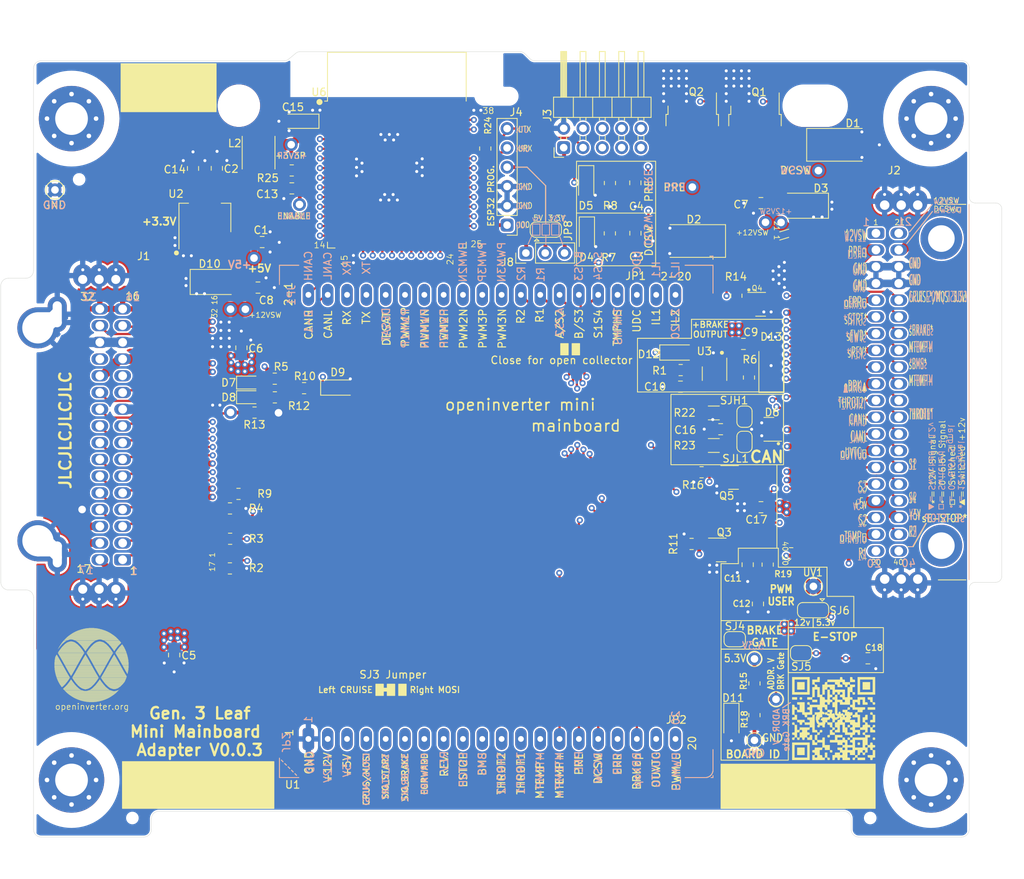
<source format=kicad_pcb>
(kicad_pcb (version 20211014) (generator pcbnew)
  (layers (0 "F.Cu" signal "F1.Cu") (1 "In1.Cu" signal "In2PWR.Cu") (2 "In2.Cu" signal "In3SIG.Cu") (31 "B.Cu" signal "B4.Cu") (34 "B.Paste" user) (35 "F.Paste" user) (36 "B.SilkS" user "B.Silkscreen") (37 "F.SilkS" user "F.Silkscreen") (38 "B.Mask" user) (39 "F.Mask" user) (44 "Edge.Cuts" user))
  (net 0 "")
  (net 1 "DCSW")
  (net 2 "GND")
  (net 3 "PRE")
  (net 4 "+3V3")
  (net 5 "+5V")
  (net 6 "SIG_START")
  (net 7 "SIG_BRAKE")
  (net 8 "SIG_FORWARD")
  (net 9 "SIG_REVERSE")
  (net 10 "SIG_EMCYSTOP")
  (net 11 "THROTTLE2")
  (net 12 "THROTTLE1")
  (net 13 "MTEMP-")
  (net 14 "MTEMP+")
  (net 15 "OUT_PRE")
  (net 16 "OUT_DCSW")
  (net 17 "SCK")
  (net 18 "MISO")
  (net 19 "CS_ADC")
  (net 20 "DESAT")
  (net 21 "PWM1P")
  (net 22 "PWM1N")
  (net 23 "PWM2P")
  (net 24 "PWM2N")
  (net 25 "PWM3P")
  (net 26 "PWM3N")
  (net 27 "R2")
  (net 28 "IL1")
  (net 29 "IL2")
  (net 30 "Net-(C13-Pad1)")
  (net 31 "USART_TX")
  (net 32 "USART_RX")
  (net 33 "Net-(C16-Pad1)")
  (net 34 "+12VSW")
  (net 35 "T_SINK")
  (net 36 "SIG_BMS")
  (net 37 "ENC_B{slash}S3")
  (net 38 "ENC_A{slash}S2")
  (net 39 "OUT_TEMP")
  (net 40 "IGBTDRV_FAULT")
  (net 41 "unconnected-(J2-Pad15)")
  (net 42 "U_DC-LINK")
  (net 43 "IGBTDRV_UVLO")
  (net 44 "ENC_Z{slash}R1")
  (net 45 "unconnected-(J1-Pad5)")
  (net 46 "unconnected-(J1-Pad12)")
  (net 47 "unconnected-(J1-Pad15)")
  (net 48 "Net-(J1-Pad20)")
  (net 49 "unconnected-(J1-Pad21)")
  (net 50 "unconnected-(J1-Pad23)")
  (net 51 "unconnected-(J1-Pad29)")
  (net 52 "unconnected-(J1-Pad31)")
  (net 53 "unconnected-(J2-Pad34)")
  (net 54 "unconnected-(J2-Pad36)")
  (net 61 "Net-(R24-Pad2)")
  (net 62 "unconnected-(U6-Pad4)")
  (net 63 "unconnected-(U6-Pad5)")
  (net 64 "unconnected-(U6-Pad6)")
  (net 65 "unconnected-(U6-Pad7)")
  (net 66 "unconnected-(U6-Pad8)")
  (net 67 "unconnected-(U6-Pad9)")
  (net 68 "unconnected-(U6-Pad10)")
  (net 69 "unconnected-(U6-Pad11)")
  (net 70 "unconnected-(U6-Pad12)")
  (net 71 "unconnected-(U6-Pad13)")
  (net 72 "unconnected-(U6-Pad14)")
  (net 73 "unconnected-(U6-Pad16)")
  (net 74 "unconnected-(U6-Pad17)")
  (net 75 "unconnected-(U6-Pad18)")
  (net 76 "unconnected-(U6-Pad19)")
  (net 77 "unconnected-(U6-Pad20)")
  (net 78 "unconnected-(U6-Pad21)")
  (net 79 "unconnected-(U6-Pad22)")
  (net 80 "unconnected-(U6-Pad23)")
  (net 81 "unconnected-(U6-Pad24)")
  (net 82 "unconnected-(U6-Pad26)")
  (net 83 "unconnected-(U6-Pad27)")
  (net 84 "unconnected-(U6-Pad28)")
  (net 85 "unconnected-(U6-Pad29)")
  (net 86 "unconnected-(U6-Pad30)")
  (net 87 "unconnected-(U6-Pad31)")
  (net 88 "unconnected-(U6-Pad32)")
  (net 89 "unconnected-(U6-Pad33)")
  (net 90 "unconnected-(U6-Pad36)")
  (net 91 "unconnected-(U6-Pad37)")
  (net 92 "Net-(J1-Pad2)")
  (net 93 "Net-(J1-Pad4)")
  (net 94 "PWM_USER")
  (net 95 "+3.3VP")
  (net 96 "EXT_OUT_BRAKE")
  (net 97 "Net-(J1-Pad17)")
  (net 98 "OUT_ERR")
  (net 99 "OUT_OUVTG")
  (net 100 "Net-(R22-Pad2)")
  (net 101 "Net-(R23-Pad2)")
  (net 106 "Net-(J4-Pad4)")
  (net 107 "CANL -")
  (net 108 "CANH +")
  (net 109 "CRUISE")
  (net 110 "Net-(C10-Pad1)")
  (net 111 "Net-(D12-Pad2)")
  (net 112 "Net-(R6-Pad2)")
  (net 113 "Net-(D12-Pad1)")
  (net 114 "S1")
  (net 115 "unconnected-(J2-Pad26)")
  (net 116 "unconnected-(J2-Pad9)")
  (net 117 "Net-(J4-Pad1)")
  (net 118 "unconnected-(J2-Pad33)")
  (net 119 "Net-(D7-Pad2)")
  (net 120 "unconnected-(J2-Pad31)")
  (net 121 "PWM_V")
  (footprint "Diode_SMD:D_SMB_Handsoldering" (layer "F.Cu") (at 181.245 53.45)
    (fp_text reference "D1")
    (fp_text value "D_Zener")
  )
  (footprint "Diode_SMD:D_SMB_Handsoldering" (layer "F.Cu") (at 161.38 66.1 180)
    (fp_text reference "D2")
    (fp_text value "D_Zener")
  )
  (footprint "Package_TO_SOT_SMD:SOT-223-3_TabPin2" (layer "F.Cu") (at 97.53 63.04 90)
    (fp_text reference "U2")
    (fp_text value "AP1117-33")
  )
  (footprint "OpenInverter Library:OPENINVERTER_MINI_MAINBOARD" (layer "F.Cu") (at 134 102.39 90)
    (fp_text reference "U1")
    (fp_text value "OpenInverter_Mini_Mainboard-openinverter_mini_mainboard")
  )
  (footprint "MountingHole:MountingHole_4.3mm_M4_Pad_Via" (layer "F.Cu") (at 80 50)
    (fp_text reference "H1" hide)
    (fp_text value "MountingHole_Pad")
  )
  (footprint "MountingHole:MountingHole_4.3mm_M4_Pad_Via" (layer "F.Cu") (at 193 50)
    (fp_text reference "H2" hide)
    (fp_text value "MountingHole_Pad")
  )
  (footprint "MountingHole:MountingHole_4.3mm_M4_Pad_Via" (layer "F.Cu") (at 80 137)
    (fp_text reference "H3" hide)
    (fp_text value "MountingHole_Pad")
  )
  (footprint "MountingHole:MountingHole_4.3mm_M4_Pad_Via" (layer "F.Cu") (at 193 137)
    (fp_text reference "H4" hide)
    (fp_text value "MountingHole_Pad")
  )
  (footprint "MountingHole:MountingHole_4.3mm_M4" (layer "F.Cu") (at 177.76 48.31)
    (fp_text reference "H5" hide)
    (fp_text value "MountingHole")
  )
  (footprint "MountingHole:MountingHole_4.3mm_M4" (layer "F.Cu") (at 102 48.3)
    (fp_text reference "H6" hide)
    (fp_text value "MountingHole")
  )
  (footprint "Connector_PinHeader_2.54mm:PinHeader_1x06_P2.54mm_Vertical" (layer "F.Cu") (at 137.26 64.01 180)
    (fp_text reference "J4")
    (fp_text value "Conn_01x06_Male")
  )
  (footprint "Resistor_SMD:R_0805_2012Metric_Pad1.20x1.40mm_HandSolder" (layer "F.Cu") (at 100.83 101.28 180)
    (fp_text reference "R4")
    (fp_text value "0R")
  )
  (footprint "JLCPCB:Tooling_Hole" (layer "F.Cu") (at 81 58)
    (fp_text reference "REF**" hide)
    (fp_text value "JLCPCB_Tooling_Hole")
  )
  (footprint "Package_TO_SOT_SMD:SOT-23" (layer "F.Cu") (at 171.6725 90.87 180)
    (fp_text reference "D6")
    (fp_text value "SP0502BAHT")
  )
  (footprint "Resistor_SMD:R_0805_2012Metric_Pad1.20x1.40mm_HandSolder" (layer "F.Cu") (at 150.780428 58.478503 90)
    (fp_text reference "R8")
    (fp_text value "10K")
  )
  (footprint "Resistor_SMD:R_0805_2012Metric_Pad1.20x1.40mm_HandSolder" (layer "F.Cu") (at 167.4 73.3 90)
    (fp_text reference "R14")
    (fp_text value "10K")
  )
  (footprint "Resistor_SMD:R_0805_2012Metric_Pad1.20x1.40mm_HandSolder" (layer "F.Cu") (at 171.52 108.67 -90)
    (fp_text reference "R19")
    (fp_text value "DNP")
  )
  (footprint "Resistor_SMD:R_0805_2012Metric_Pad1.20x1.40mm_HandSolder" (layer "F.Cu") (at 106.72 84.21 180)
    (fp_text reference "R5")
    (fp_text value "3K3")
  )
  (footprint "Package_TO_SOT_SMD:SOT-23" (layer "F.Cu") (at 165.41 106.74)
    (fp_text reference "Q3")
    (fp_text value "IRLML0100TRPBF")
  )
  (footprint "Jumper:SolderJumper-2_P1.3mm_Open_RoundedPad1.0x1.5mm" (layer "F.Cu") (at 175.92 120.32)
    (fp_text reference "SJ5")
    (fp_text value "SolderJumper_2_Bridged")
  )
  (footprint "Resistor_SMD:R_0805_2012Metric_Pad1.20x1.40mm_HandSolder" (layer "F.Cu") (at 161.51625 105.95)
    (fp_text reference "R11")
    (fp_text value "10K")
  )
  (footprint "Resistor_SMD:R_0805_2012Metric_Pad1.20x1.40mm_HandSolder" (layer "F.Cu") (at 101.95 99.37)
    (fp_text reference "R9")
    (fp_text value "0R")
  )
  (footprint "JLCPCB:Tooling_Hole" (layer "F.Cu") (at 88 142)
    (fp_text reference "REF**" hide)
    (fp_text value "JLCPCB_Tooling_Hole")
  )
  (footprint "TestPoint:TestPoint_THTPad_D2.0mm_Drill1.0mm" (layer "F.Cu") (at 77.82 59.38 180)
    (fp_text reference "TP_GND1" hide)
    (fp_text value "TestPoint")
  )
  (footprint "Package_TO_SOT_SMD:SOT-23-6_Handsoldering" (layer "F.Cu") (at 164.530456 83.550429 -90)
    (fp_text reference "U3")
    (fp_text value "TPS22810DBVR")
  )
  (footprint "Resistor_SMD:R_0805_2012Metric_Pad1.20x1.40mm_HandSolder" (layer "F.Cu") (at 100.82 109.17 180)
    (fp_text reference "R2")
    (fp_text value "0R")
  )
  (footprint "Resistor_SMD:R_0805_2012Metric_Pad1.20x1.40mm_HandSolder" (layer "F.Cu") (at 169.78 128.47 -90)
    (fp_text reference "R18")
    (fp_text value "4K7 1%")
  )
  (footprint "Diode_SMD:D_SMA" (layer "F.Cu") (at 99 71.49)
    (fp_text reference "D10")
    (fp_text value "SMAJ15CA-TP")
  )
  (footprint "Resistor_SMD:R_0805_2012Metric_Pad1.20x1.40mm_HandSolder" (layer "F.Cu") (at 110.57 85.46)
    (fp_text reference "R10")
    (fp_text value "470R")
  )
  (footprint "Capacitor_SMD:C_0805_2012Metric_Pad1.18x1.45mm_HandSolder" (layer "F.Cu") (at 168.330456 79.640429 180)
    (fp_text reference "C9")
    (fp_text value "1uF")
  )
  (footprint "MountingHole:MountingHole_5.3mm_M5" (layer "F.Cu") (at 135.87 47.06)
    (fp_text reference "REF**" hide)
    (fp_text value "MountingHole_5.3mm_M5")
  )
  (footprint "Resistor_SMD:R_0805_2012Metric_Pad1.20x1.40mm_HandSolder" (layer "F.Cu") (at 106.73 86.67)
    (fp_text reference "R12")
    (fp_text value "4k7")
  )
  (footprint "Capacitor_SMD:C_0805_2012Metric_Pad1.18x1.45mm_HandSolder" (layer "F.Cu") (at 184.69 120.99)
    (fp_text reference "C18")
    (fp_text value "1uF")
  )
  (footprint "Gen 3 Leaf Adapter:Gen 3 Leaf Wiki QR2" (layer "F.Cu") (at 180.213651 128.99095)
    (fp_text reference "G***")
    (fp_text value "LOGO" hide)
  )
  (footprint "Diode_SMD:D_SOD-123" (layer "F.Cu") (at 159.580456 80.770429)
    (fp_text reference "D12")
    (fp_text value "D_Zener")
  )
  (footprint "TestPoint:TestPoint_THTPad_D2.0mm_Drill1.0mm" (layer "F.Cu") (at 169.78 131.78)
    (fp_text reference "TP_GND2" hide)
    (fp_text value "TestPoint")
  )
  (footprint "Fiducial:Fiducial_1mm_Mask2mm" (layer "F.Cu") (at 77.5 129)
    (fp_text reference "FID1" hide)
    (fp_text value "Fiducial")
  )
  (footprint "Capacitor_SMD:C_0805_2012Metric_Pad1.18x1.45mm_HandSolder" (layer "F.Cu") (at 108.96 59.18 180)
    (fp_text reference "C13")
    (fp_text value "1uF")
  )
  (footprint "Fiducial:Fiducial_1mm_Mask2mm" (layer "F.Cu") (at 77 63.5)
    (fp_text reference "FID3" hide)
    (fp_text value "Fiducial")
  )
  (footprint "Capacitor_SMD:C_0805_2012Metric_Pad1.18x1.45mm_HandSolder" (layer "F.Cu") (at 170.24 113.84 90)
    (fp_text reference "C12")
    (fp_text value "1uF")
  )
  (footprint "Capacitor_SMD:C_0805_2012Metric_Pad1.18x1.45mm_HandSolder" (layer "F.Cu") (at 105.06 66.24)
    (fp_text reference "C1")
    (fp_text value "1uF")
  )
  (footprint "OpenInverter Library:Inductor_Sunlord_4030" (layer "F.Cu") (at 104.59 54.48 90)
    (fp_text reference "L2")
    (fp_text value "10uH")
  )
  (footprint "Resistor_SMD:R_0805_2012Metric_Pad1.20x1.40mm_HandSolder" (layer "F.Cu") (at 100.85 105.27)
    (fp_text reference "R3")
    (fp_text value "0R")
  )
  (footprint "Capacitor_SMD:C_0805_2012Metric_Pad1.18x1.45mm_HandSolder" (layer "F.Cu") (at 95.97 56.5575 90)
    (fp_text reference "C14")
    (fp_text value "1uF")
  )
  (footprint "Resistor_SMD:R_0805_2012Metric_Pad1.20x1.40mm_HandSolder" (layer "F.Cu") (at 134.39 53.94 90)
    (fp_text reference "R24")
    (fp_text value "499R")
  )
  (footprint "Capacitor_Tantalum_SMD:CP_EIA-3216-18_Kemet-A_Pad1.58x1.35mm_HandSolder" (layer "F.Cu") (at 110.04 50.35 180)
    (fp_text reference "C15")
    (fp_text value "10uF T")
  )
  (footprint "Package_TO_SOT_SMD:TO-252-2" (layer "F.Cu") (at 169.85 51.92 -90)
    (fp_text reference "Q1")
    (fp_text value "Q_NMOS_GDS")
  )
  (footprint "Diode_SMD:D_SOD-123" (layer "F.Cu") (at 147.75 65.19 -90)
    (fp_text reference "D4")
    (fp_text value "MM1Z3B3")
  )
  (footprint "Resistor_SMD:R_0805_2012Metric_Pad1.20x1.40mm_HandSolder" (layer "F.Cu") (at 108.95 56.82)
    (fp_text reference "R25")
    (fp_text value "10K")
  )
  (footprint "Diode_SMD:D_SOD-123" (layer "F.Cu") (at 166.75 129.16 -90)
    (fp_text reference "D11")
    (fp_text value "LM3Z3V3T1G")
  )
  (footprint "Package_TO_SOT_SMD:SOT-23" (layer "F.Cu") (at 167.03 97.2)
    (fp_text reference "Q5")
    (fp_text value "IRLML0100TRPBF")
  )
  (footprint "JLCPCB:Tooling_Hole" (layer "F.Cu") (at 185 142)
    (fp_text reference "REF**" hide)
    (fp_text value "JLCPCB_Tooling_Hole")
  )
  (footprint "Package_TO_SOT_SMD:TO-252-2" (layer "F.Cu") (at 161.6 51.92 -90)
    (fp_text reference "Q2")
    (fp_text value "Q_NMOS_GDS")
  )
  (footprint "Jumper:SolderJumper-2_P1.3mm_Open_RoundedPad1.0x1.5mm" (layer "F.Cu") (at 168.47 89.21 -90)
    (fp_text reference "SJH1")
    (fp_text value "SolderJumper_2_Open")
  )
  (footprint "Jumper:SolderJumper-2_P1.3mm_Open_RoundedPad1.0x1.5mm" (layer "F.Cu") (at 168.47 92.52 90)
    (fp_text reference "SJL1")
    (fp_text value "SolderJumper_2_Open")
  )
  (footprint "Package_TO_SOT_SMD:SOT-23" (layer "F.Cu") (at 170.59 74.43)
    (fp_text reference "Q4")
    (fp_text value "IRLML0100TRPBF")
  )
  (footprint "Fiducial:Fiducial_1mm_Mask2mm" (layer "F.Cu") (at 196.41 121.99)
    (fp_text reference "FID2" hide)
    (fp_text value "Fiducial")
  )
  (footprint "Capacitor_SMD:C_0805_2012Metric_Pad1.18x1.45mm_HandSolder" (layer "F.Cu") (at 170.63 61.12 180)
    (fp_text reference "C7")
    (fp_text value "100nF")
  )
  (footprint "Capacitor_SMD:C_0805_2012Metric_Pad1.18x1.45mm_HandSolder" (layer "F.Cu") (at 160.050456 85.260429 180)
    (fp_text reference "C10")
    (fp_text value "DNP")
  )
  (footprint "Capacitor_SMD:C_0805_2012Metric_Pad1.18x1.45mm_HandSolder" (layer "F.Cu") (at 170.635529 101.12 180)
    (fp_text reference "C17")
    (fp_text value "10uF")
  )
  (footprint "RF_Module:ESP32-WROOM-32" (layer "F.Cu") (at 122.765 57.145)
    (fp_text reference "U6")
    (fp_text value "ESP32-S2-WROOM")
  )
  (footprint "Resistor_SMD:R_0805_2012Metric_Pad1.20x1.40mm_HandSolder" (layer "F.Cu") (at 162.83 96.52)
    (fp_text reference "R16")
    (fp_text value "10K")
  )
  (footprint "Diode_SMD:D_SOD-123" (layer "F.Cu") (at 147.660522 58.43277 -90)
    (fp_text reference "D5")
    (fp_text value "MM1Z3B3")
  )
  (footprint "Capacitor_SMD:C_0805_2012Metric_Pad1.18x1.45mm_HandSolder" (layer "F.Cu") (at 154.128932 65.076742 -90)
    (fp_text reference "C3")
    (fp_text value "100nF")
  )
  (footprint "Diode_SMD:D_SOD-323" (layer "F.Cu") (at 103.2 84.72)
    (fp_text reference "D7")
    (fp_text value "D")
  )
  (footprint "Jumper:SolderJumper-3_P1.3mm_Open_RoundedPad1.0x1.5mm" (layer "F.Cu") (at 142.35 64.61)
    (fp_text reference "JP8")
    (fp_text value "Jumper_3_Open")
  )
  (footprint "Nissan Internal Inverter Connectors:32 Pin Internal Nissan Inverter Connector Merged Footprints - Handsolder" (layer "F.Cu") (at 83.97 91.53 180)
    (fp_text reference "J1")
    (fp_text value "Conn_02x16_Top_Bottom_MountingPin")
  )
  (footprint "Resistor_SMD:R_0805_2012Metric_Pad1.20x1.40mm_HandSolder" (layer "F.Cu") (at 104.06 88.67 180)
    (fp_text reference "R13")
    (fp_text value "3K3")
  )
  (footprint "Resistor_SMD:R_0805_2012Metric_Pad1.20x1.40mm_HandSolder" (layer "F.Cu") (at 150.768932 65.1 90)
    (fp_text reference "R7")
    (fp_text value "10K")
  )
  (footprint "Open_Inverter:OI_LOGO" (layer "F.Cu") (at 77.7675 126.7425)
    (fp_text reference "U$2" hide)
    (fp_text value "" hide)
  )
  (footprint "Connector_PinHeader_2.54mm:PinHeader_2x05_P2.54mm_Horizontal" (layer "F.Cu") (at 144.7 53.82 90)
    (fp_text reference "J3")
    (fp_text value "Conn_02x05_Odd_Even")
  )
  (footprint "Nissan Internal Inverter Connectors:TE_1318384-2_Dual_FP" (layer "F.Cu") (at 188.4725 85.98)
    (fp_text reference "J2")
    (fp_text value "Conn_02x20_Top_Bottom_MountingPin")
  )
  (footprint "Jumper:SolderJumper-2_P1.3mm_Bridged_RoundedPad1.0x1.5mm" (layer "F.Cu") (at 167.19 118.48 180)
    (fp_text reference "SJ4")
    (fp_text value "SolderJumper_2_Bridged")
  )
  (footprint "Capacitor_SMD:C_0805_2012Metric_Pad1.18x1.45mm_HandSolder" (layer "F.Cu") (at 154.119971 58.45 -90)
    (fp_text reference "C4")
    (fp_text value "100nF")
  )
  (footprint "Capacitor_SMD:C_0805_2012Metric_Pad1.18x1.45mm_HandSolder" (layer "F.Cu") (at 93.49 120.56 -90)
    (fp_text reference "C5")
    (fp_text value "10uF")
  )
  (footprint "Diode_SMD:D_SOD-123" (layer "F.Cu") (at 115 85.38)
    (fp_text reference "D9")
    (fp_text value "LM3Z3V3T1G")
  )
  (footprint "Capacitor_SMD:C_0805_2012Metric_Pad1.18x1.45mm_HandSolder" (layer "F.Cu") (at 104.51 72.23)
    (fp_text reference "C8")
    (fp_text value "100nF")
  )
  (footprint "TestPoint:TestPoint_THTPad_D2.0mm_Drill1.0mm" (layer "F.Cu") (at 177.53 111.53 180)
    (fp_text reference "UV1")
    (fp_text value "TestPoint")
  )
  (footprint "Resistor_SMD:R_0805_2012Metric_Pad1.20x1.40mm_HandSolder" (layer "F.Cu") (at 160.080456 83.080429)
    (fp_text reference "R1")
    (fp_text value "10K")
  )
  (footprint "Diode_SMD:D_SOD-323" (layer "F.Cu") (at 103.2 86.65)
    (fp_text reference "D8")
    (fp_text value "D")
  )
  (footprint "Resistor_SMD:R_1206_3216Metric_Pad1.30x1.75mm_HandSolder" (layer "F.Cu") (at 164.43673 88.71952)
    (fp_text reference "R22")
    (fp_text value "60R4 .1% .25W")
  )
  (footprint "Diode_SMD:D_SMA" (layer "F.Cu") (at 172.01 82.63 90)
    (fp_text reference "D13")
    (fp_text value "SMAJ15CA-TP")
  )
  (footprint "Resistor_SMD:R_1206_3216Metric_Pad1.30x1.75mm_HandSolder" (layer "F.Cu") (at 164.43673 92.99952)
    (fp_text reference "R23")
    (fp_text value "60R4 .1% .25W")
  )
  (footprint "Diode_SMD:D_SMA" (layer "F.Cu") (at 176.11 61.46 180)
    (fp_text reference "D3")
    (fp_text value "SMAJ15CA-TP")
  )
  (footprint "TestPoint:TestPoint_THTPad_D2.0mm_Drill1.0mm" (layer "F.Cu") (at 172.61 126.38)
    (fp_text reference "TP_A1" hide)
    (fp_text value "TestPoint")
  )
  (footprint "Capacitor_SMD:C_0805_2012Metric_Pad1.18x1.45mm_HandSolder" (layer "F.Cu") (at 99.1 56.54 90)
    (fp_text reference "C2")
    (fp_text value "1uF")
  )
  (footprint "Jumper:SolderJumper-3_P1.3mm_Open_RoundedPad1.0x1.5mm" (layer "F.Cu") (at 177.49 114.66 180)
    (fp_text reference "SJ6")
    (fp_text value "Jumper_3_Open")
  )
  (footprint "Resistor_SMD:R_0805_2012Metric_Pad1.20x1.40mm_HandSolder" (layer "F.Cu") (at 169.060456 84.060429 90)
    (fp_text reference "R6")
    (fp_text value "DNP")
  )
  (footprint "Capacitor_SMD:C_0805_2012Metric_Pad1.18x1.45mm_HandSolder" (layer "F.Cu") (at 168.89 108.68 -90)
    (fp_text reference "C11")
    (fp_text value "100nF")
  )
  (footprint "Connector_PinHeader_2.54mm:PinHeader_1x03_P2.54mm_Vertical" (layer "F.Cu") (at 139.73 67.68 90)
    (fp_text reference "J8")
    (fp_text value "Conn_01x03_Male")
  )
  (footprint "Resistor_SMD:R_0805_2012Metric_Pad1.20x1.40mm_HandSolder" (layer "F.Cu") (at 169.78 124.3 -90)
    (fp_text reference "R15")
    (fp_text value "47K 1%")
  )
  (footprint "Capacitor_SMD:C_0805_2012Metric_Pad1.18x1.45mm_HandSolder" (layer "F.Cu") (at 165.33673 90.85952 180)
    (fp_text reference "C16")
    (fp_text value "4.7nF")
  )
  (footprint "TestPoint:TestPoint_THTPad_D2.0mm_Drill1.0mm" (layer "F.Cu") (at 169.78 121.07)
    (fp_text reference "5.3V1" hide)
    (fp_text value "TestPoint")
  )
  (footprint "Capacitor_SMD:C_0805_2012Metric_Pad1.18x1.45mm_HandSolder" (layer "F.Cu") (at 102.33 80.15 90)
    (fp_text reference "C6")
    (fp_text value "10uF")
  )
  (gr_line (start 190.57 106.31) (end 192.29 103.235) (layer "B.SilkS") (width 0.12))
  (gr_line (start 142.35 58.83) (end 139.9 56.39) (layer "B.SilkS") (width 0.12))
  (gr_line (start 190.18 64.9) (end 193.13 61.31) (layer "B.SilkS") (width 0.12))
  (gr_line (start 190.1 106.31) (end 190.57 106.31) (layer "B.SilkS") (width 0.12))
  (gr_rect (start 143.11 63.855) (end 144.09 65.325) (layer "B.SilkS") (width 0.12) (fill none))
  (gr_rect (start 140.6 63.87) (end 141.58 65.34) (layer "B.SilkS") (width 0.12) (fill none))
  (gr_line (start 144.17 65.46) (end 144.57 66.55) (layer "B.SilkS") (width 0.12))
  (gr_rect (start 141.86 63.865) (end 142.84 65.335) (layer "B.SilkS") (width 0.12) (fill none))
  (gr_line (start 140.48 65.46) (end 140.02 66.51) (layer "B.SilkS") (width 0.12))
  (gr_line (start 198 61.29) (end 198 110.65) (layer "B.SilkS") (width 0.1))
  (gr_line (start 142.35 65.335) (end 142.35 66.55) (layer "B.SilkS") (width 0.12))
  (gr_line (start 142.35 58.83) (end 142.35 63.865) (layer "B.SilkS") (width 0.12))
  (gr_line (start 139.9 56.39) (end 138.37 56.39) (layer "B.SilkS") (width 0.12))
  (gr_line (start 189.8 66.45) (end 193.18 62.22) (layer "B.SilkS") (width 0.12))
  (gr_line (start 172.92 109.01) (end 179.32 109.01) (layer "F.SilkS") (width 0.12))
  (gr_line (start 173.1 65.98) (end 174.285 65.62) (layer "F.SilkS") (width 0.12))
  (gr_rect (start 86.515 42.79) (end 99.005 49.09) (layer "F.SilkS") (width 0.12) (fill solid))
  (gr_line (start 179.32 109.01) (end 179.32 112.85) (layer "F.SilkS") (width 0.12))
  (gr_line (start 161.5 78.9) (end 154.4 78.9) (layer "F.SilkS") (width 0.12))
  (gr_line (start 182.84 112.86) (end 182.84 116.95) (layer "F.SilkS") (width 0.12))
  (gr_circle (center 93.79 67.67) (end 94.05 67.68) (layer "F.SilkS") (width 0.12) (fill solid))
  (gr_line (start 142.31 58.82) (end 142.31 63.61) (layer "F.SilkS") (width 0.12))
  (gr_line (start 120.58 125.12) (end 121.8 125.12) (layer "F.SilkS") (width 0.5))
  (gr_line (start 189.96 106.31) (end 190.65 106.31) (layer "F.SilkS") (width 0.12))
  (gr_line (start 174.84 106.45) (end 174.37 106.44) (layer "F.SilkS") (width 0.12))
  (gr_circle (center 112.6 47.82) (end 112.94 47.83) (layer "F.SilkS") (width 0.12) (fill solid))
  (gr_line (start 146.38 62.43) (end 156.78 62.43) (layer "F.SilkS") (width 0.12))
  (gr_rect (start 173.6 86.28) (end 158.8 95.53) (layer "F.SilkS") (width 0.12) (fill none))
  (gr_line (start 173.6 85.95) (end 154.4 85.96) (layer "F.SilkS") (width 0.12))
  (gr_line (start 189.8 66.45) (end 193.18 62.22) (layer "F.SilkS") (width 0.12))
  (gr_line (start 179.32 112.85) (end 182.84 112.85) (layer "F.SilkS") (width 0.12))
  (gr_line (start 190.18 64.9) (end 193.13 61.31) (layer "F.SilkS") (width 0.12))
  (gr_circle (center 172.93 92.76) (end 173.086205 92.76) (layer "F.SilkS") (width 0.12) (fill solid))
  (gr_line (start 172.73 106.51) (end 172.73 95.55) (layer "F.SilkS") (width 0.12))
  (gr_line (start 198 61.29) (end 198 110.65) (layer "F.SilkS") (width 0.1))
  (gr_rect (start 86.7 134.59) (end 106.6 140.73) (layer "F.SilkS") (width 0.12) (fill solid))
  (gr_line (start 161.5 76.4) (end 161.5 78.9) (layer "F.SilkS") (width 0.12))
  (gr_line (start 165.39 116.035) (end 165.39 108.54) (layer "F.SilkS") (width 0.12))
  (gr_rect (start 165.39 134.92) (end 185.65 140.73) (layer "F.SilkS") (width 0.12) (fill solid))
  (gr_rect (start 174.23 116.955) (end 186.73 122.875) (layer "F.SilkS") (width 0.12) (fill none))
  (gr_rect (start 165.39 134.395) (end 174.23 119.785) (layer "F.SilkS") (width 0.12) (fill none))
  (gr_circle (center 169.04 72.53) (end 169.196205 72.53) (layer "F.SilkS") (width 0.12) (fill solid))
  (gr_line (start 139.89 56.39) (end 142.31 58.82) (layer "F.SilkS") (width 0.12))
  (gr_line (start 173.6 85.95) (end 173.6 76.4) (layer "F.SilkS") (width 0.12))
  (gr_line (start 173.6 76.4) (end 161.5 76.4) (layer "F.SilkS") (width 0.12))
  (gr_line (start 154.4 78.9) (end 154.4 85.96) (layer "F.SilkS") (width 0.12))
  (gr_circle (center 165.5 80.8) (end 165.7 80.79) (layer "F.SilkS") (width 0.12) (fill solid))
  (gr_line (start 167.66 106.51) (end 167.66 108.54) (layer "F.SilkS") (width 0.12))
  (gr_rect (start 146.39 55.61) (end 156.79 69.36) (layer "F.SilkS") (width 0.12) (fill none))
  (gr_line (start 165.39 108.54) (end 167.66 108.54) (layer "F.SilkS") (width 0.12))
  (gr_rect (start 174.23 116.035) (end 165.39 119.785) (layer "F.SilkS") (width 0.12) (fill none))
  (gr_line (start 172.92 106.51) (end 172.92 109.01) (layer "F.SilkS") (width 0.12))
  (gr_line (start 174.57 107.9075) (end 174.21 108.2125) (layer "F.SilkS") (width 0.12))
  (gr_line (start 138.605 56.39) (end 139.89 56.39) (layer "F.SilkS") (width 0.12))
  (gr_line (start 190.65 106.31) (end 192.37 103.235) (layer "F.SilkS") (width 0.12))
  (gr_line (start 167.66 106.51) (end 172.92 106.51) (layer "F.SilkS") (width 0.12))
  (gr_line (start 173.1 64.9) (end 174.285 64.54) (layer "F.SilkS") (width 0.12))
  (gr_line (start 182.5 143.5) (end 182.5 142.1) (layer "Edge.Cuts") (width 0.05))
  (gr_line (start 139.57251 41.44603) (end 140.3 42.15397) (layer "Edge.Cuts") (width 0.05))
  (gr_line (start 71.7 71) (end 74 71) (layer "Edge.Cuts") (width 0.05))
  (gr_line (start 198 143.5) (end 198 111.8) (layer "Edge.Cuts") (width 0.05))
  (gr_line (start 76 144.5) (end 89.5 144.5) (layer "Edge.Cuts") (width 0.05))
  (gr_arc (start 75 43.4) (mid 75.292893 42.692893) (end 76 42.4) (layer "Edge.Cuts") (width 0.05))
  (gr_arc (start 75 70) (mid 74.707107 70.707107) (end 74 71) (layer "Edge.Cuts") (width 0.05))
  (gr_arc (start 198.8 61.1) (mid 198.234315 60.865685) (end 198 60.3) (layer "Edge.Cuts") (width 0.05))
  (gr_arc (start 70.7 72) (mid 70.992893 71.292893) (end 71.7 71) (layer "Edge.Cuts") (width 0.05))
  (gr_line (start 140.89397 42.4) (end 197.1 42.4) (layer "Edge.Cuts") (width 0.05))
  (gr_arc (start 90.5 142.1) (mid 90.792893 141.392893) (end 91.5 141.1) (layer "Edge.Cuts") (width 0.05))
  (gr_line (start 76 42.4) (end 107.974942 42.4) (layer "Edge.Cuts") (width 0.05))
  (gr_line (start 110.024286 41.2) (end 138.97854 41.2) (layer "Edge.Cuts") (width 0.05))
  (gr_line (start 198.8 61.1) (end 201.5 61.1) (layer "Edge.Cuts") (width 0.05))
  (gr_arc (start 90.5 143.5) (mid 90.207107 144.207107) (end 89.5 144.5) (layer "Edge.Cuts") (width 0.05))
  (gr_line (start 75 70) (end 75 43.4) (layer "Edge.Cuts") (width 0.05))
  (gr_arc (start 202.3 110.2) (mid 202.065685 110.765685) (end 201.5 111) (layer "Edge.Cuts") (width 0.05))
  (gr_line (start 109.425744 41.451486) (end 108.574942 42.15) (layer "Edge.Cuts") (width 0.05))
  (gr_line (start 181.5 141.1) (end 91.5 141.1) (layer "Edge.Cuts") (width 0.05))
  (gr_line (start 70.71 111) (end 70.7 72) (layer "Edge.Cuts") (width 0.05))
  (gr_arc (start 76 144.5) (mid 75.292893 144.207107) (end 75 143.5) (layer "Edge.Cuts") (width 0.05))
  (gr_arc (start 109.425744 41.451486) (mid 109.7 41.266204) (end 110.024286 41.2) (layer "Edge.Cuts") (width 0.05))
  (gr_line (start 198 43.3) (end 198 60.3) (layer "Edge.Cuts") (width 0.05))
  (gr_line (start 90.5 142.1) (end 90.5 143.5) (layer "Edge.Cuts") (width 0.05))
  (gr_line (start 197 144.5) (end 183.5 144.5) (layer "Edge.Cuts") (width 0.05))
  (gr_arc (start 108.574942 42.15) (mid 108.300003 42.335156) (end 107.974942 42.4) (layer "Edge.Cuts") (width 0.05))
  (gr_arc (start 198 111.8) (mid 198.234315 111.234315) (end 198.8 111) (layer "Edge.Cuts") (width 0.05))
  (gr_arc (start 138.97854 41.2) (mid 139.3 41.263931) (end 139.57251 41.44603) (layer "Edge.Cuts") (width 0.05))
  (gr_line (start 198.8 111) (end 201.5 111) (layer "Edge.Cuts") (width 0.05))
  (gr_line (start 202.3 110.2) (end 202.3 61.9) (layer "Edge.Cuts") (width 0.05))
  (gr_arc (start 71.71 112) (mid 71.002893 111.707107) (end 70.71 111) (layer "Edge.Cuts") (width 0.05))
  (gr_arc (start 183.5 144.5) (mid 182.792893 144.207107) (end 182.5 143.5) (layer "Edge.Cuts") (width 0.05))
  (gr_arc (start 181.5 141.1) (mid 182.207107 141.392893) (end 182.5 142.1) (layer "Edge.Cuts") (width 0.05))
  (gr_line (start 75 143.5) (end 75.01 113) (layer "Edge.Cuts") (width 0.05))
  (gr_arc (start 140.89397 42.4) (mid 140.572522 42.336049) (end 140.3 42.15397) (layer "Edge.Cuts") (width 0.05))
  (gr_arc (start 197.1 42.4) (mid 197.736396 42.663604) (end 198 43.3) (layer "Edge.Cuts") (width 0.05))
  (gr_line (start 74.01 112) (end 71.71 112) (layer "Edge.Cuts") (width 0.05))
  (gr_arc (start 74.01 112) (mid 74.717107 112.292893) (end 75.01 113) (layer "Edge.Cuts") (width 0.05))
  (gr_arc (start 201.5 61.1) (mid 202.065685 61.334315) (end 202.3 61.9) (layer "Edge.Cuts") (width 0.05))
  (gr_arc (start 198 143.5) (mid 197.707107 144.207107) (end 197 144.5) (layer "Edge.Cuts") (width 0.05))
  (gr_text "GND" (at 77.76 61.39) (layer "B.SilkS") (effects (font (size 1 1)) (justify mirror)))
  (gr_text "1" (at 88.23 109.49) (layer "B.SilkS") (effects (font (size 1 1)) (justify mirror)))
  (gr_text "ADDR. V\n/BRK Gate" (at 173.31 130 90) (layer "B.SilkS") (effects (font (size 0.8 0.8)) (justify mirror)))
  (gr_text "20" (at 185.49 108.54) (layer "B.SilkS") (effects (font (size 1 1)) (justify mirror)))
  (gr_text "12VSW\nDCSW□" (at 193.23 61.5) (layer "B.SilkS") (effects (font (size 0.7 0.7) (thickness 0.1)) (justify right mirror)))
  (gr_text "UTX\n\nURX\n\n\n\nGND\n\nGND\n\nIO0" (at 138.34 57.76) (layer "B.SilkS") (effects (font (size 0.78 0.6) (thickness 0.1)) (justify right mirror)))
  (gr_text "\n\nGND\nGND\nCRUISE*/MOSI 3.3v!\n\nsBRAKE*\nMTEMP+\nsBMS*\nMTEMP-\n\nTHROT1°\n\n\nS1\n\nS4\n+5V\nR2\n" (at 190.08 84.46) (layer "B.SilkS") (effects (font (size 1.37 0.5) (thickness 0.1)) (justify right mirror)))
  (gr_text "= 12V Signal\n= 0-6.6V Signal\n= Switched -\n= Switched +12v" (at 195.01 100.58 -90) (layer "B.SilkS") (effects (font (size 0.8 0.8) (thickness 0.1)) (justify left mirror)))
  (gr_text "21" (at 189.53 63.57) (layer "B.SilkS") (effects (font (size 1 1)) (justify mirror)))
  (gr_text "3.3V  5v" (at 142.8 63.18) (layer "B.SilkS") (effects (font (size 0.7 0.7) (thickness 0.1)) (justify mirror)))
  (gr_text "PRE" (at 159.28 59.04) (layer "B.SilkS") (effects (font (size 1 1)) (justify mirror)))
  (gr_text "17" (at 81.96 109.42) (layer "B.SilkS") (effects (font (size 1 1)) (justify mirror)))
  (gr_text "40" (at 190.05 108.49) (layer "B.SilkS") (effects (font (size 1 1)) (justify mirror)))
  (gr_text "+5V" (at 102.11 69.2) (layer "B.SilkS") (effects (font (size 1 1) (thickness 0.2)) (justify mirror)))
  (gr_text "DCSW" (at 175.2 56.82) (layer "B.SilkS") (effects (font (size 1 1)) (justify mirror)))
  (gr_text "ENABLE" (at 109.25 62.82) (layer "B.SilkS") (effects (font (size 0.8 0.8) (thickness 0.125)) (justify mirror)))
  (gr_text "GND" (at 169.79 133.48) (layer "B.SilkS") (effects (font (size 1 0.9)) (justify mirror)))
  (gr_text "+3V3P" (at 108.99 54.88) (layer "B.SilkS") (effects (font (size 0.8 0.8) (thickness 0.125)) (justify mirror)))
  (gr_text "*\n°\n" (at 195.97 101.02 -90) (layer "B.SilkS") (effects (font (size 0.8 0.8) (thickness 0.1)) (justify mirror)))
  (gr_text "16" (at 88.07 73.49) (layer "B.SilkS") (effects (font (size 1 1)) (justify mirror)))
  (gr_text "sE-STOP" (at 194.76 102.57) (layer "B.SilkS") (effects (font (size 1 0.8)) (justify mirror)))
  (gr_text "5.3V" (at 169.62 119.34) (layer "B.SilkS") (effects (font (size 1 0.9)) (justify mirror)))
  (gr_text "32" (at 82.32 73.48) (layer "B.SilkS") (effects (font (size 1 1)) (justify mirror)))
  (gr_text "+12VSW" (at 172.6 62.2) (layer "B.SilkS") (effects (font (size 0.7 0.7) (thickness 0.1)) (justify mirror)))
  (gr_text "12VSW\nPRE□\nGND\nGND\noERR□\nsSTRT*\nsFWD*\nsREV*\n\noBRK▲\nTHROT2°\nCANH\nCANL\noUVTG□\n\nS3\n+5v\nS2\noTEMP□\nR1" (at 184.56 86.48) (layer "B.SilkS") (effects (font (size 1.37 0.6) (thickness 0.1)) (justify left mirror)))
  (gr_text "DCSW    PRE" (at 155.77 61.72 -90) (layer "B.SilkS") (effects (font (size 1 1)) (justify mirror)))
  (gr_text "1" (at 184.46 63.64) (layer "B.SilkS") (effects (font (size 1 1)) (justify mirror)))
  (gr_text "□\n▲" (at 193.74 101.05 -90) (layer "B.SilkS") (effects (font (size 0.8 0.8) (thickness 0.1)) (justify mirror)))
  (gr_text "15" (at 115.88 68.7 90) (layer "F.SilkS") (effects (font (size 0.8 0.8) (thickness 0.1))))
  (gr_text "Gen. 3 Leaf\nMini Mainboard \nAdapter V0.0.3" (at 96.86 130.64) (layer "F.SilkS") (effects (font (size 1.5 1.5) (thickness 0.3))))
  (gr_text "PRE" (at 159.27 59.04) (layer "F.SilkS") (effects (font (size 1 1))))
  (gr_text "12VSW\nPRE□\nGND\nGND\noERR□\nsSTRT*\nsFWD*\nsREV*\n\noBRK▲\nTHROT2°\nCANH\nCANL\noUVTG□\n\nS3\n+5v\nS2\noTEMP□\nR1" (at 184.67 86.28) (layer "F.SilkS") (effects (font (size 1.37 0.6) (thickness 0.1)) (justify right)))
  (gr_text "+3.3V" (at 91.53 63.53) (layer "F.SilkS") (effects (font (size 1 1) (thickness 0.2))))
  (gr_text "*\n°\n" (at 194.16 100.41 90) (layer "F.SilkS") (effects (font (size 0.8 0.8) (thickness 0.1))))
  (gr_text "DCSW" (at 175.21 56.82) (layer "F.SilkS") (effects (font (size 1 1))))
  (gr_text "BRAKE\nGATE" (at 171.15 118.12) (layer "F.SilkS") (effects (font (size 1 1) (thickness 0.2))))
  (gr_text "ADDR. V\nBRK Gate" (at 172.6 125.23 90) (layer "F.SilkS") (effects (font (size 0.8 0.7)) (justify left)))
  (gr_text "25" (at 133.23 66.5) (layer "F.SilkS") (effects (font (size 0.8 0.8) (thickness 0.1))))
  (gr_text "+5V" (at 104.7 69.7) (layer "F.SilkS") (effects (font (size 1 1) (thickness 0.2))))
  (gr_text "PWM\nUSER" (at 173.29 112.7) (layer "F.SilkS") (effects (font (size 1 0.9) (thickness 0.2))))
  (gr_text "12VSW\nDCSW□" (at 193.26 61.32) (layer "F.SilkS") (effects (font (size 0.7 0.7) (thickness 0.1)) (justify left)))
  (gr_text "ENABLE" (at 109.25 62.82) (layer "F.SilkS") (effects (font (size 0.8 0.8) (thickness 0.125))))
  (gr_text "CAN" (at 171.4 94.5) (layer "F.SilkS") (effects (font (size 1.5 1.5) (thickness 0.3))))
  (gr_text "+3V3P" (at 108.8 54.87) (layer "F.SilkS") (effects (font (size 0.8 0.8) (thickness 0.125))))
  (gr_text "ESP32 PROG." (at 135.14 60.17 90) (layer "F.SilkS") (effects (font (size 0.8 0.8))))
  (gr_text "\n\nGND\nGND\nCRUISE*/MOSI 3.3v!\n\nsBRAKE*\nMTEMP+\nsBMS*\nMTEMP-\n\nTHROT1°\n\n\nS1\n\nS4\n+5V\nR2\n" (at 190.02 84.49) (layer "F.SilkS") (effects (font (size 1.37 0.5) (thickness 0.1)) (justify left)))
  (gr_text "= 12V Signal\n= 0-6.6v Signal\n= Switched -\n= Switched +12v" (at 195.12 99.95 90) (layer "F.SilkS") (effects (font (size 0.8 0.8) (thickness 0.1)) (justify left)))
  (gr_text "5.3V" (at 167.23 120.99) (layer "F.SilkS") (effects (font (size 1 0.9))))
  (gr_text "+12VSW" (at 105.46 75.84) (layer "F.SilkS") (effects (font (size 0.7 0.7) (thickness 0.1))))
  (gr_text "GND" (at 77.76 61.38) (layer "F.SilkS") (effects (font (size 1 1))))
  (gr_text "sE-STOP*" (at 194.76 102.58) (layer "F.SilkS") (effects (font (size 1 0.8))))
  (gr_text "38" (at 134.79 48.98) (layer "F.SilkS") (effects (font (size 0.8 0.8) (thickness 0.1))))
  (gr_text "□\n▲" (at 196.38 100.45 90) (layer "F.SilkS") (effects (font (size 0.8 0.8) (thickness 0.1))))
  (gr_text "12v|5.3v" (at 177.69 116.29) (layer "F.SilkS") (effects (font (size 0.8 0.8))))
  (gr_text "24" (at 129.78 68.5 90) (layer "F.SilkS") (effects (font (size 0.8 0.8) (thickness 0.1))))
  (gr_text "14" (at 112.61 66.64) (layer "F.SilkS") (effects (font (size 0.8 0.8) (thickness 0.1))))
  (gr_text "+BRAKE\nOUTPUT" (at 163.99 77.74) (layer "F.SilkS") (effects (font (size 0.8 0.8))))
  (gr_text "GND" (at 172.16 131.46) (layer "F.SilkS") (effects (font (size 1 0.9))))
  (gr_text "5V|3.3V" (at 142.81 63.06) (layer "F.SilkS") (effects (font (size 0.7 0.7) (thickness 0.1))))
  (gr_text "UTX\n\nURX\n\n\n\nGND\n\nGND\n\nIO0" (at 138.69 57.69) (layer "F.SilkS") (effects (font (size 0.78 0.6) (thickness 0.1)) (justify left)))
  (gr_text "BOARD ID" (at 169.59 133.61) (layer "F.SilkS") (effects (font (size 1 1) (thickness 0.2))))
  (gr_text "+12VSW" (at 169.5 65) (layer "F.SilkS") (effects (font (size 0.7 0.7) (thickness 0.1))))
  (gr_text "JLCJLCJLCJLC" (at 79.19 90.98 90) (layer "F.SilkS") (effects (font (size 1.5 1.5) (thickness 0.3))))
  (gr_text "E-STOP" (at 177.32 118.16) (layer "F.SilkS") (effects (font (size 1 1) (thickness 0.2)) (justify left)))
  (gr_text "DCSW    PRE" (at 155.91 63.08 90) (layer "F.SilkS") (effects (font (size 1 1))))
  (segment (start 188.7525 67.28) (end 189.29 67.28) (width 1.25) (layer "F.Cu") (net 1))
  (segment (start 189.29 67.28) (end 190.68 65.89) (width 1.25) (layer "F.Cu") (net 1))
  (segment (start 188.7525 67.28) (end 189.22 67.28) (width 1.25) (layer "F.Cu") (net 1))
  (via (at 178.19 56.84) (size 1.7) (drill 1) (layers "F.Cu" "B.Cu") (net 1))
  (segment (start 93.6 66.69) (end 94.73 66.69) (width 0.8) (layer "F.Cu") (net 2))
  (segment (start 164.380456 80.810429) (end 164.530456 80.960429) (width 0.5) (layer "F.Cu") (net 2))
  (segment (start 95.05 71.97) (end 96.52 71.97) (width 0.8) (layer "F.Cu") (net 2))
  (segment (start 99.63 78.152184) (end 98.880918 78.901266) (width 0.8) (layer "F.Cu") (net 2))
  (segment (start 173.74904 69.98904) (end 173.71404 70.02404) (width 0.8) (layer "F.Cu") (net 2))
  (segment (start 173.014546 70.563534) (end 172.99404 70.58404) (width 0.8) (layer "F.Cu") (net 2))
  (segment (start 170.7325 90.02) (end 170.7325 91.715174) (width 0.5) (layer "F.Cu") (net 2))
  (segment (start 177.61 61.5) (end 177.54 61.43) (width 0.8) (layer "F.Cu") (net 2))
  (segment (start 98.880918 78.901266) (end 98.538734 78.901266) (width 0.8) (layer "F.Cu") (net 2))
  (segment (start 105.5475 72.23) (end 105.5475 70.9725) (width 0.8) (layer "F.Cu") (net 2))
  (segment (start 154.128932 66.114242) (end 154.128932 68.008932) (width 0.75) (layer "F.Cu") (net 2))
  (segment (start 178.45 60.99) (end 178.44 61) (width 0.8) (layer "F.Cu") (net 2))
  (segment (start 179.96 61.92) (end 178.45 61.92) (width 0.8) (layer "F.Cu") (net 2))
  (segment (start 94.72 80.008734) (end 100.71829 80.008734) (width 0.8) (layer "F.Cu") (net 2))
  (segment (start 106.1375 66.28) (end 106.0975 66.24) (width 0.8) (layer "F.Cu") (net 2))
  (segment (start 185.7275 122.3575) (end 185.73 122.36) (width 0.8) (layer "F.Cu") (net 2))
  (segment (start 173.71904 72.21) (end 172.25404 71.13404) (width 0.8) (layer "F.Cu") (net 2))
  (segment (start 97.53 55.5275) (end 97.5275 55.525) (width 0.8) (layer "F.Cu") (net 2))
  (segment (start 173.01404 71.69404) (end 172.24404 71.15404) (width 0.8) (layer "F.Cu") (net 2))
  (segment (start 170.24 114.8975) (end 168.9275 114.8975) (width 0.8) (layer "F.Cu") (net 2))
  (segment (start 94.71 65.67) (end 95.23 66.19) (width 0.8) (layer "F.Cu") (net 2))
  (segment (start 126.1 57.5) (end 126.1 55.29) (width 0.8) (layer "F.Cu") (net 2))
  (segment (start 121.165 59.99) (end 122.275 59.99) (width 0.8) (layer "F.Cu") (net 2))
  (segment (start 167.56 100.67) (end 168.46 100.67) (width 0.8) (layer "F.Cu") (net 2))
  (segment (start 108.6 51.59) (end 108.6 49.13) (width 0.8) (layer "F.Cu") (net 2))
  (segment (start 108.6 49.13) (end 108.61 49.12) (width 0.8) (layer "F.Cu") (net 2))
  (segment (start 178.45 61.92) (end 178.44 61.93) (width 0.8) (layer "F.Cu") (net 2))
  (segment (start 107.21 88.7) (end 107.21 88.5) (width 0.8) (layer "F.Cu") (net 2))
  (segment (start 117.05 68.01) (end 117.05 66.4) (width 0.75) (layer "F.Cu") (net 2))
  (segment (start 95.97 54.375) (end 95.97 55.52) (width 0.8) (layer "F.Cu") (net 2))
  (segment (start 117.625 57.53) (end 118.185 56.97) (width 0.8) (layer "F.Cu") (net 2))
  (segment (start 166.0925 98.15) (end 165.01 98.15) (width 0.8) (layer "F.Cu") (net 2))
  (segment (start 97.5475 55.51) (end 97.53 55.5275) (width 0.8) (layer "F.Cu") (net 2))
  (segment (start 121.785 52.82) (end 121.785 60.64) (width 0.8) (layer "F.Cu") (net 2))
  (segment (start 168.9275 114.8975) (end 168.92 114.89) (width 0.8) (layer "F.Cu") (net 2))
  (segment (start 164.2975 90.85779) (end 164.29923 90.85952) (width 0.8) (layer "F.Cu") (net 2))
  (segment (start 94.71 66.71) (end 95.23 66.19) (width 0.8) (layer "F.Cu") (net 2))
  (segment (start 173.71404 71.13404) (end 173.71904 71.13904) (width 0.8) (layer "F.Cu") (net 2))
  (segment (start 173.22404 70.51404) (end 173.71404 70.02404) (width 0.8) (layer "F.Cu") (net 2))
  (segment (start 93.6 65.67) (end 94.71 65.67) (width 0.8) (layer "F.Cu") (net 2))
  (segment (start 116.65 84.23) (end 116.65 85.29) (width 0.5) (layer "F.Cu") (net 2))
  (segment (start 168.38 61.12) (end 169.5925 61.12) (width 0.8) (layer "F.Cu") (net 2))
  (segment (start 125.94 55.29) (end 125.38 55.85) (width 0.8) (layer "F.Cu") (net 2))
  (segment (start 102.920252 101.281506) (end 102.918746 101.28) (width 0.8) (layer "F.Cu") (net 2))
  (segment (start 173.71404 68.91404) (end 173.71404 71.13404) (width 0.8) (layer "F.Cu") (net 2))
  (segment (start 179.96 60.99) (end 178.45 60.99) (width 0.8) (layer "F.Cu") (net 2))
  (segment (start 120.67 52.25) (end 121.23 52.81) (width 0.8) (layer "F.Cu") (net 2))
  (segment (start 121.78 60.655) (end 121.725 60.71) (width 1.25) (layer "F.Cu") (net 2))
  (segment (start 172.99404 71.674031) (end 173.01404 71.69404) (width 0.8) (layer "F.Cu") (net 2))
  (segment (start 99.13 55.4725) (end 99.1 55.5025) (width 0.8) (layer "F.Cu") (net 2))
  (segment (start 160.51625 104.65375) (end 160.51625 105.95) (width 0.8) (layer "F.Cu") (net 2))
  (segment (start 172.22404 71.13404) (end 172.22404 70.04404) (width 0.8) (layer "F.Cu") (net 2))
  (segment (start 117.06 68.02) (end 117.05 68.01) (width 0.75) (layer "F.Cu") (net 2))
  (segment (start 93.49 121.5975) (end 93.49 122.77) (width 0.8) (layer "F.Cu") (net 2))
  (segment (start 166.75 130.81) (end 166.75 131.84) (width 0.8) (layer "F.Cu") (net 2))
  (segment (start 172.99404 69.47404) (end 172.99404 71.674031) (width 0.8) (layer "F.Cu") (net 2))
  (segment (start 148.85723 60.08277) (end 147.660522 60.08277) (width 0.8) (layer "F.Cu") (net 2))
  (segment (start 170.7325 91.715174) (end 170.737326 91.72) (width 0.5) (layer "F.Cu") (net 2))
  (segment (start 164.83 109.66) (end 164.83 108.74) (width 0.8) (layer "F.Cu") (net 2))
  (segment (start 114.26 48.895) (end 114.265 48.89) (width 0.75) (layer "F.Cu") (net 2))
  (segment (start 163.1775 90.85) (end 164.28971 90.85) (width 0.8) (layer "F.Cu") (net 2))
  (segment (start 165.01 98.15) (end 164.82 98.34) (width 0.8) (layer "F.Cu") (net 2))
  (segment (start 156.45 66.1) (end 158.65 66.1) (width 0.8) (layer "F.Cu") (net 2))
  (segment (start 121.78 52.09) (end 121.78 60.655) (width 1.25) (layer "F.Cu") (net 2))
  (segment (start 172.99404 71.67404) (end 173.01404 71.69404) (width 0.8) (layer "F.Cu") (net 2))
  (segment (start 173.75904 71.08904) (end 173.71404 71.13404) (width 0.8) (layer "F.Cu") (net 2))
  (segment (start 168.89 109.7175) (end 168.89 110.89) (width 0.8) (layer "F.Cu") (net 2))
  (segment (start 99.497079 87.692921) (end 94.72 87.692921) (width 0.8) (layer "F.Cu") (net 2))
  (segment (start 97.5275 55.525) (end 94.69 55.525) (width 0.8) (layer "F.Cu") (net 2))
  (segment (start 106.11 67.54) (end 106.1 67.55) (width 0.8) (layer "F.Cu") (net 2))
  (segment (start 97.48 71.89) (end 97.08 71.49) (width 0.8) (layer "F.Cu") (net 2))
  (segment (start 126.08 56.42) (end 126.1 56.4) (width 1.25) (layer "F.Cu") (net 2))
  (segment (start 122.835 60.55) (end 122.275 59.99) (width 0.8) (layer "F.Cu") (net 2))
  (segment (start 169.078029 101.11) (end 167.6 101.11) (width 0.8) (layer "F.Cu") (net 2))
  (segment (start 163.88 109.66) (end 163.88 108.74) (width 0.8) (layer "F.Cu") (net 2))
  (segment (start 99.63 76.77) (end 99.63 78.892532) (width 0.8) (layer "F.Cu") (net 2))
  (segment (start 173.3 72.21) (end 172.24404 71.15404) (width 0.8) (layer "F.Cu") (net 2))
  (segment (start 94.72 78.910993) (end 100.716031 78.910993) (width 0.8) (layer "F.Cu") (net 2))
  (segment (start 132.945 48.9) (end 132.935 48.91) (width 0.75) (layer "F.Cu") (net 2))
  (segment (start 96.5 71.99) (end 97 71.49) (width 0.8) (layer "F.Cu") (net 2))
  (segment (start 117.06 68.96) (end 117.06 68.02) (width 0.8) (layer "F.Cu") (net 2))
  (segment (start 185.7275 120.99) (end 185.7275 122.3575) (width 0.8) (layer "F.Cu") (net 2))
  (segment (start 160.53 104.64) (end 160.51625 104.65375) (width 0.8) (layer "F.Cu") (net 2))
  (segment (start 173.01352 69.45456) (end 172.99404 69.47404) (width 0.8) (layer "F.Cu") (net 2))
  (segment (start 167.5325 109.7175) (end 167.53 109.72) (width 0.8) (layer "F.Cu") (net 2))
  (segment (start 120.625 60.53) (end 121.165 59.99) (width 0.8) (layer "F.Cu") (net 2))
  (segment (start 168.89 109.7175) (end 167.5325 109.7175) (width 0.8) (layer "F.Cu") (net 2))
  (segment (start 107.18 88.67) (end 105.06 88.67) (width 0.5) (layer "F.Cu") (net 2))
  (segment (start 167.56 100.67) (end 167.56 101.44) (width 0.8) (layer "F.Cu") (net 2))
  (segment (start 183.9 51.75) (end 183.9 55.1) (width 0.8) (layer "F.Cu") (net 2))
  (segment (start 173.71904 71.13904) (end 173.71904 71.75904) (width 0.8) (layer "F.Cu") (net 2))
  (segment (start 111.695 48.895) (end 112.445 48.895) (width 0.8) (layer "F.Cu") (net 2))
  (segment (start 178.67 62.95) (end 178.67 61.44) (width 0.8) (layer "F.Cu") (net 2))
  (segment (start 177.55 62.95) (end 177.55 61.44) (width 0.8) (layer "F.Cu") (net 2))
  (segment (start 132.935 48.91) (end 131.285 48.91) (width 0.75) (layer "F.Cu") (net 2))
  (segment (start 170.24 114.8975) (end 171.5575 114.8975) (width 0.8) (layer "F.Cu") (net 2))
  (segment (start 107.21 88.5) (end 105.73 87.02) (width 0.8) (layer "F.Cu") (net 2))
  (segment (start 100.42 55.51) (end 97.5475 55.51) (width 0.8) (layer "F.Cu") (net 2))
  (segment (start 177.7325 71.13) (end 173.87 71.13) (width 0.8) (layer "F.Cu") (net 2))
  (segment (start 105.5475 72.23) (end 106.66 72.23) (width 0.8) (layer "F.Cu") (net 2))
  (segment (start 99.63 76.77) (end 100.73 76.77) (width 0.8) (layer "F.Cu") (net 2))
  (segment (start 164.36 107.8025) (end 164.36 108.75) (width 0.8) (layer "F.Cu") (net 2))
  (segment (start 105.5475 70.9725) (end 105.57 70.95) (width 0.8) (layer "F.Cu") (net 2))
  (segment (start 100.73 79.992532) (end 100.738734 80.001266) (width 0.8) (layer "F.Cu") (net 2))
  (segment (start 107.21 88.7) (end 107.18 88.67) (width 0.5) (layer "F.Cu") (net 2))
  (segment (start 125.38 56.96) (end 125.38 55.85) (width 0.8) (layer "F.Cu") (net 2))
  (segment (start 126.1 57.5) (end 125.92 57.5) (width 0.8) (layer "F.Cu") (net 2))
  (segment (start 167.56 101.57) (end 168.46 101.57) (width 0.8) (layer "F.Cu") (net 2))
  (segment (start 169.65 62.44) (end 169.65 61.1775) (width 0.8) (layer "F.Cu") (net 2))
  (segment (start 173.22404 69.40404) (end 173.71404 68.91404) (width 0.8) (layer "F.Cu") (net 2))
  (segment (start 95.75 68.04) (end 95.75 67.19) (width 0.8) (layer "F.Cu") (net 2))
  (segment (start 105.73 87.02) (end 105.73 86.67) (width 0.8) (layer "F.Cu") (net 2))
  (segment (start 120.625 60.71) (end 122.835 60.71) (width 0.8) (layer "F.Cu") (net 2))
  (segment (start 161.81 97.82) (end 161.83 97.8) (width 0.8) (layer "F.Cu") (net 2))
  (segment (start 163.88 109.66) (end 164.83 109.66) (width 0.8) (layer "F.Cu") (net 2))
  (segment (start 120.625 60.71) (end 120.625 60.53) (width 0.8) (layer "F.Cu") (net 2))
  (segment (start 117.465 55.32) (end 117.645 55.32) (width 0.8) (layer "F.Cu") (net 2))
  (segment (start 164.530456 80.960429) (end 164.530456 82.200429) (width 0.5) (layer "F.Cu") (net 2))
  (segment (start 169.42 90.87) (end 170.735 90.87) (width 0.5) (layer "F.Cu") (net 2))
  (segment (start 93.49 122.77) (end 93.48 122.78) (width 0.5) (layer "F.Cu") (net 2))
  (segment (start 177.7325 68.93) (end 173.85 68.93) (width 0.8) (layer "F.Cu") (net 2))
  (segment (start 177.7325 70.03) (end 173.86 70.03) (width 0.8) (layer "F.Cu") (net 2))
  (segment (start 163.88 108.74) (end 164.83 108.74) (width 0.8) (layer "F.Cu") (net 2))
  (segment (start 117.465 56.42) (end 126.08 56.42) (width 1.25) (layer "F.Cu") (net 2))
  (segment (start 150.780428 59.312949) (end 150.780428 61.570428) (width 0.75) (layer "F.Cu") (net 2))
  (segment (start 103.56 79.13) (end 102.3475 79.13) (width 0.8) (layer "F.Cu") (net 2))
  (segment (start 122.88 52.09) (end 122.88 52.27) (width 0.8) (layer "F.Cu") (net 2))
  (segment (start 186.2 53.45) (end 183.91 53.45) (width 0.8) (layer "F.Cu") (net 2))
  (segment (start 177.71346 72.21096) (end 173.71904 72.21) (width 0.8) (layer "F.Cu") (net 2))
  (segment (start 164.83 98.35) (end 164.82 98.34) (width 0.8) (layer "F.Cu") (net 2))
  (segment (start 120.67 52.09) (end 120.67 52.25) (width 0.8) (layer "F.Cu") (net 2))
  (segment (start 117.465 55.32) (end 117.465 57.53) (width 0.8) (layer "F.Cu") (net 2))
  (segment (start 173.35404 68.91404) (end 173.71404 68.91404) (width 0.8) (layer "F.Cu") (net 2))
  (segment (start 94.71 68.04) (end 94.71 66.71) (width 0.8) (layer "F.Cu") (net 2))
  (segment (start 178.65 61.48) (end 178.64 61.47) (width 0.8) (layer "F.Cu") (net 2))
  (segment (start 148.86 60.08) (end 148.85723 60.08277) (width 0.8) (layer "F.Cu") (net 2))
  (segment (start 107.31 66.28) (end 106.1375 66.28) (width 0.8) (layer "F.Cu") (net 2))
  (segment (start 102.3475 79.13) (end 102.33 79.1125) (width 0.8) (layer "F.Cu") (net 2))
  (segment (start 159.080456 85.192929) (end 159.012956 85.260429) (width 0.8) (layer "F.Cu") (net 2))
  (segment (start 172.24404 71.15404) (end 172.22404 71.13404) (width 0.8) (layer "F.Cu") (net 2))
  (segment (start 126.1 55.29) (end 125.94 55.29) (width 0.8) (layer "F.Cu") (net 2))
  (segment (start 183.9 55.1) (end 183.91 55.11) (width 0.8) (layer "F.Cu") (net 2))
  (segment (start 125.92 57.5) (end 125.38 56.96) (width 0.8) (layer "F.Cu") (net 2))
  (segment (start 158.64 64.44) (end 158.67 64.41) (width 0.8) (layer "F.Cu") (net 2))
  (segment (start 95.05 71.03) (end 96.58 71.03) (width 0.8) (layer "F.Cu") (net 2))
  (segment (start 169.65 61.1775) (end 169.5925 61.12) (width 0.8) (layer "F.Cu") (net 2))
  (segment (start 106.11 64.89) (end 106.11 67.54) (width 0.8) (layer "F.Cu") (net 2))
  (segment (start 99.63 77.87) (end 99.63 78.152184) (width 0.8) (layer "F.Cu") (net 2))
  (segment (start 131.285 48.91) (end 131.265 48.89) (width 0.75) (layer "F.Cu") (net 2))
  (segment (start 122.835 60.71) (end 122.835 60.55) (width 0.8) (layer "F.Cu") (net 2))
  (segment (start 108.6025 50.35) (end 108.4725 50.22) (width 0.8) (layer "F.Cu") (net 2))
  (segment (start 164.83 99.24) (end 164.83 98.35) (width 0.8) (layer "F.Cu") (net 2))
  (segment (start 159.040456 83.080429) (end 159.040456 85.192929) (width 0.8) (layer "F.Cu") (net 2))
  (segment (start 122.88 52.27) (end 122.34 52.81) (width 0.8) (layer "F.Cu") (net 2))
  (segment (start 98.538734 78.901266) (end 98.538734 80.001266) (width 0.8) (layer "F.Cu") (net 2))
  (segment (start 111.69 48.9) (end 111.695 48.895) (width 0.8) (layer "F.Cu") (net 2))
  (segment (start 159.012956 85.260429) (end 157.700456 85.260429) (width 0.8) (layer "F.Cu") (net 2))
  (segment (start 107.91 59.1925) (end 107.9225 59.18) (width 0.8) (layer "F.Cu") (net 2))
  (segment (start 118.185 55.86) (end 118.185 56.97) (width 0.8) (layer "F.Cu") (net 2))
  (segment (start 173.22404 71.62404) (end 173.71404 71.13404) (width 0.8) (layer "F.Cu") (net 2))
  (segment (start 148.92 66.84) (end 147.75 66.84) (width 0.8) (layer "F.Cu") (net 2))
  (segment (start 169.78 131.78) (end 169.78 129.48) (width 0.5) (layer "F.Cu") (net 2))
  (segment (start 169.785 129.48) (end 169.775 129.47) (width 0.5) (layer "F.Cu") (net 2))
  (segment (start 116.68 84.2) (end 116.65 84.23) (width 0.5) (layer "F.Cu") (net 2))
  (segment (start 120.67 52.09) (end 122.88 52.09) (width 0.8) (layer "F.Cu") (net 2))
  (segment (start 158.64 67.75) (end 158.64 64.44) (width 0.8) (layer "F.Cu") (net 2))
  (segment (start 150.768932 66.1) (end 150.768932 68.018932) (width 0.75) (layer "F.Cu") (net 2))
  (segment (start 92.19 121.61) (end 94.78 121.61) (width 0.8) (layer "F.Cu") (net 2))
  (segment (start 164.34 108.8) (end 164.34 109.21) (width 0.8) (layer "F.Cu") (net 2))
  (segment (start 96.52 71.97) (end 97 71.49) (width 0.8) (layer "F.Cu") (net 2))
  (segment (start 164.2975 89.59) (end 164.2975 90.85779) (width 0.8) (layer "F.Cu") (net 2))
  (segment (start 161.83 97.8) (end 161.83 96.52) (width 0.8) (layer "F.Cu") (net 2))
  (segment (start 99.63 78.892532) (end 99.638734 78.901266) (width 0.8) (layer "F.Cu") (net 2))
  (segment (start 178.51 61.86) (end 178.44 61.93) (width 0.8) (layer "F.Cu") (net 2))
  (segment (start 172.22404 70.04404) (end 173.35404 68.91404) (width 0.8) (layer "F.Cu") (net 2))
  (segment (start 99.5 87.69) (end 99.497079 87.692921) (width 0.8) (layer "F.Cu") (net 2))
  (segment (start 100.73 76.77) (end 100.73 79.992532) (width 0.8) (layer "F.Cu") (net 2))
  (segment (start 99.13 54.31) (end 99.13 55.4725) (width 0.8) (layer "F.Cu") (net 2))
  (segment (start 97.48 73.03) (end 97.48 71.89) (width 0.8) (layer "F.Cu") (net 2))
  (segment (start 96.58 71.07) (end 97 71.49) (width 0.8) (layer "F.Cu") (net 2))
  (segment (start 107.91 60.52) (end 107.91 59.1925) (width 0.8) (layer "F.Cu") (net 2))
  (segment (start 94.73 66.69) (end 95.23 66.19) (width 0.8) (layer "F.Cu") (net 2))
  (segment (start 117.465 57.53) (end 117.625 57.53) (width 0.8) (layer "F.Cu") (net 2))
  (segment (start 164.28971 90.85) (end 164.29923 90.85952) (width 0.5) (layer "F.Cu") (net 2))
  (segment (start 121.23 52.81) (end 122.34 52.81) (width 0.8) (layer "F.Cu") (net 2))
  (segment (start 102.32 79.1025) (end 102.33 79.1125) (width 0.8) (layer "F.Cu") (net 2))
  (segment (start 117.645 55.32) (end 118.185 55.86) (width 0.8) (layer "F.Cu") (net 2))
  (segment (start 178.71 61.54) (end 178.64 61.47) (width 0.8) (layer "F.Cu") (net 2))
  (segment (start 102.32 77.95) (end 102.32 79.1025) (width 0.8) (layer "F.Cu") (net 2))
  (segment (start 167.88 101.12) (end 167.56 101.44) (width 0.8) (layer "F.Cu") (net 2))
  (segment (start 112.445 48.895) (end 114.26 48.895) (width 0.75) (layer "F.Cu") (net 2))
  (segment (start 173.71904 72.21) (end 173.3 72.21) (width 0.8) (layer "F.Cu") (net 2))
  (segment (start 154.12 59.312949) (end 154.12 61.570428) (width 0.75) (layer "F.Cu") (net 2))
  (segment (start 94.78 121.61) (end 94.79 121.6) (width 0.8) (layer "F.Cu") (net 2))
  (segment (start 177.55 61.44) (end 177.54 61.43) (width 0.8) (layer "F.Cu") (net 2))
  (segment (start 107.26 50.35) (end 108.6025 50.35) (width 0.8) (layer "F.Cu") (net 2))
  (segment (start 177.7325 72.23) (end 177.71346 72.21096) (width 0.8) (layer "F.Cu") (net 2))
  (segment (start 132.935 48.91) (end 133.81 48.91) (width 0.8) (layer "F.Cu") (net 2))
  (segment (start 167.56 101.44) (end 167.56 101.57) (width 0.8) (layer "F.Cu") (net 2))
  (segment (start 96.44 73.03) (end 96.44 71.99) (width 0.8) (layer "F.Cu") (net 2))
  (segment (start 102.918746 101.28) (end 101.83 101.28) (width 0.8) (layer "F.Cu") (net 2))
  (segment (start 103.02 109.17) (end 101.82 109.17) (width 0.8) (layer "F.Cu") (net 2))
  (via (at 172.99404 69.47404) (size 0.8) (drill 0.4) (layers "F.Cu" "B.Cu") (net 2))
  (via (at 157.700456 85.260429) (size 0.8) (drill 0.4) (layers "F.Cu" "B.Cu") (net 2))
  (via (at 172.99404 70.58404) (size 0.8) (drill 0.4) (layers "F.Cu" "B.Cu") (net 2))
  (via (at 94.79 121.6) (size 0.8) (drill 0.4) (layers "F.Cu" "B.Cu") (net 2))
  (via (at 99.63 76.77) (size 0.8) (drill 0.4) (layers "F.Cu" "B.Cu") (net 2))
  (via (at 117.06 68.96) (size 0.8) (drill 0.4) (layers "F.Cu" "B.Cu") (net 2))
  (via (at 100.73 76.77) (size 0.8) (drill 0.4) (layers "F.Cu" "B.Cu") (net 2))
  (via (at 172.22404 70.04404) (size 0.8) (drill 0.4) (layers "F.Cu" "B.Cu") (net 2))
  (via (at 168.92 114.89) (size 0.8) (drill 0.4) (layers "F.Cu" "B.Cu") (net 2))
  (via (at 179.96 60.99) (size 0.8) (drill 0.4) (layers "F.Cu" "B.Cu") (net 2))
  (via (at 169.41 90.87) (size 0.8) (drill 0.4) (layers "F.Cu" "B.Cu") (net 2))
  (via (at 160.84 43.72) (size 0.8) (drill 0.4) (layers "F.Cu" "B.Cu") (net 2))
  (via (at 160.84 46.72) (size 0.8) (drill 0.4) (layers "F.Cu" "B.Cu") (net 2))
  (via (at 106.66 72.23) (size 0.8) (drill 0.4) (layers "F.Cu" "B.Cu") (net 2))
  (via (at 121.165 59.99) (size 0.8) (drill 0.4) (layers "F.Cu" "B.Cu") (net 2))
  (via (at 120.625 60.71) (size 0.8) (drill 0.4) (layers "F.Cu" "B.Cu") (net 2))
  (via (at 126.1 55.29) (size 0.8) (drill 0.4) (layers "F.Cu" "B.Cu") (net 2))
  (via (at 94.71 68.04) (size 0.8) (drill 0.4) (layers "F.Cu" "B.Cu") (net 2))
  (via (at 120.67 52.09) (size 0.8) (drill 0.4) (layers "F.Cu" "B.Cu") (net 2))
  (via (at 105.57 70.95) (size 0.8) (drill 0.4) (layers "F.Cu" "B.Cu") (net 2))
  (via (at 173.71404 71.13404) (size 0.8) (drill 0.4) (layers "F.Cu" "B.Cu") (net 2))
  (via (at 160.84 47.72) (size 0.8) (drill 0.4) (layers "F.Cu" "B.Cu") (net 2))
  (via (at 179.96 61.92) (size 0.8) (drill 0.4) (layers "F.Cu" "B.Cu") (net 2))
  (via (at 167.56 100.67) (size 0.8) (drill 0.4) (layers "F.Cu" "B.Cu") (net 2))
  (via (at 125.38 56.96) (size 0.8) (drill 0.4) (layers "F.Cu" "B.Cu") (net 2))
  (via (at 159.84 44.72) (size 0.8) (drill 0.4) (layers "F.Cu" "B.Cu") (net 2))
  (via (at 164.380456 80.810429) (size 0.8) (drill 0.4) (layers "F.Cu" "B.Cu") (net 2))
  (via (at 106.1 67.55) (size 0.8) (drill 0.4) (layers "F.Cu" "B.Cu") (net 2))
  (via (at 107.21 88.7) (size 1.7) (drill 1) (layers "F.Cu" "B.Cu") (net 2))
  (via (at 186.2 53.45) (size 0.8) (drill 0.4) (layers "F.Cu" "B.Cu") (net 2))
  (via (at 132.885 48.91) (size 0.8) (drill 0.4) (layers "F.Cu" "B.Cu") (net 2))
  (via (at 172.24404 71.15404) (size 0.8) (drill 0.4) (layers "F.Cu" "B.Cu") (net 2))
  (via (at 169.07 46.72) (size 0.8) (drill 0.4) (layers "F.Cu" "B.Cu") (net 2))
  (via (at 159.84 43.72) (size 0.8) (drill 0.4) (layers "F.Cu" "B.Cu") (net 2))
  (via (at 157.84 46.72) (size 0.8) (drill 0.4) (layers "F.Cu" "B.Cu") (net 2))
  (via (at 156.45 66.1) (size 0.8) (drill 0.4) (layers "F.Cu" "B.Cu") (net 2))
  (via (at 93.49 122.78) (size 0.8) (drill 0.4) (layers "F.Cu" "B.Cu") (net 2))
  (via (at 126.1 57.5) (size 0.8) (drill 0.4) (layers "F.Cu" "B.Cu") (net 2))
  (via (at 167.07 45.72) (size 0.8) (drill 0.4) (layers "F.Cu" "B.Cu") (net 2))
  (via (at 167.07 44.72) (size 0.8) (drill 0.4) (layers "F.Cu" "B.Cu") (net 2))
  (via (at 170.737326 91.72) (size 0.8) (drill 0.4) (layers "F.Cu" "B.Cu") (net 2))
  (via (at 117.465 55.32) (size 0.8) (drill 0.4) (layers "F.Cu" "B.Cu") (net 2))
  (via (at 95.05 71.97) (size 0.8) (drill 0.4) (layers "F.Cu" "B.Cu") (net 2))
  (via (at 167.07 43.72) (size 0.8) (drill 0.4) (layers "F.Cu" "B.Cu") (net 2))
  (via (at 121.78 52.09) (size 0.8) (drill 0.4) (layers "F.Cu" "B.Cu") (net 2))
  (via (at 164.83 108.74) (size 0.8) (drill 0.4) (layers "F.Cu" "B.Cu") (net 2))
  (via (at 122.34 52.81) (size 0.8) (drill 0.4) (layers "F.Cu" "B.Cu") (net 2))
  (via (at 183.91 55.11) (size 0.8) (drill 0.4) (layers "F.Cu" "B.Cu") (net 2))
  (via (at 95.97 54.375) (size 0.8) (drill 0.4) (layers "F.Cu" "B.Cu") (net 2))
  (via (at 160.53 104.64) (size 0.8) (drill 0.4) (layers "F.Cu" "B.Cu") (net 2))
  (via (at 164.83 109.66) (size 0.8) (drill 0.4) (layers "F.Cu" "B.Cu") (net 2))
  (via (at 92.19 121.61) (size 0.8) (drill 0.4) (layers "F.Cu" "B.Cu") (net 2))
  (via (at 163.1775 90.85) (size 0.8) (drill 0.4) (layers "F.Cu" "B.Cu") (net 2))
  (via (at 150.768932 68.018932) (size 0.8) (drill 0.4) (layers "F.Cu" "B.Cu") (net 2))
  (via (at 98.538734 80.001266) (size 0.8) (drill 0.4) (layers "F.Cu" "B.Cu") (net 2))
  (via (at 164.82 98.34) (size 0.8) (drill 0.4) (layers "F.Cu" "B.Cu") (net 2))
  (via (at 171.97 75.42952) (size 0.8) (drill 0.4) (layers "F.Cu" "B.Cu") (net 2))
  (via (at 117.06 68) (size 0.8) (drill 0.4) (layers "F.Cu" "B.Cu") (net 2))
  (via (at 160.84 44.72) (size 0.8) (drill 0.4) (layers "F.Cu" "B.Cu") (net 2))
  (via (at 160.84 45.72) (size 0.8) (drill 0.4) (layers "F.Cu" "B.Cu") (net 2))
  (via (at 126.1 56.4) (size 0.8) (drill 0.4) (layers "F.Cu" "B.Cu") (net 2))
  (via (at 158.84 44.72) (size 0.8) (drill 0.4) (layers "F.Cu" "B.Cu") (net 2))
  (via (at 99.63 77.87) (size 0.8) (drill 0.4) (layers "F.Cu" "B.Cu") (net 2))
  (via (at 108.61 49.12) (size 0.8) (drill 0.4) (layers "F.Cu" "B.Cu") (net 2))
  (via (at 157.84 43.72) (size 0.8) (drill 0.4) (layers "F.Cu" "B.Cu") (net 2))
  (via (at 148.92 66.84) (size 0.8) (drill 0.4) (layers "F.Cu" "B.Cu") (net 2))
  (via (at 171.644052 78.733191) (size 0.8) (drill 0.4) (layers "F.Cu" "B.Cu") (net 2))
  (via (at 99.638734 80.001266) (size 0.8) (drill 0.4) (layers "F.Cu" "B.Cu") (net 2))
  (via (at 121.23 52.81) (size 0.8) (drill 0.4) (layers "F.Cu" "B.Cu") (net 2))
  (via (at 97.48 73.03) (size 0.8) (drill 0.4) (layers "F.Cu" "B.Cu") (net 2))
  (via (at 183.9 51.75) (size 0.8) (drill 0.4) (layers "F.Cu" "B.Cu") (net 2))
  (via (at 122.835 60.71) (size 0.8) (drill 0.4) (layers "F.Cu" "B.Cu") (net 2))
  (via (at 166.75 131.84) (size 0.8) (drill 0.4) (layers "F.Cu" "B.Cu") (net 2))
  (via (at 99.638734 78.901266) (size 0.8) (drill 0.4) (layers "F.Cu" "B.Cu") (net 2))
  (via (at 185.73 122.36) (size 0.8) (drill 0.4) (layers "F.Cu" "B.Cu") (net 2))
  (via (at 164.2975 89.59) (size 0.8) (drill 0.4) (layers "F.Cu" "B.Cu") (net 2))
  (via (at 168.07 45.72) (size 0.8) (drill 0.4) (layers "F.Cu" "B.Cu") (net 2))
  (via (at 170.7325 90.02) (size 0.8) (drill 0.4) (layers "F.Cu" "B.Cu") (net 2))
  (via (at 95.75 68.04) (size 0.8) (drill 0.4) (layers "F.Cu" "B.Cu") (net 2))
  (via (at 122.88 52.09) (size 0.8) (drill 0.4) (layers "F.Cu" "B.Cu") (net 2))
  (via (at 150.780428 61.570428) (size 0.8) (drill 0.4) (layers "F.Cu" "B.Cu") (net 2))
  (via (at 168.46 101.57) (size 0.8) (drill 0.4) (layers "F.Cu" "B.Cu") (net 2))
  (via (at 171.966151 82.493084) (size 0.8) (drill 0.4) (layers "F.Cu" "B.Cu") (net 2))
  (via (at 107.26 50.35) (size 0.8) (drill 0.4) (layers "F.Cu" "B.Cu") (net 2))
  (via (at 125.38 55.85) (size 0.8) (drill 0.4) (layers "F.Cu" "B.Cu") (net 2))
  (via (at 173.71404 68.91404) (size 0.8) (drill 0.4) (layers "F.Cu" "B.Cu") (net 2))
  (via (at 167.56 101.57) (size 0.8) (drill 0.4) (layers "F.Cu" "B.Cu") (net 2))
  (via (at 96.44 73.03) (size 0.8) (drill 0.4) (layers "F.Cu" "B.Cu") (net 2))
  (via (at 166.07 45.72) (size 0.8) (drill 0.4) (layers "F.Cu" "B.Cu") (net 2))
  (via (at 121.725 60.71) (size 0.8) (drill 0.4) (layers "F.Cu" "B.Cu") (net 2))
  (via (at 100.738734 80.001266) (size 0.8) (drill 0.4) (layers "F.Cu" "B.Cu") (net 2))
  (via (at 117.465 57.53) (size 0.8) (drill 0.4) (layers "F.Cu" "B.Cu") (net 2))
  (via (at 169.07 43.72) (size 0.8) (drill 0.4) (layers "F.Cu" "B.Cu") (net 2))
  (via (at 93.6 66.69) (size 0.8) (drill 0.4) (layers "F.Cu" "B.Cu") (net 2))
  (via (at 122.275 59.99) (size 0.8) (drill 0.4) (layers "F.Cu" "B.Cu") (net 2))
  (via (at 111.69 48.9) (size 0.8) (drill 0.4) (layers "F.Cu" "B.Cu") (net 2))
  (via (at 106.11 64.89) (size 0.8) (drill 0.4) (layers "F.Cu" "B.Cu") (net 2))
  (via (at 167.53 109.72) (size 0.8) (drill 0.4) (layers "F.Cu" "B.Cu") (net 2))
  (via (at 100.738734 78.901266) (size 0.8) (drill 0.4) (layers "F.Cu" "B.Cu") (net 2))
  (via (at 164.83 99.24) (size 0.8) (drill 0.4) (layers "F.Cu" "B.Cu") (net 2))
  (via (at 171.6 114.9) (size 0.8) (drill 0.4) (layers "F.Cu" "B.Cu") (net 2))
  (via (at 97.53 55.5275) (size 0.8) (drill 0.4) (layers "F.Cu" "B.Cu") (net 2))
  (via (at 178.67 62.95) (size 0.8) (drill 0.4) (layers "F.Cu" "B.Cu") (net 2))
  (via (at 158.84 45.72) (size 0.8) (drill 0.4) (layers "F.Cu" "B.Cu") (net 2))
  (via (at 93.6 65.67) (size 0.8) (drill 0.4) (layers "F.Cu" "B.Cu") (net 2))
  (via (at 94.69 55.525) (size 0.8) (drill 0.4) (layers "F.Cu" "B.Cu") (net 2))
  (via (at 166.07 43.72) (size 0.8) (drill 0.4) (layers "F.Cu" "B.Cu") (net 2))
  (via (at 116.65 84.24) (size 0.8) (drill 0.4) (layers "F.Cu" "B.Cu") (net 2))
  (via (at 166.07 44.72) (size 0.8) (drill 0.4) (layers "F.Cu" "B.Cu") (net 2))
  (via (at 154.12 61.570428) (size 0.8) (drill 0.4) (layers "F.Cu" "B.Cu") (net 2))
  (via (at 100.73 77.87) (size 0.8) (drill 0.4) (layers "F.Cu" "B.Cu") (net 2))
  (via (at 171.01 75.43) (size 0.8) (drill 0.4) (layers "F.Cu" "B.Cu") (net 2))
  (via (at 173.71904 72.21) (size 0.8) (drill 0.4) (layers "F.Cu" "B.Cu") (net 2))
  (via (at 148.86 60.08) (size 0.8) (drill 0.4) (layers "F.Cu" "B.Cu") (net 2))
  (via (at 169.07 45.72) (size 0.8) (drill 0.4) (layers "F.Cu" "B.Cu") (net 2))
  (via (at 169.07 47.72) (size 0.8) (drill 0.4) (layers "F.Cu" "B.Cu") (net 2))
  (via (at 163.88 108.74) (size 0.8) (drill 0.4) (layers "F.Cu" "B.Cu") (net 2))
  (via (at 158.64 67.75) (size 0.8) (drill 0.4) (layers "F.Cu" "B.Cu") (net 2))
  (via (at 172.544052 78.733191) (size 0.8) (drill 0.4) (layers "F.Cu" "B.Cu") (net 2))
  (via (at 107.31 66.28) (size 0.8) (drill 0.4) (layers "F.Cu" "B.Cu") (net 2))
  (via (at 157.84 44.72) (size 0.8) (drill 0.4) (layers "F.Cu" "B.Cu") (net 2))
  (via (at 166.07 46.72) (size 0.8) (drill 0.4) (layers "F.Cu" "B.Cu") (net 2))
  (via (at 133.81 48.91) (size 0.8) (drill 0.4) (layers "F.Cu" "B.Cu") (net 2))
  (via (at 98.55 87.69) (size 0.8) (drill 0.4) (layers "F.Cu" "B.Cu") (net 2))
  (via (at 163.88 109.66) (size 0.8) (drill 0.4) (layers "F.Cu" "B.Cu") (net 2))
  (via (at 99.5 87.69) (size 0.8) (drill 0.4) (layers "F.Cu" "B.Cu") (net 2))
  (via (at 107.91 60.52) (size 0.8) (drill 0.4) (layers "F.Cu" "B.Cu") (net 2))
  (via (at 173.71404 70.02404) (size 0.8) (drill 0.4) (layers "F.Cu" "B.Cu") (net 2))
  (via (at 99.13 54.31) (size 0.8) (drill 0.4) (layers "F.Cu" "B.Cu") (net 2))
  (via (at 117.465 56.42) (size 0.8) (drill 0.4) (layers "F.Cu" "B.Cu") (net 2))
  (via (at 168.07 43.72) (size 0.8) (drill 0.4) (layers "F.Cu" "B.Cu") (net 2))
  (via (at 159.84 45.72) (size 0.8) (drill 0.4) (layers "F.Cu" "B.Cu") (net 2))
  (via (at 103.02 109.17) (size 0.8) (drill 0.4) (layers "F.Cu" "B.Cu") (net 2))
  (via (at 158.67 64.41) (size 0.8) (drill 0.4) (layers "F.Cu" "B.Cu") (net 2))
  (via (at 81.39 101.42) (size 1.7) (drill 1) (layers "F.Cu" "B.Cu") (net 2))
  (via (at 112.655 48.895) (size 0.8) (drill 0.4) (layers "F.Cu" "B.Cu") (net 2))
  (via (at 118.185 56.97) (size 0.8) (drill 0.4) (layers "F.Cu" "B.Cu") (net 2))
  (via (at 108.6 51.59) (size 0.8) (drill 0.4) (layers "F.Cu" "B.Cu") (net 2))
  (via (at 118.185 55.86) (size 0.8) (drill 0.4) (layers "F.Cu" "B.Cu") (net 2))
  (via (at 168.46 100.67) (size 0.8) (drill 0.4) (layers "F.Cu" "B.Cu") (net 2))
  (via (at 154.128932 68.008932) (size 0.8) (drill 0.4) (layers "F.Cu" "B.Cu") (net 2))
  (via (at 95.05 71.03) (size 0.8) (drill 0.4) (layers "F.Cu" "B.Cu") (net 2))
  (via (at 168.89 110.89) (size 0.8) (drill 0.4) (layers "F.Cu" "B.Cu") (net 2))
  (via (at 157.84 47.72) (size 0.8) (drill 0.4) (layers "F.Cu" "B.Cu") (net 2))
  (via (at 100.42 55.51) (size 0.8) (drill 0.4) (layers "F.Cu" "B.Cu") (net 2))
  (via (at 98.538734 78.901266) (size 0.8) (drill 0.4) (layers "F.Cu" "B.Cu") (net 2))
  (via (at 157.84 45.72) (size 0.8) (drill 0.4) (layers "F.Cu" "B.Cu") (net 2))
  (via (at 158.84 43.72) (size 0.8) (drill 0.4) (layers "F.Cu" "B.Cu") (net 2))
  (via (at 102.920252 101.281506) (size 0.8) (drill 0.4) (layers "F.Cu" "B.Cu") (net 2))
  (via (at 102.32 77.95) (size 0.8) (drill 0.4) (layers "F.Cu" "B.Cu") (net 2))
  (via (at 161.81 97.82) (size 0.8) (drill 0.4) (layers "F.Cu" "B.Cu") (net 2))
  (via (at 169.65 62.44) (size 0.8) (drill 0.4) (layers "F.Cu" "B.Cu") (net 2))
  (via (at 173.01404 71.69404) (size 0.8) (drill 0.4) (layers "F.Cu" "B.Cu") (net 2))
  (via (at 168.38 61.12) (size 0.8) (drill 0.4) (layers "F.Cu" "B.Cu") (net 2))
  (via (at 166.07 47.72) (size 0.8) (drill 0.4) (layers "F.Cu" "B.Cu") (net 2))
  (via (at 177.55 62.95) (size 0.8) (drill 0.4) (layers "F.Cu" "B.Cu") (net 2))
  (via (at 169.07 44.72) (size 0.8) (drill 0.4) (layers "F.Cu" "B.Cu") (net 2))
  (via (at 103.56 79.13) (size 0.8) (drill 0.4) (layers "F.Cu" "B.Cu") (net 2))
  (via (at 168.07 44.72) (size 0.8) (drill 0.4) (layers "F.Cu" "B.Cu") (net 2))
  (segment (start 188.7525 71.68) (end 191.04 71.68) (width 1) (layer "B.Cu") (net 2))
  (segment (start 188.7525 69.48) (end 190.95 69.48) (width 1) (layer "B.Cu") (net 2))
  (segment (start 83.72 79.43) (end 81.49 79.43) (width 1.25) (layer "B.Cu") (net 2))
  (segment (start 188.7525 71.68) (end 183.31 71.68) (width 1) (layer "B.Cu") (net 2))
  (segment (start 86.72 88.23) (end 88.7 88.23) (width 1.25) (layer "B.Cu") (net 2))
  (segment (start 83.72 79.43) (end 88.91 79.43) (width 1.25) (layer "B.Cu") (net 2))
  (segment (start 188.7525 69.48) (end 183.45 69.48) (width 1) (layer "B.Cu") (net 2))
  (segment (start 183.02 68.27) (end 183.97 68.27) (width 1.5) (layer "F.Cu") (net 3))
  (segment (start 182.88 68.27) (end 181.63 68.27) (width 1.5) (layer "F.Cu") (net 3))
  (segment (start 183.97 68.27) (end 184.85 67.39) (width 1.5) (layer "F.Cu") (net 3))
  (segment (start 184.01 67.28) (end 183.02 68.27) (width 1.5) (layer "F.Cu") (net 3))
  (segment (start 185.7525 67.28) (end 184.01 67.28) (width 1.5) (layer "F.Cu") (net 3))
  (segment (start 177.7325 67.83) (end 183.14 67.83) (width 0.8) (layer "F.Cu") (net 3))
  (via (at 161.61 59.01) (size 1.7) (drill 1) (layers "F.Cu" "B.Cu") (net 3))
  (segment (start 95.97 57.675) (end 95.97 59.525) (width 1) (layer "F.Cu") (net 4))
  (segment (start 99.09 57.675) (end 99.09 59.525) (width 1) (layer "F.Cu") (net 4))
  (segment (start 183.48 101.05) (end 183.655 100.875) (width 0.8) (layer "F.Cu") (net 5))
  (segment (start 84.12 83.83) (end 86.32 81.63) (width 1.25) (layer "F.Cu") (net 5))
  (segment (start 178.099617 101.92) (end 174.040383 101.92) (width 0.8) (layer "F.Cu") (net 5))
  (segment (start 183.655 100.875) (end 185.725 100.875) (width 0.8) (layer "F.Cu") (net 5))
  (segment (start 104.0225 68.3175) (end 103.99 68.35) (width 1) (layer "F.Cu") (net 5))
  (segment (start 183.74 101.63) (end 181.58 101.63) (width 0.8) (layer "F.Cu") (net 5))
  (segment (start 173.695191 101.604809) (end 173.200383 101.11) (width 0.8) (layer "F.Cu") (net 5))
  (segment (start 105.72 82.95) (end 105.38 82.61) (width 0.5) (layer "F.Cu") (net 5))
  (segment (start 178.97 114.66) (end 179.87 115.56) (width 0.8) (layer "F.Cu") (net 5))
  (segment (start 183.57 100.14) (end 184.6125 100.14) (width 0.8) (layer "F.Cu") (net 5))
  (segment (start 178.11 100.82) (end 174.061792 100.82) (width 0.8) (layer "F.Cu") (net 5))
  (segment (start 183.16 101.05) (end 183.74 101.63) (width 0.8) (layer "F.Cu") (net 5))
  (segment (start 105.72 84.21) (end 105.72 82.95) (width 0.5) (layer "F.Cu") (net 5))
  (segment (start 174.009617 100.818591) (end 174.02 100.808208) (width 0.8) (layer "F.Cu") (net 5))
  (segment (start 181.28 101.93) (end 181.28 101.05) (width 0.8) (layer "F.Cu") (net 5))
  (segment (start 173.62 100.52) (end 174 100.9) (width 0.8) (layer "F.Cu") (net 5))
  (segment (start 181.28 101.05) (end 181.06 100.83) (width 0.8) (layer "F.Cu") (net 5))
  (segment (start 184.02 101.63) (end 184.775 100.875) (width 0.8) (layer "F.Cu") (net 5))
  (segment (start 178.79 114.66) (end 178.97 114.66) (width 0.8) (layer "F.Cu") (net 5))
  (segment (start 181.06 100.83) (end 182.88 100.83) (width 0.8) (layer "F.Cu") (net 5))
  (segment (start 174.009617 101.919234) (end 173.695191 101.604809) (width 0.8) (layer "F.Cu") (net 5))
  (segment (start 184.25 100.28) (end 184.7525 100.28) (width 0.8) (layer "F.Cu") (net 5))
  (segment (start 83.72 105.83) (end 81.24 105.83) (width 1) (layer "F.Cu") (net 5))
  (segment (start 86.72 81.63) (end 89.22 81.63) (width 1.25) (layer "F.Cu") (net 5))
  (segment (start 171.673029 101.12) (end 171.983029 101.43) (width 0.8) (layer "F.Cu") (net 5))
  (segment (start 83.72 103.63) (end 81.25 103.63) (width 1) (layer "F.Cu") (net 5))
  (segment (start 172.791792 100.808208) (end 171.984821 100.808208) (width 0.8) (layer "F.Cu") (net 5))
  (segment (start 177.7325 101.93) (end 181.28 101.93) (width 0.8) (layer "F.Cu") (net 5))
  (segment (start 174.009617 101.919234) (end 174.009617 100.818591) (width 0.8) (layer "F.Cu") (net 5))
  (segment (start 173.08 100.52) (end 173.62 100.52) (width 0.8) (layer "F.Cu") (net 5))
  (segment (start 184.6125 100.14) (end 184.7525 100.28) (width 0.8) (layer "F.Cu") (net 5))
  (segment (start 174.01 101.92) (end 174.009234 101.919234) (width 0.8) (layer "F.Cu") (net 5))
  (segment (start 181.28 101.05) (end 183.16 101.05) (width 0.8) (layer "F.Cu") (net 5))
  (segment (start 185.725 100.875) (end 185.74 100.86) (width 0.8) (layer "F.Cu") (net 5))
  (segment (start 139.73 67.68) (end 139.77 67.64) (width 0.5) (layer "F.Cu") (net 5))
  (segment (start 171.983029 101.43) (end 173.520382 101.43) (width 0.8) (layer "F.Cu") (net 5))
  (segment (start 181.29 100.38) (end 183.49 100.38) (width 0.8) (layer "F.Cu") (net 5))
  (segment (start 173.520382 101.43) (end 173.695191 101.604809) (width 0.8) (layer "F.Cu") (net 5))
  (segment (start 171.984821 100.808208) (end 171.673029 101.12) (width 0.8) (layer "F.Cu") (net 5))
  (segment (start 183.74 101.63) (end 184.015 101.63) (width 0.8) (layer "F.Cu") (net 5))
  (segment (start 185.16 100.28) (end 184.7525 100.28) (width 0.8) (layer "F.Cu") (net 5))
  (segment (start 169.78 123.3) (end 169.78 121.09) (width 0.5) (layer "F.Cu") (net 5))
  (segment (start 169.77 121.09) (end 169.79 121.07) (width 0.5) (layer "F.Cu") (net 5))
  (segment (start 174.025896 100.82) (end 174.014104 100.808208) (width 0.8) (layer "F.Cu") (net 5))
  (segment (start 177.7325 100.83) (end 181.06 100.83) (width 0.8) (layer "F.Cu") (net 5))
  (segment (start 86.32 81.63) (end 86.72 81.63) (width 1.25) (layer "F.Cu") (net 5))
  (segment (start 94.95 80.976475) (end 95.203525 81.23) (width 0.3) (layer "F.Cu") (net 5))
  (segment (start 83.72 83.83) (end 84.12 83.83) (width 1.25) (layer "F.Cu") (net 5))
  (segment (start 184.54 100.97) (end 186.61 100.97) (width 0.8) (layer "F.Cu") (net 5))
  (segment (start 139.77 67.64) (end 139.77 65.89) (width 0.5) (layer "F.Cu") (net 5))
  (segment (start 188 102.13) (end 186.38 100.51) (width 1.25) (layer "F.Cu") (net 5))
  (segment (start 184.28875 100.14) (end 185.33125 100.14) (width 0.8) (layer "F.Cu") (net 5))
  (segment (start 139.77 65.89) (end 141.05 64.61) (width 0.5) (layer "F.Cu") (net 5))
  (segment (start 174.02 100.808208) (end 171.984821 100.808208) (width 0.8) (layer "F.Cu") (net 5))
  (segment (start 181.58 101.63) (end 181.28 101.93) (width 0.8) (layer "F.Cu") (net 5))
  (segment (start 179.87 115.56) (end 179.864312 115.554312) (width 0.5) (layer "F.Cu") (net 5))
  (segment (start 177.882889 101.964) (end 178.016889 101.83) (width 0.3) (layer "F.Cu") (net 5))
  (segment (start 173.08 100.52) (end 172.791792 100.808208) (width 0.8) (layer "F.Cu") (net 5))
  (segment (start 182.88 100.83) (end 183.57 100.14) (width 0.8) (layer "F.Cu") (net 5))
  (segment (start 169.775 120.87) (end 169.785 120.88) (width 0.3) (layer "F.Cu") (net 5))
  (segment (start 183.655 100.875) (end 184.25 100.28) (width 0.8) (layer "F.Cu") (net 5))
  (via (at 174 101.8) (size 0.8) (drill 0.4) (layers "F.Cu" "B.Cu") (net 5))
  (via (at 101.88 82.36) (size 0.8) (drill 0.4) (layers "F.Cu" "B.Cu") (net 5))
  (via (at 92.15 117.73) (size 0.8) (drill 0.4) (layers "F.Cu" "B.Cu") (net 5))
  (via (at 93.94 117.45) (size 0.8) (drill 0.4) (layers "F.Cu" "B.Cu") (net 5))
  (via (at 94.84 118.6) (size 0.8) (drill 0.4) (layers "F.Cu" "B.Cu") (net 5))
  (via (at 93.04 117.45) (size 0.8) (drill 0.4) (layers "F.Cu" "B.Cu") (net 5))
  (via (at 103.67 81.17) (size 0.8) (drill 0.4) (layers "F.Cu" "B.Cu") (net 5))
  (via (at 103.67 82.97) (size 0.8) (drill 0.4) (layers "F.Cu" "B.Cu") (net 5))
  (via (at 93.94 118.35) (size 0.8) (drill 0.4) (layers "F.Cu" "B.Cu") (net 5))
  (via (at 92.15 119.53) (size 0.8) (drill 0.4) (layers "F.Cu" "B.Cu") (net 5))
  (via (at 94.84 117.7) (size 0.8) (drill 0.4) (layers "F.Cu" "B.Cu") (net 5))
  (via (at 105.38 82.61) (size 0.8) (drill 0.4) (layers "F.Cu" "B.Cu") (net 5))
  (via (at 100.98 81.19) (size 0.8) (drill 0.4) (layers "F.Cu" "B.Cu") (net 5))
  (via (at 102.78 82.36) (size 0.8) (drill 0.4) (layers "F.Cu" "B.Cu") (net 5))
  (via (at 100.98 82.99) (size 0.8) (drill 0.4) (layers "F.Cu" "B.Cu") (net 5))
  (via (at 93.04 118.35) (size 0.8) (drill 0.4) (layers "F.Cu" "B.Cu") (net 5))
  (via (at 179.864312 115.554312) (size 0.8) (drill 0.4) (layers "F.Cu" "B.Cu") (net 5))
  (via (at 174 100.9) (size 0.8) (drill 0.4) (layers "F.Cu" "B.Cu") (net 5))
  (via (at 101.88 83.26) (size 0.8) (drill 0.4) (layers "F.Cu" "B.Cu") (net 5))
  (via (at 173.08 101.42) (size 0.8) (drill 0.4) (layers "F.Cu" "B.Cu") (net 5))
  (via (at 103.67 82.07) (size 0.8) (drill 0.4) (layers "F.Cu" "B.Cu") (net 5))
  (via (at 103.99 68.35) (size 1.7) (drill 1) (layers "F.Cu" "B.Cu") (net 5))
  (via (at 100.98 82.09) (size 0.8) (drill 0.4) (layers "F.Cu" "B.Cu") (net 5))
  (via (at 94.84 119.5) (size 0.8) (drill 0.4) (layers "F.Cu" "B.Cu") (net 5))
  (via (at 102.78 83.26) (size 0.8) (drill 0.4) (layers "F.Cu" "B.Cu") (net 5))
  (via (at 173.08 100.52) (size 0.8) (drill 0.4) (layers "F.Cu" "B.Cu") (net 5))
  (via (at 92.15 118.63) (size 0.8) (drill 0.4) (layers "F.Cu" "B.Cu") (net 5))
  (segment (start 182.93 76.08) (end 182.516 76.494) (width 0.3) (layer "F.Cu") (net 6))
  (segment (start 173.975 76.63) (end 173.965 76.62) (width 0.3) (layer "F.Cu") (net 6))
  (segment (start 182.516 76.494) (end 177.9825 76.494) (width 0.3) (layer "F.Cu") (net 6))
  (segment (start 177.7325 76.63) (end 173.98 76.63) (width 0.3) (layer "F.Cu") (net 6))
  (segment (start 185.7525 76.08) (end 182.93 76.08) (width 0.3) (layer "F.Cu") (net 6))
  (via (at 173.97 76.62) (size 0.8) (drill 0.4) (layers "F.Cu" "B.Cu") (net 6))
  (segment (start 182.95 77.18) (end 187.6525 77.18) (width 0.3) (layer "F.Cu") (net 7))
  (segment (start 182.530611 77.603) (end 182.953611 77.18) (width 0.3) (layer "F.Cu") (net 7))
  (segment (start 177.7325 77.73) (end 173.97 77.73) (width 0.3) (layer "F.Cu") (net 7))
  (segment (start 187.6525 77.18) (end 188.7525 78.28) (width 0.3) (layer "F.Cu") (net 7))
  (segment (start 177.9825 77.603) (end 182.537 77.603) (width 0.3) (layer "F.Cu") (net 7))
  (via (at 173.97 77.73) (size 0.8) (drill 0.4) (layers "F.Cu" "B.Cu") (net 7))
  (segment (start 182.508 78.712) (end 177.9825 78.712) (width 0.3) (layer "F.Cu") (net 8))
  (segment (start 177.7325 78.83) (end 173.97 78.83) (width 0.3) (layer "F.Cu") (net 8))
  (segment (start 182.94 78.28) (end 182.508 78.712) (width 0.3) (layer "F.Cu") (net 8))
  (segment (start 185.7525 78.28) (end 182.94 78.28) (width 0.3) (layer "F.Cu") (net 8))
  (via (at 173.97 78.83) (size 0.8) (drill 0.4) (layers "F.Cu" "B.Cu") (net 8))
  (segment (start 182.36 81.03) (end 177.7325 81.03) (width 0.8) (layer "F.Cu") (net 9))
  (segment (start 184.7525 80.48) (end 182.91 80.48) (width 0.8) (layer "F.Cu") (net 9))
  (segment (start 182.91 80.48) (end 182.36 81.03) (width 0.8) (layer "F.Cu") (net 9))
  (segment (start 177.7325 81.03) (end 173.98 81.03) (width 0.3) (layer "F.Cu") (net 9))
  (via (at 173.97 81.03) (size 0.8) (drill 0.4) (layers "F.Cu" "B.Cu") (net 9))
  (segment (start 182.17 108.5) (end 182.17 107.32) (width 0.5) (layer "F.Cu") (net 10))
  (segment (start 183.6525 120.99) (end 183.19 120.99) (width 0.25) (layer "F.Cu") (net 10))
  (segment (start 181.78 120.99) (end 183.6525 120.99) (width 0.25) (layer "F.Cu") (net 10))
  (segment (start 181.09 120.99) (end 183.6525 120.99) (width 0.3) (layer "F.Cu") (net 10))
  (segment (start 180.42 120.32) (end 181.09 120.99) (width 0.3) (layer "F.Cu") (net 10))
  (segment (start 177.89 120.32) (end 180.42 120.32) (width 0.3) (layer "F.Cu") (net 10))
  (segment (start 177.89 120.32) (end 176.57 120.32) (width 0.3) (layer "F.Cu") (net 10))
  (segment (start 181.18 106.33) (end 177.7325 106.33) (width 0.5) (layer "F.Cu") (net 10))
  (segment (start 182.17 107.32) (end 181.18 106.33) (width 0.5) (layer "F.Cu") (net 10))
  (segment (start 183.29 120.6275) (end 183.6525 120.99) (width 0.25) (layer "F.Cu") (net 10))
  (via (at 177.89 120.32) (size 0.8) (drill 0.4) (layers "F.Cu" "B.Cu") (net 10))
  (via (at 181.78 120.99) (size 0.8) (drill 0.4) (layers "F.Cu" "B.Cu") (net 10))
  (via (at 182.17 108.5) (size 0.8) (drill 0.4) (layers "F.Cu" "B.Cu") (net 10))
  (segment (start 172.839989 86.859989) (end 173.61 87.63) (width 0.3) (layer "F.Cu") (net 11))
  (segment (start 172.149274 87.016897) (end 172.149274 86.869274) (width 0.3) (layer "F.Cu") (net 11))
  (segment (start 182.93 87.08) (end 182.426 87.584) (width 0.3) (layer "F.Cu") (net 11))
  (segment (start 185.7525 87.08) (end 182.93 87.08) (width 0.3) (layer "F.Cu") (net 11))
  (segment (start 173.61 87.63) (end 177.7325 87.63) (width 0.3) (layer "F.Cu") (net 11))
  (segment (start 182.426 87.584) (end 177.9825 87.584) (width 0.3) (layer "F.Cu") (net 11))
  (segment (start 172.149274 87.016897) (end 172.306182 86.859989) (width 0.3) (layer "F.Cu") (net 11))
  (segment (start 172.306182 86.859989) (end 172.839989 86.859989) (width 0.3) (layer "F.Cu") (net 11))
  (via (at 172.149274 87.016897) (size 0.8) (drill 0.4) (layers "F.Cu" "B.Cu") (net 11))
  (segment (start 182.485611 88.693) (end 182.998611 88.18) (width 0.3) (layer "F.Cu") (net 12))
  (segment (start 187.6525 88.18) (end 188.7525 89.28) (width 0.3) (layer "F.Cu") (net 12))
  (segment (start 183 88.18) (end 187.6525 88.18) (width 0.3) (layer "F.Cu") (net 12))
  (segment (start 173.8 88.73) (end 177.7325 88.73) (width 0.3) (layer "F.Cu") (net 12))
  (segment (start 172.670023 87.870023) (end 172.940023 87.870023) (width 0.3) (layer "F.Cu") (net 12))
  (segment (start 177.9825 88.693) (end 182.487 88.693) (width 0.3) (layer "F.Cu") (net 12))
  (segment (start 172.940023 87.870023) (end 173.8 88.73) (width 0.3) (layer "F.Cu") (net 12))
  (via (at 172.670023 87.870023) (size 0.8) (drill 0.4) (layers "F.Cu" "B.Cu") (net 12))
  (segment (start 177.7325 84.33) (end 174.0945 84.33) (width 0.3) (layer "F.Cu") (net 13))
  (segment (start 187.6525 83.78) (end 188.7525 84.88) (width 0.3) (layer "F.Cu") (net 13))
  (segment (start 177.7325 84.33) (end 177.7825 84.28) (width 0.3) (layer "F.Cu") (net 13))
  (segment (start 181.53 84.28) (end 182.03 83.78) (width 0.3) (layer "F.Cu") (net 13))
  (segment (start 182.03 83.78) (end 187.6525 83.78) (width 0.3) (layer "F.Cu") (net 13))
  (segment (start 174.03225 84.33) (end 173.90775 84.2055) (width 0.3) (layer "F.Cu") (net 13))
  (segment (start 177.7825 84.28) (end 181.53 84.28) (width 0.3) (layer "F.Cu") (net 13))
  (via (at 173.97 84.2055) (size 0.8) (drill 0.4) (layers "F.Cu" "B.Cu") (net 13))
  (segment (start 144.16 131.6) (end 144.16 109.8) (width 0.3) (layer "F.Cu") (net 14))
  (segment (start 177.7325 79.93) (end 173.98 79.93) (width 0.3) (layer "F.Cu") (net 14))
  (segment (start 177.971286 79.95) (end 178.11 79.811286) (width 0.5) (layer "F.Cu") (net 14))
  (segment (start 144.16 109.8) (end 144.123742 109.763742) (width 0.3) (layer "F.Cu") (net 14))
  (segment (start 182.96 79.38) (end 187.6525 79.38) (width 0.3) (layer "F.Cu") (net 14))
  (segment (start 182.521611 79.821) (end 182.962611 79.38) (width 0.3) (layer "F.Cu") (net 14))
  (segment (start 177.9825 79.821) (end 182.519 79.821) (width 0.3) (layer "F.Cu") (net 14))
  (segment (start 187.6525 79.38) (end 188.7525 80.48) (width 0.3) (layer "F.Cu") (net 14))
  (via (at 173.97 79.93) (size 0.8) (drill 0.4) (layers "F.Cu" "B.Cu") (net 14))
  (via (at 144.123742 109.763742) (size 0.8) (drill 0.4) (layers "F.Cu" "B.Cu") (net 14))
  (segment (start 146.819146 102.829146) (end 146.7 102.948292) (width 0.3) (layer "F.Cu") (net 15))
  (segment (start 155.8 57.02) (end 155.341393 57.478607) (width 0.3) (layer "F.Cu") (net 15))
  (segment (start 155.8 56.33) (end 155.8 57.02) (width 0.3) (layer "F.Cu") (net 15))
  (segment (start 154.403607 57.478607) (end 154.3375 57.4125) (width 0.3) (layer "F.Cu") (net 15))
  (segment (start 163.885 47.725) (end 162.715 47.725) (width 0.3) (layer "F.Cu") (net 15))
  (segment (start 146.09 58.41) (end 146.09 57.54) (width 0.3) (layer "F.Cu") (net 15))
  (segment (start 146.09 57.54) (end 146.84723 56.78277) (width 0.3) (layer "F.Cu") (net 15))
  (segment (start 149.042949 57.312949) (end 150.780428 57.312949) (width 0.3) (layer "F.Cu") (net 15))
  (segment (start 162.715 47.725) (end 162.685 47.755) (width 0.3) (layer "F.Cu") (net 15))
  (segment (start 146.84723 56.78277) (end 147.660522 56.78277) (width 0.3) (layer "F.Cu") (net 15))
  (segment (start 147.660522 56.78277) (end 148.51277 56.78277) (width 0.3) (layer "F.Cu") (net 15))
  (segment (start 151.008931 57.25) (end 153.957471 57.25) (width 0.3) (layer "F.Cu") (net 15))
  (segment (start 154.3375 57.4125) (end 154.119971 57.4125) (width 0.3) (layer "F.Cu") (net 15))
  (segment (start 146.7 102.948292) (end 146.7 131.6) (width 0.3) (layer "F.Cu") (net 15))
  (segment (start 150.780428 57.478503) (end 151.008931 57.25) (width 0.3) (layer "F.Cu") (net 15))
  (segment (start 155.341393 57.478607) (end 154.403607 57.478607) (width 0.3) (layer "F.Cu") (net 15))
  (segment (start 153.957471 57.25) (end 154.119971 57.4125) (width 0.3) (layer "F.Cu") (net 15))
  (segment (start 148.51277 56.78277) (end 149.042949 57.312949) (width 0.3) (layer "F.Cu") (net 15))
  (via (at 162.65 47.76) (size 0.8) (drill 0.4) (layers "F.Cu" "B.Cu") (net 15))
  (via (at 146.819146 102.829146) (size 0.8) (drill 0.4) (layers "F.Cu" "B.Cu") (net 15))
  (via (at 155.8 56.33) (size 0.8) (drill 0.4) (layers "F.Cu" "B.Cu") (net 15))
  (via (at 146.09 58.41) (size 0.8) (drill 0.4) (layers "F.Cu" "B.Cu") (net 15))
  (segment (start 148.8 63.54) (end 149.36 64.1) (width 0.3) (layer "F.Cu") (net 16))
  (segment (start 149.24 102.1) (end 149.24 131.6) (width 0.3) (layer "F.Cu") (net 16))
  (segment (start 148.38 101.24) (end 149.24 102.1) (width 0.3) (layer "F.Cu") (net 16))
  (segment (start 147.75 63.54) (end 148.8 63.54) (width 0.3) (layer "F.Cu") (net 16))
  (segment (start 149.29 68.95098) (end 147.32098 68.95098) (width 0.3) (layer "F.Cu") (net 16))
  (segment (start 146.41 68.04) (end 146.41 64.04) (width 0.3) (layer "F.Cu") (net 16))
  (segment (start 154.128932 64.039242) (end 150.82969 64.039242) (width 0.3) (layer "F.Cu") (net 16))
  (segment (start 155.270758 64.039242) (end 154.128932 64.039242) (width 0.3) (layer "F.Cu") (net 16))
  (segment (start 150.82969 64.039242) (end 150.768932 64.1) (width 0.3) (layer "F.Cu") (net 16))
  (segment (start 172.13 47.74) (end 170.92 47.74) (width 0.3) (layer "F.Cu") (net 16))
  (segment (start 155.84 63.47) (end 155.270758 64.039242) (width 0.3) (layer "F.Cu") (net 16))
  (segment (start 147.32098 68.95098) (end 146.41 68.04) (width 0.3) (layer "F.Cu") (net 16))
  (segment (start 146.91 63.54) (end 147.75 63.54) (width 0.3) (layer "F.Cu") (net 16))
  (segment (start 149.36 64.1) (end 150.768932 64.1) (width 0.3) (layer "F.Cu") (net 16))
  (segment (start 146.41 64.04) (end 146.91 63.54) (width 0.3) (layer "F.Cu") (net 16))
  (segment (start 155.84 62.12) (end 155.84 63.47) (width 0.3) (layer "F.Cu") (net 16))
  (via (at 149.29 68.95098) (size 0.8) (drill 0.4) (layers "F.Cu" "B.Cu") (net 16))
  (via (at 148.38 101.24) (size 0.8) (drill 0.4) (layers "F.Cu" "B.Cu") (net 16))
  (via (at 170.9 47.76) (size 0.8) (drill 0.4) (layers "F.Cu" "B.Cu") (net 16))
  (via (at 155.84 62.12) (size 0.8) (drill 0.4) (layers "F.Cu" "B.Cu") (net 16))
  (segment (start 169.6525 73.48) (end 168.58 73.48) (width 0.3) (layer "F.Cu") (net 17))
  (segment (start 157.83 97.41) (end 157.83 94.59) (width 0.3) (layer "F.Cu") (net 17))
  (segment (start 166.11 73.33) (end 166.11 72.59) (width 0.3) (layer "F.Cu") (net 17))
  (segment (start 168.58 73.48) (end 167.4 72.3) (width 0.3) (layer "F.Cu") (net 17))
  (segment (start 157.83 94.59) (end 156.17 92.93) (width 0.3) (layer "F.Cu") (net 17))
  (segment (start 166.11 72.59) (end 166.4 72.3) (width 0.3) (layer "F.Cu") (net 17))
  (segment (start 166.4 72.3) (end 167.4 72.3) (width 0.3) (layer "F.Cu") (net 17))
  (segment (start 159.52 99.1) (end 157.83 97.41) (width 0.3) (layer "F.Cu") (net 17))
  (via (at 166.11 73.33) (size 0.8) (drill 0.4) (layers "F.Cu" "B.Cu") (net 17))
  (via (at 156.17 92.93) (size 0.8) (drill 0.4) (layers "F.Cu" "B.Cu") (net 17))
  (via (at 159.52 99.1) (size 0.8) (drill 0.4) (layers "F.Cu" "B.Cu") (net 17))
  (segment (start 169.78 126.51) (end 169.78 125.34) (width 0.5) (layer "F.Cu") (net 18))
  (segment (start 172.61 126.38) (end 169.91 126.38) (width 0.5) (layer "F.Cu") (net 18))
  (segment (start 172.61 119.46) (end 172.61 126.38) (width 0.3) (layer "F.Cu") (net 18))
  (segment (start 169.91 126.38) (end 169.78 126.51) (width 0.5) (layer "F.Cu") (net 18))
  (segment (start 166.75 127.51) (end 155.73 127.51) (width 0.3) (layer "F.Cu") (net 18))
  (segment (start 168.23 118.48) (end 168.41 118.66) (width 0.3) (layer "F.Cu") (net 18))
  (segment (start 169.745 125.34) (end 169.815 125.27) (width 0.5) (layer "F.Cu") (net 18))
  (segment (start 166.75 127.51) (end 169.74 127.51) (width 0.5) (layer "F.Cu") (net 18))
  (segment (start 171.81 118.66) (end 172.61 119.46) (width 0.3) (layer "F.Cu") (net 18))
  (segment (start 169.74 127.51) (end 169.78 127.47) (width 0.5) (layer "F.Cu") (net 18))
  (segment (start 168.41 118.66) (end 171.81 118.66) (width 0.3) (layer "F.Cu") (net 18))
  (segment (start 155.73 127.51) (end 154.32 128.92) (width 0.3) (layer "F.Cu") (net 18))
  (segment (start 154.32 131.6) (end 154.32 128.92) (width 0.3) (layer "F.Cu") (net 18))
  (segment (start 169.78 127.44) (end 169.78 126.51) (width 0.5) (layer "F.Cu") (net 18))
  (segment (start 167.84 118.48) (end 168.23 118.48) (width 0.3) (layer "F.Cu") (net 18))
  (segment (start 163.86 97.74) (end 163.86 96.55) (width 0.3) (layer "F.Cu") (net 19))
  (segment (start 164.0325 96.2) (end 163.83 96.4025) (width 0.3) (layer "F.Cu") (net 19))
  (segment (start 166.0925 96.25) (end 166.0725 96.23) (width 0.3) (layer "F.Cu") (net 19))
  (segment (start 163.83 96.4625) (end 163.83 96.52) (width 0.5) (layer "F.Cu") (net 19))
  (segment (start 163.86 96.55) (end 163.83 96.52) (width 0.3) (layer "F.Cu") (net 19))
  (segment (start 163.83 96.4025) (end 163.83 96.52) (width 0.3) (layer "F.Cu") (net 19))
  (segment (start 164.0225 96.21) (end 163.83 96.4025) (width 0.3) (layer "F.Cu") (net 19))
  (segment (start 166.0725 96.23) (end 164.2725 96.23) (width 0.3) (layer "F.Cu") (net 19))
  (segment (start 163.8525 96.44) (end 163.83 96.4625) (width 0.5) (layer "F.Cu") (net 19))
  (via (at 163.86 97.74) (size 0.8) (drill 0.4) (layers "F.Cu" "B.Cu") (net 19))
  (segment (start 113.03 84.280046) (end 113.03 85.46) (width 0.3) (layer "F.Cu") (net 20))
  (segment (start 113.04 84.270046) (end 113.03 84.280046) (width 0.3) (layer "F.Cu") (net 20))
  (segment (start 113.04 83.97) (end 113.04 84.270046) (width 0.3) (layer "F.Cu") (net 20))
  (segment (start 113.03 85.46) (end 111.57 85.46) (width 0.5) (layer "F.Cu") (net 20))
  (via (at 113.04 83.97) (size 0.8) (drill 0.4) (layers "F.Cu" "B.Cu") (net 20))
  (segment (start 98.554036 96.498403) (end 98.565633 96.51) (width 0.3) (layer "F.Cu") (net 21))
  (segment (start 94.474849 96.72) (end 87.03 96.72) (width 0.3) (layer "F.Cu") (net 21))
  (segment (start 94.73 96.498403) (end 98.328403 96.498403) (width 0.3) (layer "F.Cu") (net 21))
  (segment (start 87.03 96.72) (end 86.72 97.03) (width 0.3) (layer "F.Cu") (net 21))
  (via (at 98.559835 96.51) (size 0.8) (drill 0.4) (layers "F.Cu" "B.Cu") (net 21))
  (segment (start 87.02 90.13) (end 86.72 90.43) (width 0.3) (layer "F.Cu") (net 22))
  (segment (start 98.554036 89.888403) (end 98.565633 89.9) (width 0.3) (layer "F.Cu") (net 22))
  (segment (start 94.478403 90.13) (end 87.02 90.13) (width 0.3) (layer "F.Cu") (net 22))
  (segment (start 94.72 89.888403) (end 98.318403 89.888403) (width 0.3) (layer "F.Cu") (net 22))
  (segment (start 94.72 89.888403) (end 94.478403 90.13) (width 0.3) (layer "F.Cu") (net 22))
  (via (at 98.559835 89.9) (size 0.8) (drill 0.4) (layers "F.Cu" "B.Cu") (net 22))
  (segment (start 94.721626 93.18) (end 94.72 93.181626) (width 0.5) (layer "F.Cu") (net 23))
  (segment (start 94.72 93.188403) (end 98.318403 93.188403) (width 0.3) (layer "F.Cu") (net 23))
  (segment (start 94.72 93.181626) (end 88.318374 93.181626) (width 0.3) (layer "F.Cu") (net 23))
  (segment (start 87.77 93.73) (end 84.82 93.73) (width 0.3) (layer "F.Cu") (net 23))
  (segment (start 84.82 93.73) (end 83.72 92.63) (width 0.3) (layer "F.Cu") (net 23))
  (segment (start 88.318374 93.181626) (end 87.77 93.73) (width 0.3) (layer "F.Cu") (net 23))
  (segment (start 98.554036 93.188403) (end 98.565633 93.2) (width 0.3) (layer "F.Cu") (net 23))
  (via (at 98.559835 93.2) (size 0.8) (drill 0.4) (layers "F.Cu" "B.Cu") (net 23))
  (segment (start 94.72 90.988403) (end 98.318403 90.988403) (width 0.3) (layer "F.Cu") (net 24))
  (segment (start 88.413856 90.986144) (end 87.87 91.53) (width 0.3) (layer "F.Cu") (net 24))
  (segment (start 87.87 91.53) (end 84.82 91.53) (width 0.3) (layer "F.Cu") (net 24))
  (segment (start 84.82 91.53) (end 83.72 90.43) (width 0.3) (layer "F.Cu") (net 24))
  (segment (start 94.72 90.986144) (end 88.413856 90.986144) (width 0.3) (layer "F.Cu") (net 24))
  (segment (start 98.554036 90.988403) (end 98.565633 91) (width 0.3) (layer "F.Cu") (net 24))
  (via (at 98.559835 91) (size 0.8) (drill 0.4) (layers "F.Cu" "B.Cu") (net 24))
  (segment (start 98.554036 92.088403) (end 98.565633 92.1) (width 0.3) (layer "F.Cu") (net 25))
  (segment (start 87.02 92.33) (end 86.72 92.63) (width 0.3) (layer "F.Cu") (net 25))
  (segment (start 94.473885 92.33) (end 87.02 92.33) (width 0.3) (layer "F.Cu") (net 25))
  (segment (start 94.72 92.083885) (end 94.473885 92.33) (width 0.3) (layer "F.Cu") (net 25))
  (segment (start 94.72 92.088403) (end 98.318403 92.088403) (width 0.3) (layer "F.Cu") (net 25))
  (via (at 98.559835 92.1) (size 0.8) (drill 0.4) (layers "F.Cu" "B.Cu") (net 25))
  (segment (start 94.489367 94.51) (end 87.04 94.51) (width 0.3) (layer "F.Cu") (net 26))
  (segment (start 87.04 94.51) (end 86.72 94.83) (width 0.3) (layer "F.Cu") (net 26))
  (segment (start 94.72 94.288403) (end 98.318403 94.288403) (width 0.3) (layer "F.Cu") (net 26))
  (segment (start 98.554036 94.288403) (end 98.565633 94.3) (width 0.3) (layer "F.Cu") (net 26))
  (via (at 98.559835 94.3) (size 0.8) (drill 0.4) (layers "F.Cu" "B.Cu") (net 26))
  (segment (start 144.82 94.04) (end 144.867808 94.04) (width 0.3) (layer "F.Cu") (net 27))
  (segment (start 172.714977 103.909511) (end 173.400459 103.909511) (width 0.3) (layer "F.Cu") (net 27))
  (segment (start 177.942889 104.164) (end 181.45782 104.164) (width 0.3) (layer "F.Cu") (net 27))
  (segment (start 142.853572 75.12) (end 143.363092 75.62952) (width 0.3) (layer "F.Cu") (net 27))
  (segment (start 145.43192 83.46) (end 145.43192 83.649579) (width 0.3) (layer "F.Cu") (net 27))
  (segment (start 141.02 75.12) (end 142.853572 75.12) (width 0.3) (layer "F.Cu") (net 27))
  (segment (start 145.467014 94.639205) (end 154.46555 103.637741) (width 0.3) (layer "F.Cu") (net 27))
  (segment (start 173.400459 103.909511) (end 173.58997 103.72) (width 0.3) (layer "F.Cu") (net 27))
  (segment (start 143.363092 75.62952) (end 144.82952 75.62952) (width 0.3) (layer "F.Cu") (net 27))
  (segment (start 182.04182 103.58) (end 187.6525 103.58) (width 0.3) (layer "F.Cu") (net 27))
  (segment (start 174.62193 103.72) (end 175.03193 104.13) (width 0.3) (layer "F.Cu") (net 27))
  (segment (start 145.43192 76.23192) (end 145.43192 83.46) (width 0.3) (layer "F.Cu") (net 27))
  (segment (start 187.6525 103.58) (end 188.7525 104.68) (width 0.3) (layer "F.Cu") (net 27))
  (segment (start 144.82952 75.62952) (end 145.43192 76.23192) (width 0.3) (layer "F.Cu") (net 27))
  (segment (start 144.867808 94.04) (end 145.467014 94.639205) (width 0.3) (layer "F.Cu") (net 27))
  (segment (start 181.45782 104.164) (end 182.04182 103.58) (width 0.3) (layer "F.Cu") (net 27))
  (segment (start 154.46555 103.637741) (end 172.443207 103.637741) (width 0.3) (layer "F.Cu") (net 27))
  (segment (start 139.08 73.18) (end 141.02 75.12) (width 0.3) (layer "F.Cu") (net 27))
  (segment (start 175.03193 104.13) (end 177.7325 104.13) (width 0.3) (layer "F.Cu") (net 27))
  (segment (start 172.443207 103.637741) (end 172.714977 103.909511) (width 0.3) (layer "F.Cu") (net 27))
  (segment (start 145.43192 83.649579) (end 145.079133 84.002366) (width 0.3) (layer "F.Cu") (net 27))
  (segment (start 173.58997 103.72) (end 174.62193 103.72) (width 0.3) (layer "F.Cu") (net 27))
  (via (at 145.079133 84.002366) (size 0.8) (drill 0.4) (layers "F.Cu" "B.Cu") (net 27))
  (via (at 144.82 94.04) (size 0.8) (drill 0.4) (layers "F.Cu" "B.Cu") (net 27))
  (segment (start 94.947741 107.68) (end 94.72 107.452259) (width 0.3) (layer "F.Cu") (net 28))
  (segment (start 94.72 107.452259) (end 87.297741 107.452259) (width 0.3) (layer "F.Cu") (net 28))
  (segment (start 103.05 105.27) (end 103.06 105.28) (width 0.3) (layer "F.Cu") (net 28))
  (segment (start 98.56 108.1) (end 98.14 107.68) (width 0.3) (layer "F.Cu") (net 28))
  (segment (start 103.029052 108.1) (end 98.56 108.1) (width 0.3) (layer "F.Cu") (net 28))
  (segment (start 103.103004 108.173952) (end 103.029052 108.1) (width 0.3) (layer "F.Cu") (net 28))
  (segment (start 87.297741 107.452259) (end 86.72 108.03) (width 0.3) (layer "F.Cu") (net 28))
  (segment (start 101.85 105.27) (end 103.05 105.27) (width 0.3) (layer "F.Cu") (net 28))
  (segment (start 98.14 107.68) (end 94.947741 107.68) (width 0.3) (layer "F.Cu") (net 28))
  (via (at 103.103004 108.173952) (size 0.8) (drill 0.4) (layers "F.Cu" "B.Cu") (net 28))
  (via (at 103.06 105.28) (size 0.8) (drill 0.4) (layers "F.Cu" "B.Cu") (net 28))
  (segment (start 87.05 103.3) (end 86.72 103.63) (width 0.3) (layer "F.Cu") (net 29))
  (segment (start 103.838421 101.676438) (end 103.838421 102.121579) (width 0.3) (layer "F.Cu") (net 29))
  (segment (start 94.481295 103.3) (end 87.05 103.3) (width 0.3) (layer "F.Cu") (net 29))
  (segment (start 94.72 103.061295) (end 94.481295 103.3) (width 0.3) (layer "F.Cu") (net 29))
  (segment (start 98.61 102.44) (end 98.23 102.82) (width 0.3) (layer "F.Cu") (net 29))
  (segment (start 98.23 102.82) (end 94.961295 102.82) (width 0.3) (layer "F.Cu") (net 29))
  (segment (start 103.838421 100.258421) (end 102.95 99.37) (width 0.3) (layer "F.Cu") (net 29))
  (segment (start 103.838421 102.121579) (end 103.52 102.44) (width 0.3) (layer "F.Cu") (net 29))
  (segment (start 103.52 102.44) (end 98.61 102.44) (width 0.3) (layer "F.Cu") (net 29))
  (segment (start 94.961295 102.82) (end 94.72 103.061295) (width 0.3) (layer "F.Cu") (net 29))
  (segment (start 103.838421 101.676438) (end 103.838421 100.258421) (width 0.3) (layer "F.Cu") (net 29))
  (via (at 103.838421 101.676438) (size 0.8) (drill 0.4) (layers "F.Cu" "B.Cu") (net 29))
  (segment (start 110.179511 53.590489) (end 112.29548 51.47452) (width 0.5) (layer "F.Cu") (net 30))
  (segment (start 110.179511 56.590489) (end 110.179511 53.590489) (width 0.5) (layer "F.Cu") (net 30))
  (segment (start 112.29548 51.47452) (end 114.22048 51.47452) (width 0.5) (layer "F.Cu") (net 30))
  (segment (start 109.9975 61.2725) (end 109.9975 59.18) (width 0.5) (layer "F.Cu") (net 30))
  (segment (start 109.9975 56.8675) (end 109.95 56.82) (width 0.5) (layer "F.Cu") (net 30))
  (segment (start 109.9975 59.18) (end 109.9975 56.8675) (width 0.5) (layer "F.Cu") (net 30))
  (segment (start 114.22048 51.47452) (end 114.265 51.43) (width 0.5) (layer "F.Cu") (net 30))
  (segment (start 109.95 56.82) (end 110.179511 56.590489) (width 0.5) (layer "F.Cu") (net 30))
  (via (at 109.97 61.3) (size 1.7) (drill 1) (layers "F.Cu" "B.Cu") (net 30))
  (segment (start 145.96 52.54) (end 139.74 52.54) (width 0.3) (layer "F.Cu") (net 31))
  (segment (start 131.345 53.95) (end 135.067849 53.95) (width 0.3) (layer "F.Cu") (net 31))
  (segment (start 131.315 53.98) (end 131.345 53.95) (width 0.3) (layer "F.Cu") (net 31))
  (segment (start 137.26 51.757849) (end 137.26 51.31) (width 0.3) (layer "F.Cu") (net 31))
  (segment (start 135.067849 53.95) (end 137.26 51.757849) (width 0.3) (layer "F.Cu") (net 31))
  (segment (start 139.74 52.54) (end 138.51 51.31) (width 0.3) (layer "F.Cu") (net 31))
  (segment (start 138.51 51.31) (end 137.26 51.31) (width 0.3) (layer "F.Cu") (net 31))
  (segment (start 147.24 53.82) (end 145.96 52.54) (width 0.3) (layer "F.Cu") (net 31))
  (segment (start 135.43048 54.44952) (end 137.08952 54.44952) (width 0.3) (layer "F.Cu") (net 32))
  (segment (start 134.915 54.965) (end 135.43048 54.44952) (width 0.3) (layer "F.Cu") (net 32))
  (segment (start 166.37423 90.85952) (end 168.39673 90.85952) (width 0.5) (layer "F.Cu") (net 33))
  (segment (start 168.47 90.78625) (end 168.47 91.87) (width 0.5) (layer "F.Cu") (net 33))
  (segment (start 168.39673 90.85952) (end 168.47 90.78625) (width 0.5) (layer "F.Cu") (net 33))
  (segment (start 168.47 89.86) (end 168.47 90.78625) (width 0.5) (layer "F.Cu") (net 33))
  (segment (start 171.23 63.64) (end 171.24 63.65) (width 1.75) (layer "F.Cu") (net 34))
  (segment (start 171.105 64.025) (end 172.595 65.515) (width 1) (layer "F.Cu") (net 34))
  (segment (start 172.615 65.53) (end 173.605 65.53) (width 1) (layer "F.Cu") (net 34))
  (segment (start 102.7325 71.49) (end 103.4725 72.23) (width 1) (layer "F.Cu") (net 34))
  (segment (start 99.19 75.3) (end 99.19 75.57) (width 0.75) (layer "F.Cu") (net 34))
  (segment (start 100.87 75.07) (end 100.86 75.06) (width 1) (layer "F.Cu") (net 34))
  (segment (start 176.09 114.66) (end 176.09 115.02) (width 1) (layer "F.Cu") (net 34))
  (segment (start 99.191115 75.62) (end 94.748885 75.62) (width 0.8) (layer "F.Cu") (net 34))
  (segment (start 98.93 75.04) (end 99.37 74.6) (width 0.75) (layer "F.Cu") (net 34))
  (segment (start 101 71.49) (end 102.7325 71.49) (width 1) (layer "F.Cu") (net 34))
  (segment (start 171.6675 63.2025) (end 171.23 63.64) (width 1) (layer "F.Cu") (net 34))
  (segment (start 174.15 65.19) (end 174.15 64.94) (width 0.8) (layer "F.Cu") (net 34))
  (segment (start 177.7325 64.53) (end 174.52 64.53) (width 0.8) (layer "F.Cu") (net 34))
  (segment (start 173.85 117.26) (end 173.71 117.4) (width 1) (layer "F.Cu") (net 34))
  (segment (start 98.93 75.04) (end 99.19 75.3) (width 0.75) (layer "F.Cu") (net 34))
  (segment (start 175.27 118.06) (end 174.61 117.4) (width 0.3) (layer "F.Cu") (net 34))
  (segment (start 99.45 74.52) (end 98.93 75.04) (width 0.8) (layer "F.Cu") (net 34))
  (segment (start 176.09 115.02) (end 174.61 116.5) (width 1) (layer "F.Cu") (net 34))
  (segment (start 171.605 63.665) (end 173.095 65.155) (width 1) (layer "F.Cu") (net 34))
  (segment (start 173.29 63.67) (end 173.28 63.66) (width 0.8) (layer "F.Cu") (net 34))
  (segment (start 171.23 63.64) (end 171.56 63.64) (width 0.8) (layer "F.Cu") (net 34))
  (segment (start 173.6 65.06) (end 173.12 64.58) (width 1) (layer "F.Cu") (net 34))
  (segment (start 174.61 116.5) (end 174.61 117.4) (width 1) (layer "F.Cu") (net 34))
  (segment (start 173.71 116.5) (end 174.61 116.5) (width 1) (layer "F.Cu") (net 34))
  (segment (start 94.765 74.52) (end 99.45 74.52) (width 0.8) (layer "F.Cu") (net 34))
  (segment (start 99.19 75.57) (end 99.18223 75.57777) (width 0.8) (layer "F.Cu") (net 34))
  (segment (start 177.7325 65.63) (end 173.71 65.63) (width 0.8) (layer "F.Cu") (net 34))
  (segment (start 171.6675 61.12) (end 173.77 61.12) (width 1) (layer "F.Cu") (net 34))
  (segment (start 173.77 61.12) (end 174.11 61.46) (width 1) (layer "F.Cu") (net 34))
  (segment (start 173.23 63.65) (end 173.075636 63.495636) (width 0.8) (layer "F.Cu") (net 34))
  (segment (start 102.85 75.08) (end 98.97 75.08) (width 2) (layer "F.Cu") (net 34))
  (segment (start 173.5 63.5) (end 174.38 64.38) (width 0.8) (layer "F.Cu") (net 34))
  (segment (start 173.32 63.56) (end 173.23 63.65) (width 0.8) (layer "F.Cu") (net 34))
  (segment (start 83.72 75.03) (end 86.72 75.03) (width 0.8) (layer "F.Cu") (net 34))
  (segment (start 173.23 64.65) (end 173.23 63.65) (width 1) (layer "F.Cu") (net 34))
  (segment (start 173.71 117.4) (end 173.71 116.5) (width 1) (layer "F.Cu") (net 34))
  (segment (start 174.15 64.94) (end 173.71 64.5) (width 0.8) (layer "F.Cu") (net 34))
  (segment (start 103.4725 72.23) (end 103.4725 75.0725) (width 1) (layer "F.Cu") (net 34))
  (segment (start 103.4725 75.0725) (end 103.48 75.08) (width 1) (layer "F.Cu") (net 34))
  (segment (start 100.9 75.07) (end 100.87 75.07) (width 1) (layer "F.Cu") (net 34))
  (segment (start 174.11 64.53) (end 174.52 64.53) (width 0.8) (layer "F.Cu") (net 34))
  (segment (start 173.71 65.63) (end 174.15 65.19) (width 0.8) (layer "F.Cu") (net 34))
  (segment (start 174.52 64.53) (end 173.82 64.53) (width 0.8) (layer "F.Cu") (net 34))
  (segment (start 171.6675 61.12) (end 171.6675 63.2025) (width 1) (layer "F.Cu") (net 34))
  (segment (start 175.27 120.32) (end 175.27 118.06) (width 0.3) (layer "F.Cu") (net 34))
  (segment (start 171.24 63.65) (end 173.23 63.65) (width 1.75) (layer "F.Cu") (net 34))
  (segment (start 173.71 117.4) (end 174.61 117.4) (width 1) (layer "F.Cu") (net 34))
  (segment (start 173.23 63.65) (end 174.11 64.53) (width 0.8) (layer "F.Cu") (net 34))
  (segment (start 171.23 63.64) (end 171.23 64.14) (width 1) (layer "F.Cu") (net 34))
  (via (at 174.61 116.5) (size 0.8) (drill 0.4) (layers "F.Cu" "B.Cu") (net 34))
  (via (at 167.730456 78.140429) (size 0.8) (drill 0.4) (layers "F.Cu" "B.Cu") (net 34))
  (via (at 173.28 63.66) (size 1.7) (drill 1) (layers "F.Cu" "B.Cu") (net 34))
  (via (at 173.71 116.5) (size 0.8) (drill 0.4) (layers "F.Cu" "B.Cu") (net 34))
  (via (at 174.61 117.4) (size 0.8) (drill 0.4) (layers "F.Cu" "B.Cu") (net 34))
  (via (at 167.730456 77.240429) (size 0.8) (drill 0.4) (layers "F.Cu" "B.Cu") (net 34))
  (via (at 102.85 75.08) (size 1.7) (drill 1) (layers "F.Cu" "B.Cu") (net 34))
  (via (at 166.830456 77.240429) (size 0.8) (drill 0.4) (layers "F.Cu" "B.Cu") (net 34))
  (via (at 166.830456 78.140429) (size 0.8) (drill 0.4) (layers "F.Cu" "B.Cu") (net 34))
  (via (at 100.9 75.07) (size 1.7) (drill 1) (layers "F.Cu" "B.Cu") (net 34))
  (via (at 171.23 63.64) (size 1.7) (drill 1) (layers "F.Cu" "B.Cu") (net 34))
  (via (at 173.71 117.4) (size 0.8) (drill 0.4) (layers "F.Cu" "B.Cu") (net 34))
  (segment (start 87.77 89.33) (end 84.82 89.33) (width 0.3) (layer "F.Cu") (net 35))
  (segment (start 84.82 89.33) (end 83.72 88.23) (width 0.3) (layer "F.Cu") (net 35))
  (segment (start 94.72 88.790662) (end 88.309338 88.790662) (width 0.3) (layer "F.Cu") (net 35))
  (segment (start 100.92 88.67) (end 103.06 88.67) (width 0.5) (layer "F.Cu") (net 35))
  (segment (start 100.77 88.78) (end 94.730662 88.78) (width 0.3) (layer "F.Cu") (net 35))
  (segment (start 94.730662 88.78) (end 94.72 88.790662) (width 0.3) (layer "F.Cu") (net 35))
  (segment (start 100.9 88.65) (end 100.92 88.67) (width 0.5) (layer "F.Cu") (net 35))
  (segment (start 100.9 88.65) (end 100.77 88.78) (width 0.3) (layer "F.Cu") (net 35))
  (segment (start 88.309338 88.790662) (end 87.77 89.33) (width 0.3) (layer "F.Cu") (net 35))
  (via (at 100.9 88.65) (size 1.7) (drill 1) (layers "F.Cu" "B.Cu") (net 35))
  (segment (start 177.7325 82.13) (end 173.98 82.13) (width 0.3) (layer "F.Cu") (net 36))
  (segment (start 187.6525 81.58) (end 188.7525 82.68) (width 0.3) (layer "F.Cu") (net 36))
  (segment (start 177.9825 82.039) (end 182.52 82.039) (width 0.3) (layer "F.Cu") (net 36))
  (segment (start 182.512611 82.039) (end 182.971611 81.58) (width 0.3) (layer "F.Cu") (net 36))
  (segment (start 182.97 81.58) (end 187.6525 81.58) (width 0.3) (layer "F.Cu") (net 36))
  (via (at 173.97 82.13) (size 0.8) (drill 0.4) (layers "F.Cu" "B.Cu") (net 36))
  (segment (start 185.7525 98.08) (end 183.014 98.08) (width 0.3) (layer "F.Cu") (net 37))
  (segment (start 165.970819 102.139181) (end 155.086273 102.139181) (width 0.3) (layer "F.Cu") (net 37))
  (segment (start 167.249539 99.92048) (end 166.81048 100.359539) (width 0.3) (layer "F.Cu") (net 37))
  (segment (start 171.32048 99.70952) (end 171.31048 99.70952) (width 0.3) (layer "F.Cu") (net 37))
  (segment (start 146.93048 84.030404) (end 146.93048 73.41048) (width 0.3) (layer "F.Cu") (net 37))
  (segment (start 172.35 98.68) (end 171.32048 99.70952) (width 0.3) (layer "F.Cu") (net 37))
  (segment (start 147.294936 94.347844) (end 147.294936 93.522523) (width 0.3) (layer "F.Cu") (net 37))
  (segment (start 146.93048 84.030404) (end 146.93048 84.549887) (width 0.3) (layer "F.Cu") (net 37))
  (segment (start 182.42 98.674) (end 177.9825 98.674) (width 0.3) (layer "F.Cu") (net 37))
  (segment (start 171.31048 99.70952) (end 171.09952 99.92048) (width 0.3) (layer "F.Cu") (net 37))
  (segment (start 183.014 98.08) (end 182.42 98.674) (width 0.3) (layer "F.Cu") (net 37))
  (segment (start 155.086273 102.139181) (end 147.294936 94.347844) (width 0.3) (layer "F.Cu") (net 37))
  (segment (start 146.93048 84.549887) (end 147.18046 84.799867) (width 0.3) (layer "F.Cu") (net 37))
  (segment (start 174.087577 98.663844) (end 178.11 98.663844) (width 0.3) (layer "F.Cu") (net 37))
  (segment (start 166.81048 101.29952) (end 165.970819 102.139181) (width 0.3) (layer "F.Cu") (net 37))
  (segment (start 171.09952 99.92048) (end 167.249539 99.92048) (width 0.3) (layer "F.Cu") (net 37))
  (segment (start 166.81048 100.359539) (end 166.81048 101.29952) (width 0.3) (layer "F.Cu") (net 37))
  (segment (start 146.93048 73.41048) (end 146.7 73.18) (width 0.3) (layer "F.Cu") (net 37))
  (via (at 147.294936 93.522523) (size 0.8) (drill 0.4) (layers "F.Cu" "B.Cu") (net 37))
  (via (at 174 98.68) (size 0.8) (drill 0.4) (layers "F.Cu" "B.Cu") (net 37))
  (via (at 172.35 98.68) (size 0.8) (drill 0.4) (layers "F.Cu" "B.Cu") (net 37))
  (via (at 147.18046 84.799867) (size 0.8) (drill 0.4) (layers "F.Cu" "B.Cu") (net 37))
  (segment (start 185.7525 102.48) (end 185.73602 102.46352) (width 0.3) (layer "F.Cu") (net 38))
  (segment (start 175.03193 103.03) (end 177.7325 103.03) (width 0.3) (layer "F.Cu") (net 38))
  (segment (start 146.49 94.249336) (end 154.879365 102.638701) (width 0.3) (layer "F.Cu") (net 38))
  (segment (start 182.02648 102.46352) (end 181.46 103.03) (width 0.3) (layer "F.Cu") (net 38))
  (segment (start 185.73602 102.46352) (end 182.02648 102.46352) (width 0.3) (layer "F.Cu") (net 38))
  (segment (start 146.430949 75.790491) (end 146.430949 85.463865) (width 0.3) (layer "F.Cu") (net 38))
  (segment (start 173.699538 102.66952) (end 174.67145 102.66952) (width 0.3) (layer "F.Cu") (net 38))
  (segment (start 146.49 92.93) (end 146.49 94.249336) (width 0.3) (layer "F.Cu") (net 38))
  (segment (start 174.67145 102.66952) (end 175.03193 103.03) (width 0.3) (layer "F.Cu") (net 38))
  (segment (start 172.6 102.41) (end 173.440018 102.41) (width 0.3) (layer "F.Cu") (net 38))
  (segment (start 173.440018 102.41) (end 173.699538 102.66952) (width 0.3) (layer "F.Cu") (net 38))
  (segment (start 172.371299 102.638701) (end 172.6 102.41) (width 0.3) (layer "F.Cu") (net 38))
  (segment (start 144.16 73.51952) (end 144.16 73.18) (width 0.3) (layer "F.Cu") (net 38))
  (segment (start 154.879365 102.638701) (end 172.371299 102.638701) (width 0.3) (layer "F.Cu") (net 38))
  (segment (start 146.43096 75.79048) (end 144.16 73.51952) (width 0.3) (layer "F.Cu") (net 38))
  (segment (start 181.46 103.03) (end 177.7325 103.03) (width 0.3) (layer "F.Cu") (net 38))
  (segment (start 146.43096 75.79048) (end 146.430949 75.790491) (width 0.3) (layer "F.Cu") (net 38))
  (segment (start 146.430949 85.463865) (end 146.473528 85.506444) (width 0.3) (layer "F.Cu") (net 38))
  (via (at 146.49 92.93) (size 0.8) (drill 0.4) (layers "F.Cu" "B.Cu") (net 38))
  (via (at 146.473528 85.506444) (size 0.8) (drill 0.4) (layers "F.Cu" "B.Cu") (net 38))
  (segment (start 178.1 105.23) (end 172 105.23) (width 0.8) (layer "F.Cu") (net 39))
  (segment (start 181.25 105.23) (end 177.7325 105.23) (width 0.8) (layer "F.Cu") (net 39))
  (segment (start 182.66 104.68) (end 185.7525 104.68) (width 1.25) (layer "F.Cu") (net 39))
  (segment (start 181.28 105.26) (end 182.08 105.26) (width 1.25) (layer "F.Cu") (net 39))
  (segment (start 182.08 105.26) (end 182.66 104.68) (width 1.25) (layer "F.Cu") (net 39))
  (segment (start 181.28 105.26) (end 181.25 105.23) (width 0.8) (layer "F.Cu") (net 39))
  (segment (start 94.72 85.497439) (end 94.477439 85.74) (width 0.3) (layer "F.Cu") (net 40))
  (segment (start 101.25 85.63) (end 102.15 84.73) (width 0.5) (layer "F.Cu") (net 40))
  (segment (start 94.852561 85.63) (end 101.25 85.63) (width 0.5) (layer "F.Cu") (net 40))
  (segment (start 87.01 85.74) (end 86.72 86.03) (width 0.3) (layer "F.Cu") (net 40))
  (segment (start 94.477439 85.74) (end 87.01 85.74) (width 0.3) (layer "F.Cu") (net 40))
  (segment (start 94.72 85.497439) (end 94.852561 85.63) (width 0.5) (layer "F.Cu") (net 40))
  (segment (start 182.424 96.456) (end 177.9825 96.456) (width 0.3) (layer "F.Cu") (net 41))
  (segment (start 185.7525 95.88) (end 183 95.88) (width 0.3) (layer "F.Cu") (net 41))
  (segment (start 178.11 96.445896) (end 174.055896 96.445896) (width 0.8) (layer "F.Cu") (net 41))
  (segment (start 174.002948 96.445896) (end 173.997052 96.44) (width 0.8) (layer "F.Cu") (net 41))
  (segment (start 183 95.88) (end 182.424 96.456) (width 0.3) (layer "F.Cu") (net 41))
  (via (at 174 96.44) (size 0.8) (drill 0.4) (layers "F.Cu" "B.Cu") (net 41))
  (segment (start 94.72 97.57259) (end 88.32741 97.57259) (width 0.3) (layer "F.Cu") (net 42))
  (segment (start 87.77 98.13) (end 84.82 98.13) (width 0.3) (layer "F.Cu") (net 42))
  (segment (start 88.32741 97.57259) (end 87.77 98.13) (width 0.3) (layer "F.Cu") (net 42))
  (segment (start 84.82 98.13) (end 83.72 97.03) (width 0.3) (layer "F.Cu") (net 42))
  (segment (start 98.56613 97.56) (end 98.55354 97.57259) (width 0.3) (layer "F.Cu") (net 42))
  (segment (start 98.29741 97.57259) (end 94.72 97.57259) (width 0.3) (layer "F.Cu") (net 42))
  (via (at 98.559835 97.56) (size 0.8) (drill 0.4) (layers "F.Cu" "B.Cu") (net 42))
  (segment (start 87.794889 87.13) (end 84.82 87.13) (width 0.3) (layer "F.Cu") (net 43))
  (segment (start 94.71518 86.6) (end 102.15 86.6) (width 0.5) (layer "F.Cu") (net 43))
  (segment (start 94.72 86.59518) (end 94.71518 86.6) (width 0.5) (layer "F.Cu") (net 43))
  (segment (start 94.72 86.59518) (end 88.329709 86.59518) (width 0.3) (layer "F.Cu") (net 43))
  (segment (start 84.82 87.13) (end 83.72 86.03) (width 0.3) (layer "F.Cu") (net 43))
  (segment (start 88.329709 86.59518) (end 87.794889 87.13) (width 0.3) (layer "F.Cu") (net 43))
  (segment (start 141.62 73.18) (end 143.57 75.13) (width 0.3) (layer "F.Cu") (net 44))
  (segment (start 173.09 103.16) (end 173.068221 103.138221) (width 0.3) (layer "F.Cu") (net 44))
  (segment (start 173.96 107.49) (end 174.005636 107.535636) (width 0.5) (layer "F.Cu") (net 44))
  (segment (start 143.57 75.13) (end 145.064052 75.13) (width 0.3) (layer "F.Cu") (net 44))
  (segment (start 173.96 107.49) (end 178.064364 107.49) (width 0.5) (layer "F.Cu") (net 44))
  (segment (start 173.068221 103.138221) (end 154.672457 103.138221) (width 0.3) (layer "F.Cu") (net 44))
  (segment (start 145.93144 84.550009) (end 145.681449 84.8) (width 0.3) (layer "F.Cu") (net 44))
  (segment (start 145.064052 75.13) (end 145.93144 75.997388) (width 0.3) (layer "F.Cu") (net 44))
  (segment (start 145.673921 94.139685) (end 145.673921 93.50708) (width 0.3) (layer "F.Cu") (net 44))
  (segment (start 154.672457 103.138221) (end 145.673921 94.139685) (width 0.3) (layer "F.Cu") (net 44))
  (segment (start 145.93144 75.997388) (end 145.93144 84.550009) (width 0.3) (layer "F.Cu") (net 44))
  (via (at 145.673921 93.50708) (size 0.8) (drill 0.4) (layers "F.Cu" "B.Cu") (net 44))
  (via (at 173.09 103.16) (size 0.8) (drill 0.4) (layers "F.Cu" "B.Cu") (net 44))
  (via (at 173.96 107.49) (size 0.8) (drill 0.4) (layers "F.Cu" "B.Cu") (net 44))
  (via (at 145.681449 84.8) (size 0.8) (drill 0.4) (layers "F.Cu" "B.Cu") (net 44))
  (segment (start 94.480331 98.91) (end 87.04 98.91) (width 0.3) (layer "F.Cu") (net 45))
  (segment (start 98.559669 98.670331) (end 98.56 98.67) (width 0.8) (layer "F.Cu") (net 45))
  (segment (start 87.04 98.91) (end 86.72 99.23) (width 0.3) (layer "F.Cu") (net 45))
  (segment (start 94.72 98.670331) (end 94.480331 98.91) (width 0.3) (layer "F.Cu") (net 45))
  (segment (start 94.72 98.670331) (end 98.559669 98.670331) (width 0.8) (layer "F.Cu") (net 45))
  (via (at 98.559835 98.67) (size 0.8) (drill 0.4) (layers "F.Cu" "B.Cu") (net 45))
  (segment (start 98.551957 83.301957) (end 98.56 83.31) (width 0.8) (layer "F.Cu") (net 46))
  (segment (start 94.72 83.301957) (end 98.551957 83.301957) (width 0.8) (layer "F.Cu") (net 46))
  (via (at 98.56 83.31) (size 0.8) (drill 0.4) (layers "F.Cu" "B.Cu") (net 46))
  (segment (start 90.96 77.37) (end 86.86 77.37) (width 0.3) (layer "F.Cu") (net 47))
  (segment (start 91.614489 76.715511) (end 90.96 77.37) (width 0.3) (layer "F.Cu") (net 47))
  (segment (start 94.72 76.715511) (end 98.554489 76.715511) (width 0.8) (layer "F.Cu") (net 47))
  (segment (start 94.72 76.715511) (end 91.614489 76.715511) (width 0.3) (layer "F.Cu") (net 47))
  (segment (start 86.86 77.37) (end 86.72 77.23) (width 0.3) (layer "F.Cu") (net 47))
  (segment (start 98.554268 76.715511) (end 98.559779 76.71) (width 0.8) (layer "F.Cu") (net 47))
  (via (at 98.557024 76.71) (size 0.8) (drill 0.4) (layers "F.Cu" "B.Cu") (net 47))
  (segment (start 99.72048 101.38952) (end 99.83 101.28) (width 0.8) (layer "F.Cu") (net 48))
  (segment (start 94.72 101.963554) (end 88.361335 101.963554) (width 0.3) (layer "F.Cu") (net 48))
  (segment (start 88.361335 101.963554) (end 87.794889 102.53) (width 0.3) (layer "F.Cu") (net 48))
  (segment (start 87.794889 102.53) (end 84.82 102.53) (width 0.3) (layer "F.Cu") (net 48))
  (segment (start 98.49048 101.38952) (end 99.72048 101.38952) (width 0.8) (layer "F.Cu") (net 48))
  (segment (start 97.916446 101.963554) (end 98.49048 101.38952) (width 0.8) (layer "F.Cu") (net 48))
  (segment (start 84.82 102.53) (end 83.72 101.43) (width 0.3) (layer "F.Cu") (net 48))
  (segment (start 94.72 101.963554) (end 97.916446 101.963554) (width 0.8) (layer "F.Cu") (net 48))
  (segment (start 94.72 99.768072) (end 98.558072 99.768072) (width 0.8) (layer "F.Cu") (net 49))
  (segment (start 94.72 99.768072) (end 88.331928 99.768072) (width 0.3) (layer "F.Cu") (net 49))
  (segment (start 87.77 100.33) (end 84.82 100.33) (width 0.3) (layer "F.Cu") (net 49))
  (segment (start 98.558871 99.768072) (end 98.560799 99.77) (width 0.8) (layer "F.Cu") (net 49))
  (segment (start 88.331928 99.768072) (end 87.77 100.33) (width 0.3) (layer "F.Cu") (net 49))
  (segment (start 84.82 100.33) (end 83.72 99.23) (width 0.3) (layer "F.Cu") (net 49))
  (via (at 98.559835 99.77) (size 0.8) (drill 0.4) (layers "F.Cu" "B.Cu") (net 49))
  (segment (start 84.82 95.93) (end 83.72 94.83) (width 0.3) (layer "F.Cu") (net 50))
  (segment (start 94.72 95.377108) (end 88.347781 95.377108) (width 0.3) (layer "F.Cu") (net 50))
  (segment (start 94.72 95.377108) (end 98.382892 95.377108) (width 0.8) (layer "F.Cu") (net 50))
  (segment (start 98.556281 95.377108) (end 98.563389 95.37) (width 0.8) (layer "F.Cu") (net 50))
  (segment (start 87.794889 95.93) (end 84.82 95.93) (width 0.3) (layer "F.Cu") (net 50))
  (segment (start 88.347781 95.377108) (end 87.794889 95.93) (width 0.3) (layer "F.Cu") (net 50))
  (via (at 98.559835 95.37) (size 0.8) (drill 0.4) (layers "F.Cu" "B.Cu") (net 50))
  (segment (start 98.575784 82.204216) (end 98.58 82.2) (width 0.8) (layer "F.Cu") (net 51))
  (segment (start 94.72 82.204216) (end 98.575784 82.204216) (width 0.8) (layer "F.Cu") (net 51))
  (via (at 98.58 82.2) (size 0.8) (drill 0.4) (layers "F.Cu" "B.Cu") (net 51))
  (segment (start 87.73 78.33) (end 84.82 78.33) (width 0.3) (layer "F.Cu") (net 52))
  (segment (start 98.555398 77.813252) (end 98.55865 77.81) (width 0.8) (layer "F.Cu") (net 52))
  (segment (start 84.82 78.33) (end 83.72 77.23) (width 0.3) (layer "F.Cu") (net 52))
  (segment (start 94.473252 78.06) (end 88 78.06) (width 0.3) (layer "F.Cu") (net 52))
  (segment (start 94.72 77.813252) (end 98.546748 77.813252) (width 0.8) (layer "F.Cu") (net 52))
  (segment (start 88 78.06) (end 87.73 78.33) (width 0.3) (layer "F.Cu") (net 52))
  (segment (start 94.72 77.813252) (end 94.473252 78.06) (width 0.3) (layer "F.Cu") (net 52))
  (via (at 98.557024 77.81) (size 0.8) (drill 0.4) (layers "F.Cu" "B.Cu") (net 52))
  (segment (start 182.23 92.58) (end 181.68 93.13) (width 0.3) (layer "F.Cu") (net 53))
  (segment (start 187.66548 92.59298) (end 188.7525 93.68) (width 0.3) (layer "F.Cu") (net 53))
  (segment (start 181.68 93.13) (end 177.7325 93.13) (width 0.3) (layer "F.Cu") (net 53))
  (segment (start 185.9025 92.58) (end 182.23 92.58) (width 0.3) (layer "F.Cu") (net 53))
  (segment (start 178.11 93.118974) (end 174.061026 93.118974) (width 0.8) (layer "F.Cu") (net 53))
  (segment (start 174.051026 93.118974) (end 174.05 93.12) (width 0.5) (layer "F.Cu") (net 53))
  (segment (start 185.9025 92.58) (end 185.91548 92.59298) (width 0.3) (layer "F.Cu") (net 53))
  (segment (start 185.91548 92.59298) (end 187.66548 92.59298) (width 0.3) (layer "F.Cu") (net 53))
  (via (at 174.06 93.12) (size 0.8) (drill 0.4) (layers "F.Cu" "B.Cu") (net 53))
  (segment (start 178.11 97.55487) (end 174.06487 97.55487) (width 0.8) (layer "F.Cu") (net 54))
  (segment (start 182.450111 97.564) (end 183.034111 96.98) (width 0.3) (layer "F.Cu") (net 54))
  (segment (start 185.825889 96.96702) (end 187.63952 96.96702) (width 0.3) (layer "F.Cu") (net 54))
  (segment (start 177.922889 97.564) (end 182.430111 97.564) (width 0.3) (layer "F.Cu") (net 54))
  (segment (start 183.03 96.98) (end 185.825889 96.98) (width 0.3) (layer "F.Cu") (net 54))
  (segment (start 185.825889 96.98) (end 185.825889 96.96702) (width 0.3) (layer "F.Cu") (net 54))
  (segment (start 174.002435 97.55487) (end 173.997565 97.55) (width 0.8) (layer "F.Cu") (net 54))
  (segment (start 187.63952 96.96702) (end 188.7525 98.08) (width 0.3) (layer "F.Cu") (net 54))
  (via (at 174 97.55) (size 0.8) (drill 0.4) (layers "F.Cu" "B.Cu") (net 54))
  (segment (start 132.055 52.71) (end 132.575489 53.230489) (width 0.3) (layer "F.Cu") (net 61))
  (segment (start 132.575489 53.230489) (end 134.649511 53.230489) (width 0.3) (layer "F.Cu") (net 61))
  (segment (start 131.315 52.71) (end 131.51 52.905) (width 0.5) (layer "F.Cu") (net 61))
  (segment (start 131.315 52.71) (end 132.055 52.71) (width 0.3) (layer "F.Cu") (net 61))
  (segment (start 114.265 52.7) (end 112.665 52.7) (width 0.3) (layer "F.Cu") (net 62))
  (segment (start 112.66 52.7) (end 112.65 52.69) (width 0.3) (layer "F.Cu") (net 62))
  (via (at 112.655 52.69) (size 0.8) (drill 0.4) (layers "F.Cu" "B.Cu") (net 62))
  (segment (start 114.265 53.97) (end 112.665 53.97) (width 0.3) (layer "F.Cu") (net 63))
  (via (at 112.655 53.97) (size 0.8) (drill 0.4) (layers "F.Cu" "B.Cu") (net 63))
  (segment (start 114.265 55.24) (end 112.665 55.24) (width 0.3) (layer "F.Cu") (net 64))
  (via (at 112.655 55.24) (size 0.8) (drill 0.4) (layers "F.Cu" "B.Cu") (net 64))
  (segment (start 114.265 56.51) (end 112.655 56.51) (width 0.3) (layer "F.Cu") (net 65))
  (via (at 112.655 56.51) (size 0.8) (drill 0.4) (layers "F.Cu" "B.Cu") (net 65))
  (segment (start 112.66 57.78) (end 112.65 57.77) (width 0.3) (layer "F.Cu") (net 66))
  (segment (start 114.265 57.78) (end 112.665 57.78) (width 0.3) (layer "F.Cu") (net 66))
  (via (at 112.655 57.77) (size 0.8) (drill 0.4) (layers "F.Cu" "B.Cu") (net 66))
  (segment (start 112.66 59.05) (end 112.65 59.04) (width 0.3) (layer "F.Cu") (net 67))
  (segment (start 114.265 59.05) (end 112.665 59.05) (width 0.3) (layer "F.Cu") (net 67))
  (via (at 112.655 59.04) (size 0.8) (drill 0.4) (layers "F.Cu" "B.Cu") (net 67))
  (segment (start 114.265 60.32) (end 112.655 60.32) (width 0.3) (layer "F.Cu") (net 68))
  (via (at 112.655 60.32) (size 0.8) (drill 0.4) (layers "F.Cu" "B.Cu") (net 68))
  (segment (start 114.265 61.59) (end 112.655 61.59) (width 0.3) (layer "F.Cu") (net 69))
  (via (at 112.655 61.59) (size 0.8) (drill 0.4) (layers "F.Cu" "B.Cu") (net 69))
  (segment (start 114.265 62.86) (end 112.655 62.86) (width 0.3) (layer "F.Cu") (net 70))
  (via (at 112.655 62.86) (size 0.8) (drill 0.4) (layers "F.Cu" "B.Cu") (net 70))
  (segment (start 114.265 64.13) (end 112.655 64.13) (width 0.3) (layer "F.Cu") (net 71))
  (via (at 112.655 64.13) (size 0.8) (drill 0.4) (layers "F.Cu" "B.Cu") (net 71))
  (segment (start 112.66 65.4) (end 112.65 65.39) (width 0.3) (layer "F.Cu") (net 72))
  (segment (start 114.265 65.4) (end 112.665 65.4) (width 0.3) (layer "F.Cu") (net 72))
  (via (at 112.655 65.39) (size 0.8) (drill 0.4) (layers "F.Cu" "B.Cu") (net 72))
  (segment (start 118.32 67.965841) (end 118.32 66.4) (width 0.3) (layer "F.Cu") (net 73))
  (segment (start 118.285498 68.000343) (end 118.32 67.965841) (width 0.3) (layer "F.Cu") (net 73))
  (via (at 118.328333 68) (size 0.8) (drill 0.4) (layers "F.Cu" "B.Cu") (net 73))
  (segment (start 119.59 67.695) (end 119.59 66.4) (width 0.3) (layer "F.Cu") (net 74))
  (via (at 119.596666 68) (size 0.8) (drill 0.4) (layers "F.Cu" "B.Cu") (net 74))
  (segment (start 120.86 67.924011) (end 120.86 66.4) (width 0.3) (layer "F.Cu") (net 75))
  (segment (start 120.784011 68) (end 120.86 67.924011) (width 0.3) (layer "F.Cu") (net 75))
  (via (at 120.864999 68) (size 0.8) (drill 0.4) (layers "F.Cu" "B.Cu") (net 75))
  (segment (start 122.3345 67.994977) (end 122.13 67.790477) (width 0.3) (layer "F.Cu") (net 76))
  (segment (start 122.13 67.790477) (end 122.13 66.4) (width 0.3) (layer "F.Cu") (net 76))
  (via (at 122.133332 68) (size 0.8) (drill 0.4) (layers "F.Cu" "B.Cu") (net 76))
  (segment (start 123.4 67.923787) (end 123.333989 67.989798) (width 0.3) (layer "F.Cu") (net 77))
  (segment (start 123.4 66.4) (end 123.4 67.923787) (width 0.3) (layer "F.Cu") (net 77))
  (via (at 123.401665 68) (size 0.8) (drill 0.4) (layers "F.Cu" "B.Cu") (net 77))
  (segment (start 124.67 67.765) (end 124.905 68) (width 0.3) (layer "F.Cu") (net 78))
  (segment (start 124.67 66.4) (end 124.67 67.765) (width 0.3) (layer "F.Cu") (net 78))
  (via (at 124.669998 68) (size 0.8) (drill 0.4) (layers "F.Cu" "B.Cu") (net 78))
  (segment (start 125.94 67.975) (end 125.915 68) (width 0.3) (layer "F.Cu") (net 79))
  (segment (start 125.94 66.4) (end 125.94 67.975) (width 0.3) (layer "F.Cu") (net 79))
  (via (at 125.938331 68) (size 0.8) (drill 0.4) (layers "F.Cu" "B.Cu") (net 79))
  (segment (start 127.21 67.995) (end 127.205 68) (width 0.3) (layer "F.Cu") (net 80))
  (segment (start 127.21 66.4) (end 127.21 67.995) (width 0.3) (layer "F.Cu") (net 80))
  (via (at 127.206664 68) (size 0.8) (drill 0.4) (layers "F.Cu" "B.Cu") (net 80))
  (segment (start 128.48 67.995) (end 128.475 68) (width 0.3) (layer "F.Cu") (net 81))
  (segment (start 128.48 66.4) (end 128.48 67.995) (width 0.3) (layer "F.Cu") (net 81))
  (via (at 128.475 68) (size 0.8) (drill 0.4) (layers "F.Cu" "B.Cu") (net 81))
  (segment (start 132.88 64.13) (end 132.89 64.14) (width 0.3) (layer "F.Cu") (net 82))
  (segment (start 131.265 64.13) (end 132.895 64.13) (width 0.3) (layer "F.Cu") (net 82))
  (via (at 132.885 64.14) (size 0.8) (drill 0.4) (layers "F.Cu" "B.Cu") (net 82))
  (segment (start 131.265 62.86) (end 132.885 62.86) (width 0.3) (layer "F.Cu") (net 83))
  (via (at 132.885 62.86) (size 0.8) (drill 0.4) (layers "F.Cu" "B.Cu") (net 83))
  (segment (start 131.265 61.59) (end 132.895 61.59) (width 0.3) (layer "F.Cu") (net 84))
  (via (at 132.885 61.59) (size 0.8) (drill 0.4) (layers "F.Cu" "B.Cu") (net 84))
  (segment (start 131.265 60.32) (end 132.895 60.32) (width 0.3) (layer "F.Cu") (net 85))
  (via (at 132.885 60.32) (size 0.8) (drill 0.4) (layers "F.Cu" "B.Cu") (net 85))
  (segment (start 131.265 59.05) (end 132.895 59.05) (width 0.3) (layer "F.Cu") (net 86))
  (via (at 132.885 59.05) (size 0.8) (drill 0.4) (layers "F.Cu" "B.Cu") (net 86))
  (segment (start 132.905 57.78) (end 131.265 57.78) (width 0.3) (layer "F.Cu") (net 87))
  (via (at 132.885 57.78) (size 0.8) (drill 0.4) (layers "F.Cu" "B.Cu") (net 87))
  (segment (start 132.895 56.51) (end 131.265 56.51) (width 0.3) (layer "F.Cu") (net 88))
  (via (at 132.885 56.51) (size 0.8) (drill 0.4) (layers "F.Cu" "B.Cu") (net 88))
  (segment (start 132.87 55.24) (end 131.265 55.24) (width 0.3) (layer "F.Cu") (net 89))
  (segment (start 132.915 55.3) (end 132.855 55.24) (width 0.3) (layer "F.Cu") (net 89))
  (via (at 132.88 55.25) (size 0.8) (drill 0.4) (layers "F.Cu" "B.Cu") (net 89))
  (segment (start 131.265 51.43) (end 132.895 51.43) (width 0.3) (layer "F.Cu") (net 90))
  (via (at 132.885 51.43) (size 0.8) (drill 0.4) (layers "F.Cu" "B.Cu") (net 90))
  (segment (start 132.905304 50.16) (end 131.265 50.16) (width 0.3) (layer "F.Cu") (net 91))
  (via (at 132.885 50.16) (size 0.8) (drill 0.4) (layers "F.Cu" "B.Cu") (net 91))
  (segment (start 94.72 105.256777) (end 99.836777 105.256777) (width 0.3) (layer "F.Cu") (net 92))
  (segment (start 87.04 105.51) (end 86.72 105.83) (width 0.3) (layer "F.Cu") (net 92))
  (segment (start 94.466777 105.51) (end 87.04 105.51) (width 0.3) (layer "F.Cu") (net 92))
  (segment (start 99.836777 105.256777) (end 99.85 105.27) (width 0.8) (layer "F.Cu") (net 92))
  (segment (start 94.72 105.256777) (end 94.466777 105.51) (width 0.3) (layer "F.Cu") (net 92))
  (segment (start 94.72 100.865813) (end 94.945813 100.64) (width 0.3) (layer "F.Cu") (net 93))
  (segment (start 100.07 99.37) (end 100.95 99.37) (width 0.3) (layer "F.Cu") (net 93))
  (segment (start 94.465813 101.12) (end 87.03 101.12) (width 0.3) (layer "F.Cu") (net 93))
  (segment (start 98.8 100.64) (end 100.07 99.37) (width 0.3) (layer "F.Cu") (net 93))
  (segment (start 87.03 101.12) (end 86.72 101.43) (width 0.3) (layer "F.Cu") (net 93))
  (segment (start 94.72 100.865813) (end 94.465813 101.12) (width 0.3) (layer "F.Cu") (net 93))
  (segment (start 94.945813 100.64) (end 98.8 100.64) (width 0.3) (layer "F.Cu") (net 93))
  (segment (start 162.78625 106.28) (end 162.78625 105.96) (width 0.5) (layer "F.Cu") (net 94))
  (segment (start 164.4725 105.79) (end 164.4525 105.77) (width 0.3) (layer "F.Cu") (net 94))
  (segment (start 162.71625 105.75) (end 162.51625 105.95) (width 0.3) (layer "F.Cu") (net 94))
  (segment (start 162.53 107.29) (end 162.51625 107.27625) (width 0.5) (layer "F.Cu") (net 94))
  (segment (start 162.51625 107.27625) (end 162.51625 105.95) (width 0.5) (layer "F.Cu") (net 94))
  (segment (start 162.72625 105.74) (end 162.51625 105.95) (width 0.3) (layer "F.Cu") (net 94))
  (segment (start 159.4 130.81) (end 159.4 131.6) (width 0.3) (layer "F.Cu") (net 94))
  (segment (start 159.4 131.6) (end 158.96 131.16) (width 0.3) (layer "F.Cu") (net 94))
  (segment (start 164.4525 105.77) (end 162.96625 105.77) (width 0.3) (layer "F.Cu") (net 94))
  (via (at 162.53 107.29) (size 0.8) (drill 0.4) (layers "F.Cu" "B.Cu") (net 94))
  (segment (start 144.75 53.87) (end 144.7 53.82) (width 0.5) (layer "F.Cu") (net 95))
  (segment (start 107.16 52.98) (end 104.59 52.98) (width 1.5) (layer "F.Cu") (net 95))
  (segment (start 108.88 53.43) (end 108.899962 53.43) (width 1) (layer "F.Cu") (net 95))
  (segment (start 144.85 65.81) (end 143.65 64.61) (width 0.5) (layer "F.Cu") (net 95))
  (segment (start 108.685 53.235) (end 108.88 53.43) (width 1) (layer "F.Cu") (net 95))
  (segment (start 108.88 53.43) (end 109.075 53.235) (width 0.75) (layer "F.Cu") (net 95))
  (segment (start 111.4775 50.852462) (end 111.4775 50.35) (width 1) (layer "F.Cu") (net 95))
  (segment (start 111.6575 50.17) (end 111.4775 50.35) (width 1) (layer "F.Cu") (net 95))
  (segment (start 108.88 53.43) (end 107.61 53.43) (width 1.5) (layer "F.Cu") (net 95))
  (segment (start 144.75 63.51) (end 144.75 53.87) (width 0.5) (layer "F.Cu") (net 95))
  (segment (start 114.315 50.17) (end 111.6575 50.17) (width 1) (layer "F.Cu") (net 95))
  (segment (start 143.65 64.61) (end 144.75 63.51) (width 0.5) (layer "F.Cu") (net 95))
  (segment (start 107.61 53.43) (end 107.16 52.98) (width 1.5) (layer "F.Cu") (net 95))
  (segment (start 108.88 54.82) (end 107.95 55.75) (width 0.5) (layer "F.Cu") (net 95))
  (segment (start 108.88 53.43) (end 108.88 54.82) (width 0.5) (layer "F.Cu") (net 95))
  (segment (start 107.95 55.75) (end 107.95 56.82) (width 0.5) (layer "F.Cu") (net 95))
  (segment (start 144.81 67.68) (end 144.85 67.64) (width 0.5) (layer "F.Cu") (net 95))
  (segment (start 108.899962 53.43) (end 111.4775 50.852462) (width 1) (layer "F.Cu") (net 95))
  (segment (start 144.85 67.64) (end 144.85 65.81) (width 0.5) (layer "F.Cu") (net 95))
  (via (at 108.88 53.43) (size 1.7) (drill 1) (layers "F.Cu" "B.Cu") (net 95))
  (segment (start 177.7325 85.43) (end 174 85.43) (width 0.8) (layer "F.Cu") (net 96))
  (segment (start 174 85.43) (end 167.4 85.43) (width 1.25) (layer "F.Cu") (net 96))
  (segment (start 184.7325 84.86) (end 184.7525 84.88) (width 1.25) (layer "F.Cu") (net 96))
  (segment (start 182.04 85.43) (end 182.61 84.86) (width 1.25) (layer "F.Cu") (net 96))
  (segment (start 182.61 84.86) (end 184.7325 84.86) (width 1.25) (layer "F.Cu") (net 96))
  (segment (start 181.4 85.43) (end 182.04 85.43) (width 1.25) (layer "F.Cu") (net 96))
  (segment (start 177.7325 85.43) (end 181.4 85.43) (width 0.8) (layer "F.Cu") (net 96))
  (segment (start 90.87 108.55) (end 94.72 108.55) (width 0.8) (layer "F.Cu") (net 97))
  (segment (start 98.42 109.17) (end 99.82 109.17) (width 0.8) (layer "F.Cu") (net 97))
  (segment (start 94.72 108.55) (end 97.8 108.55) (width 0.8) (layer "F.Cu") (net 97))
  (segment (start 85.17 109.48) (end 89.94 109.48) (width 0.8) (layer "F.Cu") (net 97))
  (segment (start 83.72 108.03) (end 85.17 109.48) (width 0.8) (layer "F.Cu") (net 97))
  (segment (start 89.94 109.48) (end 90.87 108.55) (width 0.8) (layer "F.Cu") (net 97))
  (segment (start 97.8 108.55) (end 98.42 109.17) (width 0.8) (layer "F.Cu") (net 97))
  (segment (start 177.7325 74.43) (end 171.6 74.43) (width 0.8) (layer "F.Cu") (net 98))
  (segment (start 177.7325 74.43) (end 182.36 74.43) (width 0.8) (layer "F.Cu") (net 98))
  (segment (start 182.91 73.88) (end 184.7525 73.88) (width 0.8) (layer "F.Cu") (net 98))
  (segment (start 182.36 74.43) (end 182.91 73.88) (width 0.8) (layer "F.Cu") (net 98))
  (segment (start 173.322052 94.227948) (end 173.29 94.26) (width 0.8) (layer "F.Cu") (net 99))
  (segment (start 177.7325 94.23) (end 181.2 94.23) (width 0.8) (layer "F.Cu") (net 99))
  (segment (start 172.66 94.19) (end 169.64 97.21) (width 1.25) (layer "F.Cu") (net 99))
  (segment (start 178.11 94.227948) (end 173.322052 94.227948) (width 0.8) (layer "F.Cu") (net 99))
  (segment (start 182.50818 93.68) (end 181.95818 94.23) (width 1.25) (layer "F.Cu") (net 99))
  (segment (start 169.64 97.21) (end 169.4 97.21) (width 1.25) (layer "F.Cu") (net 99))
  (segment (start 181.95818 94.23) (end 181.2 94.23) (width 1.25) (layer "F.Cu") (net 99))
  (segment (start 167.9675 97.2) (end 169.57 97.2) (width 0.8) (layer "F.Cu") (net 99))
  (segment (start 173.39 94.19) (end 172.66 94.19) (width 1.25) (layer "F.Cu") (net 99))
  (segment (start 184.7525 93.68) (end 182.50818 93.68) (width 1.25) (layer "F.Cu") (net 99))
  (segment (start 168.31048 88.71952) (end 168.47 88.56) (width 0.25) (layer "F.Cu") (net 100))
  (segment (start 166.12173 88.71952) (end 168.31048 88.71952) (width 0.25) (layer "F.Cu") (net 100))
  (segment (start 166.12173 92.99952) (end 168.29952 92.99952) (width 0.25) (layer "F.Cu") (net 101))
  (segment (start 168.29952 92.99952) (end 168.47 93.17) (width 0.25) (layer "F.Cu") (net 101))
  (segment (start 142.3 67.65) (end 142.27 67.68) (width 0.5) (layer "F.Cu") (net 106))
  (segment (start 142.35 64.61) (end 142.3 64.66) (width 0.5) (layer "F.Cu") (net 106))
  (segment (start 137.26 56.39) (end 139.9 56.39) (width 0.5) (layer "F.Cu") (net 106))
  (segment (start 142.3 64.66) (end 142.3 67.65) (width 0.5) (layer "F.Cu") (net 106))
  (segment (start 142.3 64.56) (end 142.35 64.61) (width 0.5) (layer "F.Cu") (net 106))
  (segment (start 139.9 56.39) (end 142.3 58.79) (width 0.5) (layer "F.Cu") (net 106))
  (segment (start 142.3 58.79) (end 142.3 64.56) (width 0.5) (layer "F.Cu") (net 106))
  (segment (start 177.95 91.85) (end 178.11 92.01) (width 0.3) (layer "F.Cu") (net 107))
  (segment (start 185.7525 91.48) (end 181.68 91.48) (width 0.3) (layer "F.Cu") (net 107))
  (segment (start 178.11 92.01) (end 177.98 91.88) (width 0.5) (layer "F.Cu") (net 107))
  (segment (start 162.12404 94.65404) (end 161.47 94) (width 0.25) (layer "F.Cu") (net 107))
  (segment (start 113.19 75.74) (end 112.62 75.17) (width 0.25) (layer "F.Cu") (net 107))
  (segment (start 172.61 91.82) (end 169.77596 94.65404) (width 0.25) (layer "F.Cu") (net 107))
  (segment (start 169.77596 94.65404) (end 162.81596 94.65404) (width 0.25) (layer "F.Cu") (net 107))
  (segment (start 181.68 91.48) (end 181.13 92.03) (width 0.3) (layer "F.Cu") (net 107))
  (segment (start 162.81596 93.05779) (end 162.81596 94.65404) (width 0.25) (layer "F.Cu") (net 107))
  (segment (start 112.62 75.17) (end 112.62 73.96) (width 0.25) (layer "F.Cu") (net 107))
  (segment (start 161.47 94) (end 161.47 91.83) (width 0.25) (layer "F.Cu") (net 107))
  (segment (start 113.4 73.18) (end 113.68 73.18) (width 0.25) (layer "F.Cu") (net 107))
  (segment (start 172.65 91.86) (end 172.61 91.82) (width 0.5) (layer "F.Cu") (net 107))
  (segment (start 178.045 92.014364) (end 177.980636 91.95) (width 0.3) (layer "F.Cu") (net 107))
  (segment (start 178.11 92.01) (end 177.97 91.87) (width 0.5) (layer "F.Cu") (net 107))
  (segment (start 172.63 91.84) (end 172.61 91.82) (width 0.5) (layer "F.Cu") (net 107))
  (segment (start 161.47 91.83) (end 160.91 91.27) (width 0.25) (layer "F.Cu") (net 107))
  (segment (start 114.65 75.74) (end 113.19 75.74) (width 0.25) (layer "F.Cu") (net 107))
  (segment (start 160.91 91.27) (end 130.18 91.27) (width 0.25) (layer "F.Cu") (net 107))
  (segment (start 162.87423 92.99952) (end 162.81596 93.05779) (width 0.25) (layer "F.Cu") (net 107))
  (segment (start 181.13 92.03) (end 177.7325 92.03) (width 0.3) (layer "F.Cu") (net 107))
  (segment (start 172.61 91.82) (end 172.64 91.85) (width 0.3) (layer "F.Cu") (net 107))
  (segment (start 130.18 91.27) (end 114.65 75.74) (width 0.25) (layer "F.Cu") (net 107))
  (segment (start 172.64 91.85) (end 177.95 91.85) (width 0.3) (layer "F.Cu") (net 107))
  (segment (start 162.81596 94.65404) (end 162.12404 94.65404) (width 0.25) (layer "F.Cu") (net 107))
  (segment (start 112.62 73.96) (end 113.4 73.18) (width 0.25) (layer "F.Cu") (net 107))
  (segment (start 172.73 89.94) (end 172.71 89.96) (width 0.5) (layer "F.Cu") (net 108))
  (segment (start 169.73 87.04) (end 172.61 89.92) (width 0.3) (layer "F.Cu") (net 108))
  (segment (start 178.11 89.792052) (end 177.952052 89.95) (width 0.5) (layer "F.Cu") (net 108))
  (segment (start 185.7525 89.28) (end 182.96 89.28) (width 0.3) (layer "F.Cu") (net 108))
  (segment (start 177.982052 89.92) (end 178.11 89.792052) (width 0.3) (layer "F.Cu") (net 108))
  (segment (start 178.045 89.796416) (end 177.971416 89.87) (width 0.3) (layer "F.Cu") (net 108))
  (segment (start 130.59 90.36) (end 114.96 74.73) (width 0.25) (layer "F.Cu") (net 108))
  (segment (start 172.61 89.92) (end 177.982052 89.92) (width 0.3) (layer "F.Cu") (net 108))
  (segment (start 162.87048 88.71952) (end 161.23 90.36) (width 0.25) (layer "F.Cu") (net 108))
  (segment (start 164.55375 87.04) (end 169.73 87.04) (width 0.3) (layer "F.Cu") (net 108))
  (segment (start 182.438 89.802) (end 177.9825 89.802) (width 0.3) (layer "F.Cu") (net 108))
  (segment (start 162.87423 88.71952) (end 164.55375 87.04) (width 0.3) (layer "F.Cu") (net 108))
  (segment (start 113.08 71.24) (end 111.14 73.18) (width 0.25) (layer "F.Cu") (net 108))
  (segment (start 162.87423 88.71952) (end 162.87048 88.71952) (width 0.25) (layer "F.Cu") (net 108))
  (segment (start 114.96 71.92) (end 114.28 71.24) (width 0.25) (layer "F.Cu") (net 108))
  (segment (start 114.28 71.24) (end 113.08 71.24) (width 0.25) (layer "F.Cu") (net 108))
  (segment (start 182.96 89.28) (end 182.438 89.802) (width 0.3) (layer "F.Cu") (net 108))
  (segment (start 114.96 74.73) (end 114.96 71.92) (width 0.25) (layer "F.Cu") (net 108))
  (segment (start 161.23 90.36) (end 130.59 90.36) (width 0.25) (layer "F.Cu") (net 108))
  (segment (start 174.03 73.31) (end 177.7125 73.31) (width 0.25) (layer "F.Cu") (net 109))
  (segment (start 187.6525 72.78) (end 188.7525 73.88) (width 0.3) (layer "F.Cu") (net 109))
  (segment (start 177.7325 73.33) (end 182.07 73.33) (width 0.3) (layer "F.Cu") (net 109))
  (segment (start 182.62 72.78) (end 187.6525 72.78) (width 0.3) (layer "F.Cu") (net 109))
  (segment (start 177.7125 73.31) (end 177.7325 73.33) (width 0.25) (layer "F.Cu") (net 109))
  (segment (start 182.07 73.33) (end 182.62 72.78) (width 0.3) (layer "F.Cu") (net 109))
  (segment (start 174 73.28) (end 174.03 73.31) (width 0.25) (layer "F.Cu") (net 109))
  (segment (start 177.9825 73.167) (end 178.0455 73.23) (width 0.3) (layer "F.Cu") (net 109))
  (via (at 174 73.28) (size 0.8) (drill 0.4) (layers "F.Cu" "B.Cu") (net 109))
  (segment (start 162.360456 85.260429) (end 162.720456 84.900429) (width 0.5) (layer "F.Cu") (net 110))
  (segment (start 162.720456 84.900429) (end 163.580456 84.900429) (width 0.5) (layer "F.Cu") (net 110))
  (segment (start 161.087956 85.260429) (end 162.360456 85.260429) (width 0.5) (layer "F.Cu") (net 110))
  (segment (start 161.080456 80.920429) (end 161.230456 80.770429) (width 0.5) (layer "F.Cu") (net 111))
  (segment (start 162.620456 82.200429) (end 162.300456 81.880429) (width 0.5) (layer "F.Cu") (net 111))
  (segment (start 161.080456 83.080429) (end 161.080456 82.070429) (width 0.5) (layer "F.Cu") (net 111))
  (segment (start 161.080456 82.070429) (end 161.080456 80.920429) (width 0.5) (layer "F.Cu") (net 111))
  (segment (start 162.300456 81.880429) (end 161.080456 81.880429) (width 0.5) (layer "F.Cu") (net 111))
  (segment (start 163.580456 82.200429) (end 162.620456 82.200429) (width 0.5) (layer "F.Cu") (net 111))
  (segment (start 164.530456 84.000429) (end 164.980456 83.550429) (width 0.3) (layer "F.Cu") (net 112))
  (segment (start 168.120456 83.060429) (end 169.060456 83.060429) (width 0.3) (layer "F.Cu") (net 112))
  (segment (start 164.980456 83.550429) (end 167.630456 83.550429) (width 0.3) (layer "F.Cu") (net 112))
  (segment (start 167.630456 83.550429) (end 168.120456 83.060429) (width 0.3) (layer "F.Cu") (net 112))
  (segment (start 164.530456 84.900429) (end 164.530456 84.000429) (width 0.3) (layer "F.Cu") (net 112))
  (segment (start 150.02 100.65) (end 150.73 100.65) (width 0.3) (layer "F.Cu") (net 113))
  (segment (start 150.73 100.65) (end 166.54 116.46) (width 0.3) (layer "F.Cu") (net 113))
  (segment (start 149.708073 99.940219) (end 149.708073 100.338073) (width 0.3) (layer "F.Cu") (net 113))
  (segment (start 156.780456 80.770429) (end 157.930456 80.770429) (width 0.3) (layer "F.Cu") (net 113))
  (segment (start 149.708073 100.338073) (end 150.02 100.65) (width 0.3) (layer "F.Cu") (net 113))
  (segment (start 166.54 116.46) (end 166.54 118.48) (width 0.3) (layer "F.Cu") (net 113))
  (via (at 156.780456 80.770429) (size 0.8) (drill 0.4) (layers "F.Cu" "B.Cu") (net 113))
  (via (at 149.708073 99.940219) (size 0.8) (drill 0.4) (layers "F.Cu" "B.Cu") (net 113))
  (segment (start 147.43 74.99) (end 149.24 73.18) (width 0.3) (layer "F.Cu") (net 114))
  (segment (start 155.293181 101.639661) (end 165.730339 101.639661) (width 0.3) (layer "F.Cu") (net 114))
  (segment (start 148.109209 94.102147) (end 148.109209 94.455689) (width 0.3) (layer "F.Cu") (net 114))
  (segment (start 182.724111 99.49) (end 183.034111 99.18) (width 0.3) (layer "F.Cu") (net 114))
  (segment (start 178.11 99.772818) (end 177.817182 99.48) (width 0.3) (layer "F.Cu") (net 114))
  (segment (start 177.866922 95.58) (end 178.11 95.336922) (width 0.3) (layer "F.Cu") (net 114))
  (segment (start 167.042631 99.42096) (end 170.549055 99.42096) (width 0.3) (layer "F.Cu") (net 114))
  (segment (start 172.500015 97.47) (end 172.86 97.47) (width 0.3) (layer "F.Cu") (net 114))
  (segment (start 172.86 97.47) (end 173.18 97.47) (width 0.3) (layer "F.Cu") (net 114))
  (segment (start 177.922889 99.764) (end 178.196889 99.49) (width 0.3) (layer "F.Cu") (net 114))
  (segment (start 166.310961 100.15263) (end 167.042631 99.42096) (width 0.3) (layer "F.Cu") (net 114))
  (segment (start 177.9955 95.36) (end 182.45 95.36) (width 0.3) (layer "F.Cu") (net 114))
  (segment (start 173.18 96.19) (end 173.79 95.58) (width 0.3) (layer "F.Cu") (net 114))
  (segment (start 173.18 97.47) (end 173.18 97.13) (width 0.3) (layer "F.Cu") (net 114))
  (segment (start 165.730339 101.639661) (end 166.31096 101.05904) (width 0.3) (layer "F.Cu") (net 114))
  (segment (start 173.7 99.48) (end 173.18 98.96) (width 0.3) (layer "F.Cu") (net 114))
  (segment (start 173.18 97.85) (end 173.18 97.47) (width 0.3) (layer "F.Cu") (net 114))
  (segment (start 185.9125 94.79) (end 187.6625 94.79) (width 0.3) (layer "F.Cu") (net 114))
  (segment (start 170.549055 99.42096) (end 172.500015 97.47) (width 0.3) (layer "F.Cu") (net 114))
  (segment (start 173.79 95.58) (end 177.866922 95.58) (width 0.3) (layer "F.Cu") (net 114))
  (segment (start 173.18 98.96) (end 173.18 97.85) (width 0.3) (layer "F.Cu") (net 114))
  (segment (start 185.9025 94.78) (end 185.9125 94.79) (width 0.3) (layer "F.Cu") (net 114))
  (segment (start 147.43 83.46997) (end 147.43 83.68) (width 0.3) (layer "F.Cu") (net 114))
  (segment (start 148.109209 94.455689) (end 155.293181 101.639661) (width 0.3) (layer "F.Cu") (net 114))
  (segment (start 147.43 83.46997) (end 147.43 74.99) (width 0.3) (layer "F.Cu") (net 114))
  (segment (start 177.9825 95.347) (end 177.9955 95.36) (width 0.3) (layer "F.Cu") (net 114))
  (segment (start 183.03 99.18) (end 187.6525 99.18) (width 0.3) (layer "F.Cu") (net 114))
  (segment (start 147.43 83.68) (end 147.69 83.94) (width 0.3) (layer "F.Cu") (net 114))
  (segment (start 178.196889 99.49) (end 182.72 99.49) (width 0.3) (layer "F.Cu") (net 114))
  (segment (start 173.18 97.13) (end 173.18 96.19) (width 0.3) (layer "F.Cu") (net 114))
  (segment (start 166.31096 101.05904) (end 166.310961 100.15263) (width 0.3) (layer "F.Cu") (net 114))
  (segment (start 183.03 94.78) (end 185.9025 94.78) (width 0.3) (layer "F.Cu") (net 114))
  (segment (start 177.817182 99.48) (end 173.7 99.48) (width 0.3) (layer "F.Cu") (net 114))
  (segment (start 187.6625 94.79) (end 188.7525 95.88) (width 0.3) (layer "F.Cu") (net 114))
  (segment (start 182.452111 95.36) (end 183.032111 94.78) (width 0.3) (layer "F.Cu") (net 114))
  (segment (start 187.6525 99.18) (end 188.7525 100.28) (width 0.3) (layer "F.Cu") (net 114))
  (via (at 148.109209 94.102147) (size 0.8) (drill 0.4) (layers "F.Cu" "B.Cu") (net 114))
  (via (at 147.69 83.94) (size 0.8) (drill 0.4) (layers "F.Cu" "B.Cu") (net 114))
  (segment (start 187.6525 74.98) (end 188.7525 76.08) (width 0.3) (layer "F.Cu") (net 115))
  (segment (start 178.1275 75.53) (end 182.4 75.53) (width 0.3) (layer "F.Cu") (net 115))
  (segment (start 182.4 75.53) (end 182.57 75.36) (width 0.3) (layer "F.Cu") (net 115))
  (segment (start 177.7325 75.53) (end 173.96 75.53) (width 0.8) (layer "F.Cu") (net 115))
  (segment (start 182.539611 75.385) (end 182.944611 74.98) (width 0.3) (layer "F.Cu") (net 115))
  (segment (start 182.94 74.98) (end 187.6525 74.98) (width 0.3) (layer "F.Cu") (net 115))
  (segment (start 177.9825 75.385) (end 178.1275 75.53) (width 0.3) (layer "F.Cu") (net 115))
  (via (at 173.96 75.53) (size 0.8) (drill 0.4) (layers "F.Cu" "B.Cu") (net 115))
  (segment (start 182.482 83.148) (end 177.9825 83.148) (width 0.3) (layer "F.Cu") (net 116))
  (segment (start 177.7325 83.23) (end 174.06 83.23) (width 0.3) (layer "F.Cu") (net 116))
  (segment (start 185.7525 82.68) (end 182.95 82.68) (width 0.3) (layer "F.Cu") (net 116))
  (segment (start 174.015 83.23) (end 173.925 83.14) (width 0.3) (layer "F.Cu") (net 116))
  (segment (start 182.95 82.68) (end 182.482 83.148) (width 0.3) (layer "F.Cu") (net 116))
  (via (at 173.97 83.14) (size 0.8) (drill 0.4) (layers "F.Cu" "B.Cu") (net 116))
  (segment (start 131.265 65.4) (end 134.51 65.4) (width 0.5) (layer "F.Cu") (net 117))
  (segment (start 135.9 64.01) (end 137.26 64.01) (width 0.5) (layer "F.Cu") (net 117))
  (segment (start 134.51 65.4) (end 135.9 64.01) (width 0.5) (layer "F.Cu") (net 117))
  (segment (start 183.0175 90.39) (end 187.6625 90.39) (width 0.3) (layer "F.Cu") (net 118))
  (segment (start 187.6625 90.39) (end 188.7525 91.48) (width 0.3) (layer "F.Cu") (net 118))
  (segment (start 178 90.903) (end 182.5045 90.903) (width 0.3) (layer "F.Cu") (net 118))
  (segment (start 174.031026 90.901026) (end 174.02 90.89) (width 0.5) (layer "F.Cu") (net 118))
  (segment (start 182.503111 90.903) (end 183.016111 90.39) (width 0.3) (layer "F.Cu") (net 118))
  (segment (start 178.098974 90.92) (end 174.03 90.92) (width 0.8) (layer "F.Cu") (net 118))
  (via (at 174.03 90.92) (size 0.8) (drill 0.4) (layers "F.Cu" "B.Cu") (net 118))
  (segment (start 105.18 85.42) (end 109.35 85.42) (width 0.5) (layer "F.Cu") (net 119))
  (segment (start 104.25 84.73) (end 104.45073 84.73) (width 0.5) (layer "F.Cu") (net 119))
  (segment (start 107.72 84.21) (end 107.91 84.4) (width 0.5) (layer "F.Cu") (net 119))
  (segment (start 104.25 86.35) (end 105.18 85.42) (width 0.5) (layer "F.Cu") (net 119))
  (segment (start 107.91 86.49) (end 107.73 86.67) (width 0.5) (layer "F.Cu") (net 119))
  (segment (start 104.45073 84.73) (end 105.1 85.37927) (width 0.5) (layer "F.Cu") (net 119))
  (segment (start 104.25 86.6) (end 104.25 86.35) (width 0.5) (layer "F.Cu") (net 119))
  (segment (start 107.91 84.4) (end 107.91 86.49) (width 0.5) (layer "F.Cu") (net 119))
  (segment (start 109.38 85.27) (end 109.57 85.46) (width 0.5) (layer "F.Cu") (net 119))
  (segment (start 187.6525 85.98) (end 188.7525 87.08) (width 0.3) (layer "F.Cu") (net 120))
  (segment (start 173.97 86.6545) (end 174.0945 86.53) (width 0.3) (layer "F.Cu") (net 120))
  (segment (start 177.5625 86.7) (end 177.7325 86.53) (width 0.3) (layer "F.Cu") (net 120))
  (segment (start 174.0945 86.53) (end 177.7325 86.53) (width 0.3) (layer "F.Cu") (net 120))
  (segment (start 182.99 85.98) (end 187.6525 85.98) (width 0.3) (layer "F.Cu") (net 120))
  (segment (start 177.7325 86.53) (end 182.44 86.53) (width 0.3) (layer "F.Cu") (net 120))
  (segment (start 182.44 86.53) (end 182.99 85.98) (width 0.3) (layer "F.Cu") (net 120))
  (via (at 173.97 86.6545) (size 0.8) (drill 0.4) (layers "F.Cu" "B.Cu") (net 120))
  (segment (start 177.25 111.84) (end 177.44 112.03) (width 1) (layer "F.Cu") (net 121))
  (segment (start 177.49 112.08) (end 177.44 112.03) (width 1) (layer "F.Cu") (net 121))
  (segment (start 177.5 112.09) (end 177.44 112.03) (width 1) (layer "F.Cu") (net 121))
  (zone (net 2) (net_name "GND") (layer "F.Cu") (priority 2) (connect_pads (clearance 0.25)) (min_thickness 0.25) (fill yes (thermal_gap 0.5) (thermal_bridge_width 1))
    (polygon (pts (xy 161.42 48.46) (xy 157.27 48.46) (xy 157.27 43.16) (xy 161.42 43.16)))
  )
  (zone (net 1) (net_name "DCSW") (layer "F.Cu") (priority 4) (connect_pads (clearance 0.3)) (min_thickness 0.3) (fill yes (thermal_gap 0.508) (thermal_bridge_width 1) (smoothing fillet) (radius 0.25))
    (polygon (pts (xy 181.926179 54.358055) (xy 186.11012 54.35943) (xy 186.1 58.98) (xy 192.62 61.39) (xy 192.6206 66.065306) (xy 186.684622 66.098907) (xy 186.161197 67.412445) (xy 180.301237 67.448875) (xy 180.29 66.01) (xy 180.72 65.85) (xy 180.478516 63.965182) (xy 180.48 60.7) (xy 174.69 60.08) (xy 165.726219 59.907622) (xy 165.7 49.05) (xy 181.915545 49.019605)))
  )
  (zone (net 4) (net_name "+3V3") (layer "F.Cu") (priority 6) (connect_pads (clearance 0.25)) (min_thickness 0.25) (fill yes (thermal_gap 0.508) (thermal_bridge_width 0.75) (smoothing fillet) (radius 0.25))
    (polygon (pts (xy 83.443542 41.817238) (xy 107 41.8) (xy 106.958977 70.841629) (xy 83.513542 70.877238)))
  )
  (zone (net 96) (net_name "EXT_OUT_BRAKE") (layer "F.Cu") (priority 11) (connect_pads (clearance 0.3)) (min_thickness 0.254) (fill yes (thermal_gap 0.3) (thermal_bridge_width 0.508) (smoothing fillet) (radius 0.25))
    (polygon (pts (xy 167.930521 86.464358) (xy 165.279786 86.461122) (xy 165.280456 83.720429) (xy 167.931001 83.720476)))
  )
  (zone (net 2) (net_name "GND") (layer "F.Cu") (priority 2) (connect_pads (clearance 0.25)) (min_thickness 0.25) (fill yes (thermal_gap 0.5) (thermal_bridge_width 1))
    (polygon (pts (xy 169.65 48.46) (xy 165.5 48.46) (xy 165.5 43.16) (xy 169.65 43.16)))
  )
  (zone (net 3) (net_name "PRE") (layer "F.Cu") (priority 5) (connect_pads (clearance 0.3)) (min_thickness 0.3) (fill yes (thermal_gap 0.508) (thermal_bridge_width 1) (smoothing fillet) (radius 0.25))
    (polygon (pts (xy 165.530538 60.106249) (xy 174.17 60.22) (xy 175.4 65.25) (xy 175.43 67.42) (xy 179.62 67.36) (xy 176.090385 69.396016) (xy 175.089996 68.784371) (xy 160.78 68.8) (xy 160.78 64.62) (xy 157.01 62.06) (xy 156.984841 48.999284) (xy 165.540165 49.060044)))
  )
  (zone (net 121) (net_name "PWM_V") (layer "F.Cu") (connect_pads (clearance 0.3)) (min_thickness 0.254) (fill yes (thermal_gap 0.35) (thermal_bridge_width 0.7))
    (polygon (pts (xy 179.79 114.13) (xy 169.89 114.13) (xy 169.89 109.3) (xy 172.42 109.3) (xy 172.42 108.8) (xy 179.79 108.8)))
  )
  (zone (net 2) (net_name "GND") (layer "F.Cu") (priority 11) (connect_pads (clearance 0.3)) (min_thickness 0.254) (fill yes (thermal_gap 0.3) (thermal_bridge_width 0.508) (smoothing fillet) (radius 0.25))
    (polygon (pts (xy 174 83.5) (xy 168.9 83.5) (xy 168.9 76.8) (xy 168.6 76.5) (xy 165.5 76.5) (xy 165.5 74.1) (xy 174 74.1)))
  )
  (zone (net 2) (net_name "GND") (layer "F.Cu") (priority 5) (connect_pads (clearance 0.3)) (min_thickness 0.3) (fill yes (thermal_gap 0.508) (thermal_bridge_width 1) (smoothing fillet) (radius 0.25))
    (polygon (pts (xy 101.14 80) (xy 98.5 80) (xy 98.5 78.89) (xy 99.24 78.9) (xy 99.24 76.78) (xy 101.14 76.72)))
  )
  (zone (net 5) (net_name "+5V") (layer "F.Cu") (priority 11) (connect_pads (clearance 0.25)) (min_thickness 0.254) (fill yes (thermal_gap 0.3) (thermal_bridge_width 0.7) (smoothing fillet) (radius 0.25))
    (polygon (pts (xy 92.2 85.58) (xy 86.1 85.58) (xy 86.1 80.26) (xy 92.2 80.26)))
  )
  (zone (net 5) (net_name "+5V") (layer "F.Cu") (priority 5) (connect_pads (clearance 0.3)) (min_thickness 0.254) (fill yes (thermal_gap 0.508) (thermal_bridge_width 0.7) (smoothing fillet) (radius 0.25))
    (polygon (pts (xy 104.580499 84.298427) (xy 101.896979 84.306156) (xy 101.9 85.2) (xy 94.7 85.2) (xy 94.8 80.5) (xy 104.590499 80.488427)))
  )
  (zone (net 39) (net_name "OUT_TEMP") (layer "F.Cu") (connect_pads (clearance 0.3)) (min_thickness 0.254) (fill yes (thermal_gap 0.35) (thermal_bridge_width 0.7))
    (polygon (pts (xy 173.12 107.94) (xy 165.83 107.94) (xy 165.83 104.83) (xy 173.12 104.83)))
  )
  (zone (net 5) (net_name "+5V") (layer "F.Cu") (priority 7) (connect_pads (clearance 0.2)) (min_thickness 0.25) (fill yes (thermal_gap 0.508) (thermal_bridge_width 0.75))
    (polygon (pts (xy 106.94 70.83) (xy 98.851584 70.830597) (xy 98.85 63.62) (xy 106.94 63.62)))
  )
  (zone (net 0) (net_name "") (layer "F.Cu") (connect_pads (clearance 0)) (min_thickness 0.254)
    (keepout (tracks allowed) (vias allowed) (pads allowed) (copperpour not_allowed) (footprints allowed))
    (fill (thermal_gap 0.508) (thermal_bridge_width 0.508))
    (polygon (pts (xy 106.980028 53.420085) (xy 106.993338 57.029987) (xy 105.589966 57.029862) (xy 105.590018 56.073393) (xy 103.674171 56.067877) (xy 103.671954 55.058434) (xy 102.51 55.11) (xy 102.496772 53.292815)))
  )
  (zone (net 34) (net_name "+12VSW") (layer "F.Cu") (priority 11) (connect_pads (clearance 0.3)) (min_thickness 0.254) (fill yes (thermal_gap 0.3) (thermal_bridge_width 0.508) (smoothing fillet) (radius 0.25))
    (polygon (pts (xy 165.019844 83.367724) (xy 165.020456 76.820429) (xy 168.590456 76.820429) (xy 168.590456 81.160429) (xy 168.222088 82.650832) (xy 167.530456 83.370429)))
  )
  (zone (net 34) (net_name "+12VSW") (layer "F.Cu") (priority 11) (connect_pads (clearance 0.25)) (min_thickness 0.254) (fill yes (thermal_gap 0.3) (thermal_bridge_width 0.7) (smoothing fillet) (radius 0.25))
    (polygon (pts (xy 95.08 77.3) (xy 86.3 77.3) (xy 86.3 76.2) (xy 80.8 76.2) (xy 80.8 71.99) (xy 95.08 71.99)))
  )
  (zone (net 5) (net_name "+5V") (layer "F.Cu") (priority 5) (connect_pads (clearance 0.3)) (min_thickness 0.254) (fill yes (thermal_gap 0.4) (thermal_bridge_width 0.7) (smoothing fillet) (radius 0.5))
    (polygon (pts (xy 83.872923 112.257288) (xy 87.361561 112.240212) (xy 87.359272 109.230222) (xy 95.3 109.249998) (xy 95.860008 102.340037) (xy 108.439458 102.340094) (xy 108.442352 120.082233) (xy 75.358187 120.194821) (xy 75.395372 102.386227) (xy 83.813322 102.369352)))
  )
  (zone (net 2) (net_name "GND") (layer "B.Cu") (priority 2) (connect_pads (clearance 0.2)) (min_thickness 0.25) (fill yes (thermal_gap 0.508) (thermal_bridge_width 0.7))
    (polygon (pts (xy 197.74 150) (xy 75.4 150) (xy 75.4 34.4) (xy 197.74 34.4)))
  )
)
</source>
